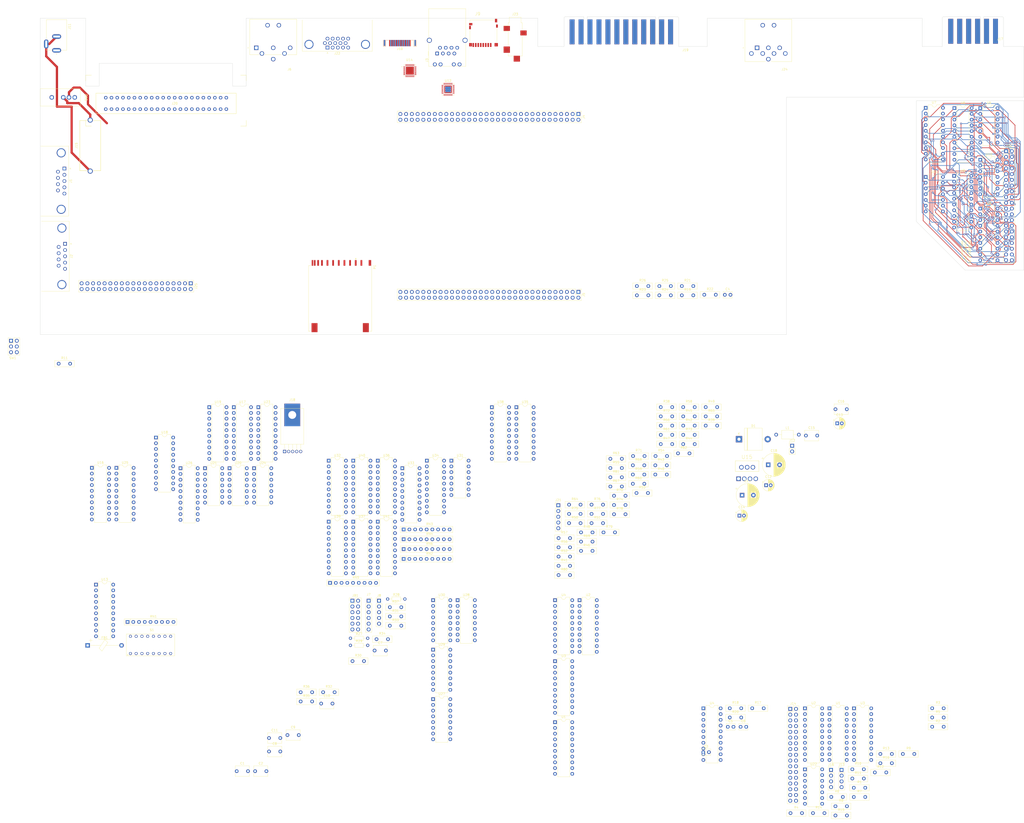
<source format=kicad_pcb>
(kicad_pcb (version 20211014) (generator pcbnew)
  (layers (0 "F.Cu" signal) (1 "In1.Cu" power "GND1.Cu") (2 "In2.Cu" power "GND2.Cu") (31 "B.Cu" signal) (34 "B.Paste" user) (35 "F.Paste" user) (36 "B.SilkS" user "B.Silkscreen") (37 "F.SilkS" user "F.Silkscreen") (38 "B.Mask" user) (39 "F.Mask" user) (44 "Edge.Cuts" user))
  (net 0 "")
  (net 1 "+5V")
  (net 2 "GND")
  (net 3 "+12V_FUSED")
  (net 6 "+3V3")
  (net 7 "Net-(C1-Pad1)")
  (net 8 "Net-(C2-Pad1)")
  (net 9 "Net-(C10-Pad1)")
  (net 10 "Net-(C11-Pad1)")
  (net 11 "Net-(C16-Pad1)")
  (net 12 "Net-(C16-Pad2)")
  (net 13 "/Joystick Ports/JA_AX")
  (net 14 "/Joystick Ports/JB_AX")
  (net 15 "/Joystick Ports/JA_AY")
  (net 16 "/Joystick Ports/JB_AY")
  (net 17 "/Joystick Ports/JA_UP")
  (net 18 "/Joystick Ports/JA_DOWN")
  (net 19 "/Joystick Ports/JA_LEFT")
  (net 20 "/Joystick Ports/JA_RIGHT")
  (net 21 "/Joystick Ports/JA_FIRE")
  (net 22 "/Joystick Ports/JB_UP")
  (net 23 "/Joystick Ports/JB_DOWN")
  (net 24 "/Joystick Ports/JB_LEFT")
  (net 25 "/Joystick Ports/JB_RIGHT")
  (net 26 "/Joystick Ports/JB_FIRE")
  (net 27 "/MEGA65 Peripherals, DVI, Eth, microSD/ETH_TX_P")
  (net 28 "/MEGA65 Peripherals, DVI, Eth, microSD/ETH_TX_N")
  (net 29 "/MEGA65 Peripherals, DVI, Eth, microSD/ETH_RX_P")
  (net 30 "/MEGA65 Peripherals, DVI, Eth, microSD/ETH_RX_N")
  (net 31 "ETH_LED_GREEN")
  (net 32 "Net-(J3-Pad10)")
  (net 33 "ETH_LED_YELLOW")
  (net 34 "Net-(J3-Pad12)")
  (net 35 "MUX_A0")
  (net 36 "COMP_CHROMA5")
  (net 37 "MUX_A1")
  (net 43 "COMP_CHROMA4")
  (net 44 "MUX_A2")
  (net 45 "COMP_CHROMA3")
  (net 46 "MUX_A3")
  (net 47 "COMP_CHROMA2")
  (net 48 "MUX_DO0")
  (net 49 "COMP_CHROMA1")
  (net 50 "MUX_DO1")
  (net 51 "COMP_CHROMA0")
  (net 52 "MUX_DO2")
  (net 53 "SDCARD_D0")
  (net 54 "MUX_DO3")
  (net 55 "SDCARD_D1")
  (net 56 "MUX_DO4")
  (net 57 "SDCARD_D2")
  (net 58 "MUX_DO5")
  (net 59 "SDCARD_D3")
  (net 60 "MUX_DO6")
  (net 61 "SDCARD_CMD")
  (net 62 "MUX_DO7")
  (net 63 "SDCARD_CLK")
  (net 64 "MUX_DI0")
  (net 65 "UART_RX")
  (net 66 "MUX_DI1")
  (net 67 "UART_TX")
  (net 68 "MUX_DI2")
  (net 69 "microSD_D0")
  (net 70 "MUX_DI3")
  (net 71 "microSD_D1")
  (net 72 "MUX_DI4")
  (net 73 "microSD_D2")
  (net 74 "MUX_DI5")
  (net 75 "microSD_D3")
  (net 76 "MUX_DI6")
  (net 77 "microSD_CLK")
  (net 78 "MUX_DI7")
  (net 79 "microSD_CMD")
  (net 80 "ETH_TX_D0")
  (net 81 "ETH_RX_CLK")
  (net 82 "ETH_TX_D1")
  (net 83 "ETH_RX_ER")
  (net 84 "ETH_TX_EN")
  (net 85 "ETH_COL_DETECT")
  (net 86 "ETH_TX_CLK")
  (net 87 "ETH_MDIO")
  (net 88 "ETH_RX_D0")
  (net 89 "ETH_MDC")
  (net 90 "ETH_RX_D1")
  (net 91 "ETH_CLKIN")
  (net 92 "ETH_RX_DV")
  (net 93 "/FPGA Module/BANK16_D26")
  (net 94 "/FPGA Module/VIN")
  (net 95 "/FPGA Module/VCCO_12_13")
  (net 96 "HDMI_D2+")
  (net 97 "HDMI_D2-")
  (net 98 "HDMI_D1+")
  (net 99 "HDMI_D1-")
  (net 100 "HDMI_D0+")
  (net 101 "HDMI_D0-")
  (net 102 "HDMI_CK+")
  (net 103 "HDMI_CK-")
  (net 104 "HDMI_SCL")
  (net 105 "AUDIO_L5")
  (net 106 "HDMI_SDA")
  (net 107 "VGA_HSYNC")
  (net 108 "HDMI_HPD")
  (net 109 "VGA_VSYNC")
  (net 110 "AUDIO_R5")
  (net 111 "VGA_R5")
  (net 112 "AUDIO_R4")
  (net 113 "VGA_R4")
  (net 114 "AUDIO_R3")
  (net 115 "VGA_R3")
  (net 116 "AUDIO_R2")
  (net 117 "VGA_R2")
  (net 118 "AUDIO_R1")
  (net 119 "VGA_R1")
  (net 120 "AUDIO_R0")
  (net 121 "VGA_R0")
  (net 122 "AUDIO_L4")
  (net 123 "VGA_G5")
  (net 124 "AUDIO_L3")
  (net 125 "VGA_G4")
  (net 126 "AUDIO_L2")
  (net 127 "VGA_G3")
  (net 128 "AUDIO_L1")
  (net 129 "VGA_G2")
  (net 130 "AUDIO_L0")
  (net 131 "VGA_G1")
  (net 132 "COMP_LUMA5")
  (net 133 "VGA_G0")
  (net 134 "COMP_LUMA4")
  (net 135 "VGA_B5")
  (net 136 "COMP_LUMA3")
  (net 137 "VGA_B4")
  (net 138 "COMP_LUMA2")
  (net 139 "VGA_B3")
  (net 140 "COMP_LUMA1")
  (net 141 "VGA_B2")
  (net 142 "COMP_LUMA0")
  (net 143 "VGA_B1")
  (net 144 "/FPGA Module/BANK12_R25")
  (net 145 "VGA_B0")
  (net 146 "/FPGA Module/BANK12_P23")
  (net 147 "DOTCLOCK_O")
  (net 148 "/FPGA Module/BANK12_N26")
  (net 149 "/FPGA Module/BANK12_M26")
  (net 150 "/IEC & 3.5\" Drives/SER_SRQ")
  (net 151 "IEC_ATN")
  (net 152 "/IEC & 3.5\" Drives/SER_CLK")
  (net 153 "/IEC & 3.5\" Drives/SER_DATA")
  (net 154 "/IEC & 3.5\" Drives/SER_RESET")
  (net 156 "JTAG_TCK")
  (net 157 "JTAG_TDO")
  (net 158 "JTAG_TDI")
  (net 159 "JTAG_TMS")
  (net 160 "/MEGA65 Peripherals, DVI, Eth, microSD/RTC_D")
  (net 161 "/MEGA65 Peripherals, DVI, Eth, microSD/RTC_C")
  (net 163 "Net-(J9-Pad4)")
  (net 164 "microSD_CD_Switch")
  (net 165 "Net-(J10-Pad1)")
  (net 166 "Net-(J10-Pad11)")
  (net 167 "Net-(J10-Pad3)")
  (net 168 "Net-(J10-Pad4)")
  (net 169 "Net-(J10-Pad6)")
  (net 170 "Net-(J10-Pad7)")
  (net 171 "Net-(J10-Pad9)")
  (net 172 "Net-(J10-Pad10)")
  (net 173 "Net-(J10-Pad12)")
  (net 176 "/MEGA65 Peripherals, DVI, Eth, microSD/SCL_B")
  (net 177 "/MEGA65 Peripherals, DVI, Eth, microSD/SDA_B")
  (net 179 "Net-(J10-Pad19)")
  (net 180 "/Power Supply/VBAT")
  (net 182 "5V")
  (net 184 "/IEC & 3.5\" Drives/REDWC")
  (net 185 "/IEC & 3.5\" Drives/INDEX")
  (net 186 "/IEC & 3.5\" Drives/MOTEA")
  (net 187 "/IEC & 3.5\" Drives/DRVSB")
  (net 188 "/IEC & 3.5\" Drives/DRVSA")
  (net 189 "/IEC & 3.5\" Drives/MOTEB")
  (net 190 "/IEC & 3.5\" Drives/DIR")
  (net 191 "/IEC & 3.5\" Drives/STEP")
  (net 192 "/IEC & 3.5\" Drives/WDATA")
  (net 193 "/IEC & 3.5\" Drives/WGATE")
  (net 194 "/IEC & 3.5\" Drives/TRCK0")
  (net 195 "/IEC & 3.5\" Drives/WPROT")
  (net 196 "/IEC & 3.5\" Drives/RDATA")
  (net 197 "/IEC & 3.5\" Drives/SIDE1")
  (net 198 "/IEC & 3.5\" Drives/DISKCHG")
  (net 199 "Net-(J17-Pad1)")
  (net 200 "Net-(J17-Pad3)")
  (net 201 "/User Port/TAPE_READ")
  (net 202 "/User Port/TAPE_WRITE")
  (net 203 "/User Port/TAPE_SENSE")
  (net 204 "/User Port/6V_REG_CTL")
  (net 206 "/User Port/RESET_N")
  (net 207 "/User Port/CNT1")
  (net 208 "/User Port/SP1")
  (net 209 "/User Port/CNT2")
  (net 210 "/User Port/SP2")
  (net 211 "/User Port/PC2")
  (net 214 "/User Port/FLAG2")
  (net 215 "/User Port/DATA_0")
  (net 216 "/User Port/DATA_1")
  (net 217 "/User Port/DATA_2")
  (net 218 "/User Port/DATA_3")
  (net 219 "/User Port/DATA_4")
  (net 220 "/User Port/DATA_5")
  (net 221 "/User Port/DATA_6")
  (net 222 "/User Port/DATA_7")
  (net 223 "/User Port/PA2")
  (net 224 "/Cartridge Port/IRQ_N")
  (net 225 "/Cartridge Port/R_W")
  (net 226 "/Cartridge Port/DOTCLOCK")
  (net 227 "/Cartridge Port/IO1_N")
  (net 228 "/Cartridge Port/GAME_N")
  (net 229 "/Cartridge Port/EXROM_N")
  (net 230 "/Cartridge Port/IO2_N")
  (net 231 "/Cartridge Port/ROML_N")
  (net 232 "/Cartridge Port/BA")
  (net 233 "/Cartridge Port/DMA_N")
  (net 234 "/Cartridge Port/D7")
  (net 235 "/Cartridge Port/D6")
  (net 236 "/Cartridge Port/D5")
  (net 237 "/Cartridge Port/D4")
  (net 238 "/Cartridge Port/D3")
  (net 239 "/Cartridge Port/D2")
  (net 240 "/Cartridge Port/D1")
  (net 241 "/Cartridge Port/D0")
  (net 242 "/Cartridge Port/ROMH_N")
  (net 243 "/Cartridge Port/RESET_N")
  (net 244 "/Cartridge Port/NMI_N")
  (net 245 "/Cartridge Port/PHI2")
  (net 246 "/Cartridge Port/A15")
  (net 247 "/Cartridge Port/A14")
  (net 248 "/Cartridge Port/A13")
  (net 249 "/Cartridge Port/A12")
  (net 250 "/Cartridge Port/A11")
  (net 251 "/Cartridge Port/A10")
  (net 252 "/Cartridge Port/A9")
  (net 253 "/Cartridge Port/A8")
  (net 254 "/Cartridge Port/A7")
  (net 255 "/Cartridge Port/A6")
  (net 256 "/Cartridge Port/A5")
  (net 257 "/Cartridge Port/A4")
  (net 258 "/Cartridge Port/A3")
  (net 259 "/Cartridge Port/A2")
  (net 260 "/Cartridge Port/A1")
  (net 261 "/Cartridge Port/A0")
  (net 262 "AUDIO_L")
  (net 263 "AUDIO_R")
  (net 264 "/VGA & Component AV/VGA_R")
  (net 265 "/VGA & Component AV/VGA_G")
  (net 266 "/VGA & Component AV/VGA_B")
  (net 270 "/VGA & Component AV/VGA_SDA")
  (net 271 "Net-(J22-Pad13)")
  (net 272 "Net-(J22-Pad14)")
  (net 273 "/VGA & Component AV/VGA_SCL")
  (net 275 "/VGA & Component AV/COMP_LUMA")
  (net 277 "/VGA & Component AV/COMP_CHROMA")
  (net 282 "SDCARD_CD_SW")
  (net 283 "SDCARD_WP_SW")
  (net 284 "Net-(R1-Pad2)")
  (net 285 "Net-(R2-Pad2)")
  (net 286 "Net-(R3-Pad2)")
  (net 287 "Net-(R4-Pad2)")
  (net 288 "Net-(R5-Pad2)")
  (net 289 "Net-(R6-Pad2)")
  (net 290 "Net-(R7-Pad2)")
  (net 291 "Net-(R8-Pad2)")
  (net 292 "Net-(R9-Pad2)")
  (net 293 "Net-(R10-Pad2)")
  (net 294 "/Joystick Ports/RESET_BTN")
  (net 295 "Net-(R29-Pad1)")
  (net 296 "Net-(R32-Pad1)")
  (net 297 "Net-(R33-Pad1)")
  (net 298 "Net-(R34-Pad1)")
  (net 299 "Net-(R35-Pad1)")
  (net 300 "Net-(R36-Pad2)")
  (net 308 "/MEGA65 Peripherals, DVI, Eth, microSD/DIP1")
  (net 309 "/MEGA65 Peripherals, DVI, Eth, microSD/DIP2")
  (net 310 "/MEGA65 Peripherals, DVI, Eth, microSD/DIP3")
  (net 311 "/MEGA65 Peripherals, DVI, Eth, microSD/DIP4")
  (net 312 "/MEGA65 Peripherals, DVI, Eth, microSD/DIP5")
  (net 313 "/MEGA65 Peripherals, DVI, Eth, microSD/DIP6")
  (net 314 "/MEGA65 Peripherals, DVI, Eth, microSD/DIP7")
  (net 315 "/MEGA65 Peripherals, DVI, Eth, microSD/DIP8")
  (net 321 "MUX_LATCH_0")
  (net 322 "MUX_LATCH_0_N")
  (net 329 "MUX_LATCH_1_N")
  (net 330 "MUX_LATCH_1")
  (net 337 "/IEC & 3.5\" Drives/SER_RESET_OUT")
  (net 338 "/IEC & 3.5\" Drives/SER_SEQ_OUT")
  (net 339 "/IEC & 3.5\" Drives/SER_CLK_OUT")
  (net 340 "/IEC & 3.5\" Drives/SER_DATA_OUT")
  (net 341 "/IEC & 3.5\" Drives/SER_ATN_OUT")
  (net 346 "Net-(U5-Pad1)")
  (net 347 "Net-(U5-Pad3)")
  (net 352 "MUX_SEL_2_N")
  (net 353 "MUX_SEL_2")
  (net 354 "MUX_SEL_3_N")
  (net 355 "MUX_SEL_3")
  (net 358 "Net-(U10-Pad5)")
  (net 359 "Net-(U10-Pad9)")
  (net 360 "Net-(U10-Pad11)")
  (net 361 "Net-(U10-Pad13)")
  (net 362 "Net-(U10-Pad1)")
  (net 364 "Net-(U11-Pad1)")
  (net 365 "Net-(U10-Pad3)")
  (net 366 "Net-(U11-Pad5)")
  (net 367 "Net-(U11-Pad9)")
  (net 368 "Net-(U11-Pad11)")
  (net 369 "Net-(U11-Pad13)")
  (net 370 "Net-(U11-Pad3)")
  (net 375 "ETH_POWERDOWN")
  (net 379 "ETH_RESET")
  (net 380 "MUX_SEL_8_N")
  (net 381 "MUX_SEL_8")
  (net 382 "HDMI_OE_N")
  (net 384 "HDMI_HIZ_EN")
  (net 386 "MUX_SEL_5_N")
  (net 389 "MUX_SEL_5")
  (net 390 "MUX_SEL_4_N")
  (net 391 "MUX_SEL_4")
  (net 394 "/User Port/RESET_N_O")
  (net 395 "/User Port/EN_RESET_N")
  (net 396 "/User Port/PA2_O")
  (net 397 "/User Port/EN_PA2")
  (net 404 "/User Port/EN_DATA_0")
  (net 405 "/User Port/DATA_0_O")
  (net 406 "/User Port/EN_DATA_1")
  (net 407 "/User Port/DATA_1_O")
  (net 409 "/User Port/DATA_2_O")
  (net 410 "/User Port/EN_DATA_2")
  (net 411 "/User Port/DATA_3_O")
  (net 412 "/User Port/EN_DATA_3")
  (net 415 "/IEC & 3.5\" Drives/SER_SRQ_OUT")
  (net 416 "MUX_SEL_6_N")
  (net 417 "MUX_SEL_6")
  (net 418 "/User Port/EN_DATA_4")
  (net 419 "/User Port/DATA_4_O")
  (net 420 "/User Port/EN_DATA_5")
  (net 421 "/User Port/DATA_5_O")
  (net 423 "/User Port/DATA_6_O")
  (net 424 "/User Port/EN_DATA_6")
  (net 425 "/User Port/DATA_7_O")
  (net 426 "/User Port/EN_DATA_7")
  (net 428 "MUX_SEL_7")
  (net 429 "MUX_SEL_1")
  (net 430 "MUX_SEL_0")
  (net 431 "MUX_SEL_15")
  (net 432 "MUX_SEL_14")
  (net 433 "MUX_SEL_13")
  (net 434 "MUX_SEL_12")
  (net 435 "MUX_SEL_11")
  (net 436 "MUX_SEL_10")
  (net 437 "MUX_SEL_9")
  (net 438 "MUX_SEL_7_N")
  (net 439 "MUX_SEL_1_N")
  (net 440 "MUX_SEL_0_N")
  (net 441 "MUX_SEL_15_N")
  (net 442 "MUX_SEL_14_N")
  (net 443 "MUX_SEL_13_N")
  (net 444 "MUX_SEL_12_N")
  (net 445 "MUX_SEL_11_N")
  (net 446 "MUX_SEL_10_N")
  (net 447 "MUX_SEL_9_N")
  (net 457 "/Joystick Ports/M_JA_AY")
  (net 458 "/Joystick Ports/M_MUX_DI0")
  (net 459 "/Joystick Ports/M_JA_AX")
  (net 460 "/Joystick Ports/M_MUX_DI1")
  (net 461 "/Joystick Ports/M_JA_RIGHT")
  (net 462 "/Joystick Ports/M_MUX_DI2")
  (net 463 "/Joystick Ports/M_JA_LEFT")
  (net 464 "/Joystick Ports/M_MUX_DI3")
  (net 465 "/Joystick Ports/M_JA_DOWN")
  (net 466 "/Joystick Ports/M_MUX_DI4")
  (net 467 "/Joystick Ports/M_JA_FIRE")
  (net 468 "/Joystick Ports/M_MUX_DI5")
  (net 469 "/Joystick Ports/M_JA_UP")
  (net 470 "/Joystick Ports/M_MUX_DI6")
  (net 471 "/Joystick Ports/M_RESET_BTN")
  (net 472 "/Joystick Ports/M_MUX_DI7")
  (net 473 "/Joystick Ports/M_JB_AY")
  (net 474 "/Joystick Ports/M_MUX_DO0")
  (net 475 "/Joystick Ports/M_JB_AX")
  (net 476 "/Joystick Ports/M_MUX_DO1")
  (net 477 "/Joystick Ports/M_JB_RIGHT")
  (net 478 "/Joystick Ports/M_MUX_DO2")
  (net 479 "/Joystick Ports/M_JB_LEFT")
  (net 480 "/Joystick Ports/M_MUX_DO3")
  (net 481 "/Joystick Ports/M_JB_DOWN")
  (net 482 "/Joystick Ports/M_MUX_DO4")
  (net 483 "/Joystick Ports/M_JB_FIRE")
  (net 484 "/Joystick Ports/M_MUX_DO5")
  (net 485 "/Joystick Ports/M_JB_UP")
  (net 486 "/Joystick Ports/M_MUX_DO6")
  (net 488 "/Joystick Ports/M_MUX_DO7")
  (net 489 "/Joystick Ports/M_MUX_SEL_3")
  (net 490 "/Joystick Ports/M_MUX_SEL_2")
  (net 491 "/Joystick Ports/M_MUX_SEL_3_N")
  (net 492 "/Joystick Ports/M_MUX_SEL_2_N")
  (net 493 "/Joystick Ports/M_M_MUX_DI3")
  (net 495 "/Cartridge Port/RESET_P_DRIVE")
  (net 496 "/Cartridge Port/IRQ_P_DRIVE")
  (net 497 "/Cartridge Port/NMI_P_DRIVE")
  (net 498 "/Cartridge Port/W_R_DRIVE")
  (net 499 "/Cartridge Port/DMA_P_DRIVE")
  (net 505 "Net-(SW2-Pad3)")
  (footprint "Resistor_THT:R_Axial_DIN0204_L3.6mm_D1.6mm_P7.62mm_Horizontal" (layer "F.Cu") (at 183.61 287.04)
    (fp_text reference "R28")
    (fp_text value "220")
  )
  (footprint "snapeda:418117270908" (layer "F.Cu") (at 78.74 307.34)
    (fp_text reference "S1")
    (fp_text value "418117270908")
  )
  (footprint "Resistor_THT:R_Axial_DIN0204_L3.6mm_D1.6mm_P7.62mm_Horizontal" (layer "F.Cu") (at 167.16 307.54)
    (fp_text reference "R29")
    (fp_text value "6.49K 1%")
  )
  (footprint "Resistor_THT:R_Box_L8.4mm_W2.5mm_P5.08mm" (layer "F.Cu") (at 283.73 249.51)
    (fp_text reference "R78")
    (fp_text value "8K0")
  )
  (footprint "Connector_PinHeader_2.54mm:PinHeader_1x05_P2.54mm_Vertical" (layer "F.Cu") (at 179.81 287.79)
    (fp_text reference "J8")
    (fp_text value "RTC")
  )
  (footprint "Package_DIP:DIP-20_W7.62mm" (layer "F.Cu") (at 257.64 314.54)
    (fp_text reference "U3")
    (fp_text value "74LVC374")
  )
  (footprint "Connector_PinHeader_2.54mm:PinHeader_1x04_P2.54mm_Vertical" (layer "F.Cu") (at 379.73 362.66)
    (fp_text reference "J16")
    (fp_text value "Conn_01x04_Male")
  )
  (footprint "Resistor_THT:R_Box_L8.4mm_W2.5mm_P5.08mm" (layer "F.Cu") (at 184.57 290.66)
    (fp_text reference "R37")
    (fp_text value "4K7")
  )
  (footprint "Resistor_THT:R_Box_L8.4mm_W2.5mm_P5.08mm" (layer "F.Cu") (at 282.12 237.24)
    (fp_text reference "R67")
    (fp_text value "16K0")
  )
  (footprint "Resistor_THT:R_Box_L8.4mm_W2.5mm_P5.08mm" (layer "F.Cu") (at 314.34 202.11)
    (fp_text reference "R58")
    (fp_text value "2K0")
  )
  (footprint "Resistor_THT:R_Box_L8.4mm_W2.5mm_P5.08mm" (layer "F.Cu") (at 401.54 359.69)
    (fp_text reference "R16")
    (fp_text value "4K7")
  )
  (footprint "Inductor_THT:L_Axial_L5.0mm_D3.6mm_P10.00mm_Horizontal_Murata_BL01RN1A2A2" (layer "F.Cu") (at 355.46 214.29)
    (fp_text reference "L1")
    (fp_text value "22uH, eg SC30R22KT")
  )
  (footprint "Resistor_THT:R_Box_L8.4mm_W2.5mm_P5.08mm" (layer "F.Cu") (at 381.67 382.83)
    (fp_text reference "R15")
    (fp_text value "4K7")
  )
  (footprint "Resistor_THT:R_Box_L8.4mm_W2.5mm_P5.08mm" (layer "F.Cu") (at 273.79 245.27)
    (fp_text reference "R76")
    (fp_text value "2K0")
  )
  (footprint "Package_DIP:DIP-20_W7.62mm" (layer "F.Cu") (at 190.09 229.14)
    (fp_text reference "U33")
    (fp_text value "74LVC374")
  )
  (footprint "snapeda:TO-220-FP-5" (layer "F.Cu") (at 138.01 221.745)
    (fp_text reference "J18")
    (fp_text value "BA60BC0WT")
  )
  (footprint "Resistor_THT:R_Box_L8.4mm_W2.5mm_P5.08mm" (layer "F.Cu") (at 145.13 332.37)
    (fp_text reference "R35")
    (fp_text value "4K7")
  )
  (footprint "Capacitor_THT:C_Disc_D6.0mm_W4.4mm_P5.00mm" (layer "F.Cu") (at 124.99 363.22)
    (fp_text reference "C2")
    (fp_text value "0.01uF, eg K103Z15Y5VE5TH5")
  )
  (footprint "Package_DIP:DIP-20_W7.62mm" (layer "F.Cu") (at 126.41 202.14)
    (fp_text reference "U23")
    (fp_text value "74LVC374")
  )
  (footprint "Resistor_THT:R_Box_L8.4mm_W2.5mm_P5.08mm" (layer "F.Cu") (at 424.46 335.38)
    (fp_text reference "R3")
    (fp_text value "1K")
  )
  (footprint "Resistor_THT:R_Box_L8.4mm_W2.5mm_P5.08mm" (layer "F.Cu") (at 259.2 276.43)
    (fp_text reference "R80")
    (fp_text value "49R9")
  )
  (footprint "Resistor_THT:R_Box_L8.4mm_W2.5mm_P5.08mm" (layer "F.Cu") (at 381.67 378.74)
    (fp_text reference "R8")
    (fp_text value "1K")
  )
  (footprint "Resistor_THT:R_Box_L8.4mm_W2.5mm_P5.08mm" (layer "F.Cu") (at 273.79 249.36)
    (fp_text reference "R77")
    (fp_text value "4K0")
  )
  (footprint "Package_DIP:DIP-20_W7.62mm" (layer "F.Cu") (at 63.63 228.98)
    (fp_text reference "U25")
    (fp_text value "74LS374")
  )
  (footprint "snapeda:GRAVITECH_CON-SOCJ-2155" (layer "F.Cu") (at 37.2 38.1 -90)
    (fp_text reference "J11")
    (fp_text value "CON-SOCJ-2155")
  )
  (footprint "Resistor_THT:R_Box_L8.4mm_W2.5mm_P5.08mm" (layer "F.Cu") (at 283.73 245.42)
    (fp_text reference "R74")
    (fp_text value "510R")
  )
  (footprint "Resistor_THT:R_Box_L8.4mm_W2.5mm_P5.08mm" (layer "F.Cu") (at 303.78 152.62)
    (fp_text reference "R24")
    (fp_text value "4K7")
  )
  (footprint "Resistor_THT:R_Box_L8.4mm_W2.5mm_P5.08mm" (layer "F.Cu") (at 344.86 335.38)
    (fp_text reference "R17")
    (fp_text value "4K7")
  )
  (footprint "Resistor_THT:R_Box_L8.4mm_W2.5mm_P5.08mm" (layer "F.Cu") (at 259.2 272.34)
    (fp_text reference "R41")
    (fp_text value "4K0")
  )
  (footprint "Resistor_THT:R_Box_L8.4mm_W2.5mm_P5.08mm" (layer "F.Cu") (at 399.08 363.78)
    (fp_text reference "R12")
    (fp_text value "4K7")
  )
  (footprint "Resistor_THT:R_Box_L8.4mm_W2.5mm_P5.08mm" (layer "F.Cu") (at 178.69 304.81)
    (fp_text reference "R34")
    (fp_text value "4K7")
  )
  (footprint "Resistor_THT:R_Box_L8.4mm_W2.5mm_P5.08mm" (layer "F.Cu") (at 263.85 249.36)
    (fp_text reference "R75")
    (fp_text value "1K0")
  )
  (footprint "Resistor_THT:R_Box_L8.4mm_W2.5mm_P5.08mm" (layer "F.Cu") (at 269.14 261.63)
    (fp_text reference "R69")
    (fp_text value "1K0")
  )
  (footprint "Resistor_THT:R_Box_L8.4mm_W2.5mm_P5.08mm" (layer "F.Cu") (at 302.09 223.76)
    (fp_text reference "R54")
    (fp_text value "8K0")
  )
  (footprint "Connector_PinHeader_2.54mm:PinHeader_2x06_P2.54mm_Vertical" (layer "F.Cu") (at 168.01 287.79)
    (fp_text reference "JB1")
    (fp_text value "TE0790-03")
  )
  (footprint "Package_DIP:DIP-20_W7.62mm" (layer "F.Cu") (at 157.54 225.79)
    (fp_text reference "U32")
    (fp_text value "74LVC374")
  )
  (footprint "Package_DIP:DIP-14_W7.62mm" (layer "F.Cu") (at 421.587 100.249)
    (fp_text reference "U11")
    (fp_text value "74LS06N")
  )
  (footprint "Connector_PinHeader_2.54mm:PinHeader_2x32_P2.54mm_Vertical" (layer "F.Cu") (at 267.975 151.125 -90)
    (fp_text reference "J5")
    (fp_text value "QMTECH FPGA Module U5")
  )
  (footprint "Capacitor_THT:C_Disc_D3.8mm_W2.6mm_P2.50mm" (layer "F.Cu") (at 332.74 152.4)
    (fp_text reference "C4")
    (fp_text value "1.2nF")
  )
  (footprint "Connector_RJ:RJ45_Wuerth_7499010121A_Horizontal" (layer "F.Cu") (at 205.5 45.6 90)
    (fp_text reference "J3")
    (fp_text value "Wuerth_7499010121A")
  )
  (footprint "Package_DIP:DIP-20_W7.62mm" (layer "F.Cu") (at 257.64 341.54)
    (fp_text reference "U1")
    (fp_text value "74LS373")
  )
  (footprint "Resistor_THT:R_Box_L8.4mm_W2.5mm_P5.08mm" (layer "F.Cu") (at 304.4 214.38)
    (fp_text reference "R61")
    (fp_text value "16K0")
  )
  (footprint "Package_DIP:DIP-20_W7.62mm" (layer "F.Cu") (at 157.54 252.79)
    (fp_text reference "U39")
    (fp_text value "74LVC374")
  )
  (footprint "Resistor_THT:R_Box_L8.4mm_W2.5mm_P5.08mm" (layer "F.Cu") (at 424.46 343.56)
    (fp_text reference "R2")
    (fp_text value "1K")
  )
  (footprint "Resistor_THT:R_Box_L8.4mm_W2.5mm_P5.08mm" (layer "F.Cu") (at 303.78 148.53)
    (fp_text reference "R25")
    (fp_text value "4K7")
  )
  (footprint "Connector_Audio:Jack_3.5mm_CUI_SJ-3524-SMT_Horizontal" (layer "F.Cu") (at 240 38.1)
    (fp_text reference "J23")
    (fp_text value "3.5mm_Stereo_Audio_Jack STX-3500-4N")
  )
  (footprint "Resistor_THT:R_Box_L8.4mm_W2.5mm_P5.08mm" (layer "F.Cu") (at 304.4 218.47)
    (fp_text reference "R47")
    (fp_text value "4K0")
  )
  (footprint "Package_DIP:DIP-16_W7.62mm" (layer "F.Cu") (at 214.56 287.54)
    (fp_text reference "U28")
    (fp_text value "74LS138")
  )
  (footprint "Capacitor_THT:CP_Radial_D10.0mm_P5.00mm" (layer "F.Cu") (at 351.934646 227.63)
    (fp_text reference "C18")
    (fp_text value "180uF 16V")
  )
  (footprint "Resistor_THT:R_Box_L8.4mm_W2.5mm_P5.08mm" (layer "F.Cu") (at 259.2 268.25)
    (fp_text reference "R52")
    (fp_text value "2K0")
  )
  (footprint "snapeda:C64-User-Port-Male" (layer "F.Cu") (at 298.31 41.5225)
    (fp_text reference "J19")
    (fp_text value "C64_User_Port")
  )
  (footprint "Resistor_THT:R_Array_SIP9" (layer "F.Cu") (at 190.69 260.59)
    (fp_text reference "RN4")
    (fp_text value "3.3K x 8")
  )
  (footprint "Package_DIP:DIP-20_W7.62mm" (layer "F.Cu") (at 179.24 252.79)
    (fp_text reference "U41")
    (fp_text value "74LS374")
  )
  (footprint "Resistor_THT:R_Box_L8.4mm_W2.5mm_P5.08mm" (layer "F.Cu") (at 324.28 210.29)
    (fp_text reference "R39")
    (fp_text value "1K0")
  )
  (footprint "Resistor_THT:R_Box_L8.4mm_W2.5mm_P5.08mm" (layer "F.Cu") (at 273.79 253.45)
    (fp_text reference "R51")
    (fp_text value "1K0")
  )
  (footprint "snapeda:QFN50P500X500X85-33N" (layer "F.Cu") (at 193.4464 53.1876)
    (fp_text reference "U14")
    (fp_text value "PTN3363BSMP")
  )
  (footprint "Package_DFN_QFN:QFN-32-1EP_5x5mm_P0.5mm_EP3.3x3.3mm_ThermalVias" (layer "F.Cu") (at 210.32 61.46)
    (fp_text reference "U12")
    (fp_text value "DP83826")
  )
  (footprint "Capacitor_THT:C_Disc_D6.0mm_W4.4mm_P5.00mm" (layer "F.Cu") (at 139.29 347.24)
    (fp_text reference "C9")
    (fp_text value "10uF")
  )
  (footprint "Resistor_THT:R_Box_L8.4mm_W2.5mm_P5.08mm" (layer "F.Cu") (at 334.92 335.38)
    (fp_text reference "R18")
    (fp_text value "4K7")
  )
  (footprint "Connector_PinSocket_2.54mm:PinSocket_1x06_P2.54mm_Vertical" (layer "F.Cu") (at 175.21 287.79)
    (fp_text reference "J7")
    (fp_text value "QMTECH JTAG")
  )
  (footprint "Resistor_THT:R_Box_L8.4mm_W2.5mm_P5.08mm" (layer "F.Cu") (at 282.12 233.15)
    (fp_text reference "R81")
    (fp_text value "49R9")
  )
  (footprint "HackupNet:C64-Cart-Socket-Vertical" (layer "F.Cu") (at 85.598 67.7)
    (fp_text reference "J20")
    (fp_text value "C64_Expansion_Port")
  )
  (footprint "Resistor_THT:R_Box_L8.4mm_W2.5mm_P5.08mm" (layer "F.Cu") (at 184.57 298.84)
    (fp_text reference "R33")
    (fp_text value "4K7")
  )
  (footprint "Package_DIP:DIP-14_W7.62mm" (layer "F.Cu") (at 368.18 362.41)
    (fp_text reference "U22")
    (fp_text value "74LS06N")
  )
  (footprint "Package_DIP:DIP-14_W7.62mm" (layer "F.Cu") (at 445.727 69.769)
    (fp_text reference "U5")
    (fp_text value "74LS06N")
  )
  (footprint "snapeda:CUI_SDF-60J" (layer "F.Cu") (at 133 38.1 180)
    (fp_text reference "J6")
    (fp_text value "SDF-60J for IEC 1541 serial port")
  )
  (footprint "Resistor_THT:R_Box_L8.4mm_W2.5mm_P5.08mm" (layer "F.Cu") (at 38.1 182.88)
    (fp_text reference "R11")
    (fp_text value "4K7")
  )
  (footprint "Resistor_THT:R_Array_SIP9" (layer "F.Cu") (at 158.14 279.89)
    (fp_text reference "RN5")
    (fp_text value "3.3K x 8")
  )
  (footprint "Package_DIP:DIP-20_W7.62mm" (layer "F.Cu") (at 115.56 202.14)
    (fp_text reference "U17")
    (fp_text value "74LVC374")
  )
  (footprint "Package_DIP:DIP-20_W7.62mm" (layer "F.Cu") (at 229.69 202.14)
    (fp_text reference "U38")
    (fp_text value "74LVC374")
  )
  (footprint "Resistor_THT:R_Box_L8.4mm_W2.5mm_P5.08mm" (layer "F.Cu") (at 379.84 374.63)
    (fp_text reference "R6")
    (fp_text value "1K")
  )
  (footprint "Package_DIP:DIP-20_W7.62mm" (layer "F.Cu") (at 168.39 252.79)
    (fp_text reference "U37")
    (fp_text value "74LS374")
  )
  (footprint "Resistor_THT:R_Array_SIP9" (layer "F.Cu") (at 190.69 269.29)
    (fp_text reference "RN2")
    (fp_text value "4609X-AP1-332LF 3.3Kx8")
  )
  (footprint "Capacitor_THT:C_Disc_D3.8mm_W2.6mm_P2.50mm" (layer "F.Cu") (at 339.71 343.59)
    (fp_text reference "C6")
    (fp_text value "1.2nF")
  )
  (footprint "Diode_THT:D_5KP_P12.70mm_Horizontal" (layer "F.Cu") (at 339.01 216.31)
    (fp_text reference "D1")
    (fp_text value "5V 40V 1N5825")
  )
  (footprint "Resistor_THT:R_Box_L8.4mm_W2.5mm_P5.08mm" (layer "F.Cu") (at 259.2 260.07)
    (fp_text reference "R57")
    (fp_text value "1K0")
  )
  (footprint "Package_DIP:DIP-20_W7.62mm" (layer "F.Cu") (at 421.597 69.652)
    (fp_text reference "U7")
    (fp_text value "74LVC374")
  )
  (footprint "Resistor_THT:R_Box_L8.4mm_W2.5mm_P5.08mm" (layer "F.Cu") (at 155.07 328.28)
    (fp_text reference "R32")
    (fp_text value "4K7")
  )
  (footprint "Package_DIP:DIP-16_W7.62mm" (layer "F.Cu") (at 203.71 287.54)
    (fp_text reference "U30")
    (fp_text value "74LS137")
  )
  (footprint "Resistor_THT:R_Box_L8.4mm_W2.5mm_P5.08mm" (layer "F.Cu") (at 302 231.94)
    (fp_text reference "R40")
    (fp_text value "2K0")
  )
  (footprint "Connector_Dsub:DSUB-9_Male_Horizontal_P2.77x2.84mm_EdgePinOffset7.70mm_Housed_MountingHolesOffset9.12mm" (layer "F.Cu") (at 40.94 129.829669 -90)
    (fp_text reference "J2")
    (fp_text value "DB9_Male_MountingHoles")
  )
  (footprint "Resistor_THT:R_Box_L8.4mm_W2.5mm_P5.08mm" (layer "F.Cu") (at 282.12 224.97)
    (fp_text reference "R63")
    (fp_text value "1K0")
  )
  (footprint "Capacitor_THT:C_Disc_D6.0mm_W4.4mm_P5.00mm" (layer "F.Cu") (at 177.83 309.83)
    (fp_text reference "C7")
    (fp_text value "0.1uF")
  )
  (footprint "Resistor_THT:R_Box_L8.4mm_W2.5mm_P5.08mm" (layer "F.Cu") (at 314.34 218.47)
    (fp_text reference "R44")
    (fp_text value "510R")
  )
  (footprint "Resistor_THT:R_Box_L8.4mm_W2.5mm_P5.08mm" (layer "F.Cu") (at 424.46 339.47)
    (fp_text reference "R5")
    (fp_text value "1K")
  )
  (footprint "snapeda:SPUJ191500" (layer "F.Cu") (at 17.78 175.26)
    (fp_text reference "SW1")
    (fp_text value "SW_Push_DPDT")
  )
  (footprint "Package_DIP:DIP-20_W7.62mm" (layer "F.Cu") (at 323.26 335.41)
    (fp_text reference "U4")
    (fp_text value "74LS373")
  )
  (footprint "Package_DIP:DIP-20_W7.62mm" (layer "F.Cu") (at 389.88 335.41)
    (fp_text reference "U3")
    (fp_text value "74LVC374")
  )
  (footprint "Connector_Dsub:DSUB-9_Male_Horizontal_P2.77x2.84mm_EdgePinOffset7.70mm_Housed_MountingHolesOffset9.12mm" (layer "F.Cu") (at 40.64 96.52 -90)
    (fp_text reference "J1")
    (fp_text value "DB9_Male_MountingHoles")
  )
  (footprint "Resistor_THT:R_Box_L8.4mm_W2.5mm_P5.08mm" (layer "F.Cu") (at 282.12 229.06)
    (fp_text reference "R55")
    (fp_text value "16K0")
  )
  (footprint "Package_DIP:DIP-20_W7.62mm" (layer "F.Cu") (at 240.54 202.14)
    (fp_text reference "U35")
    (fp_text value "74LS374")
  )
  (footprint "Resistor_THT:R_Box_L8.4mm_W2.5mm_P5.08mm" (layer "F.Cu") (at 304.4 206.2)
    (fp_text reference "R72")
    (fp_text value "8K0")
  )
  (footprint "Connector_HDMI:HDMI_A_Contact_Technology_HDMI-19APL2_Horizontal" (layer "F.Cu") (at 189 41 180)
    (fp_text reference "J10")
    (fp_text value "Molex 46765-2301")
  )
  (footprint "Package_DIP:DIP-20_W7.62mm" (layer "F.Cu") (at 91.98 229.14)
    (fp_text reference "U26")
    (fp_text value "74LS374")
  )
  (footprint "Resistor_THT:R_Box_L8.4mm_W2.5mm_P5.08mm" (layer "F.Cu") (at 314.34 214.38)
    (fp_text reference "R73")
    (fp_text value "16K0")
  )
  (footprint "Resistor_THT:R_Box_L8.4mm_W2.5mm_P5.08mm" (layer "F.Cu") (at 259.2 264.16)
    (fp_text reference "R56")
    (fp_text value "510R")
  )
  (footprint "Resistor_THT:R_Box_L8.4mm_W2.5mm_P5.08mm" (layer "F.Cu") (at 361.79 381.78)
    (fp_text reference "R4")
    (fp_text value "1K")
  )
  (footprint "Resistor_THT:R_Box_L8.4mm_W2.5mm_P5.08mm" (layer "F.Cu") (at 292.15 223.76)
    (fp_text reference "R71")
    (fp_text value "4K0")
  )
  (footprint "Resistor_THT:R_Box_L8.4mm_W2.5mm_P5.08mm" (layer "F.Cu") (at 313.72 148.53)
    (fp_text reference "R21")
    (fp_text value "4K7")
  )
  (footprint "Package_DIP:DIP-20_W7.62mm" (layer "F.Cu") (at 54.615 280.66)
    (fp_text reference "U13")
    (fp_text value "74LVC374")
  )
  (footprint "Resistor_THT:R_Box_L8.4mm_W2.5mm_P5.08mm" (layer "F.Cu") (at 168.07 314.51)
    (fp_text reference "R30")
    (fp_text value "4K7")
  )
  (footprint "Package_DIP:DIP-14_W7.62mm" (layer "F.Cu") (at 211.79 225.79)
    (fp_text reference "U31")
    (fp_text value "74LS04")
  )
  (footprint "Resistor_THT:R_Box_L8.4mm_W2.5mm_P5.08mm" (layer "F.Cu") (at 292.06 236.03)
    (fp_text reference "R60")
    (fp_text value "8K0")
  )
  (footprint "Resistor_THT:R_Box_L8.4mm_W2.5mm_P5.08mm" (layer "F.Cu") (at 302 227.85)
    (fp_text reference "R43")
    (fp_text value "16K0")
  )
  (footprint "Resistor_THT:R_Box_L8.4mm_W2.5mm_P5.08mm" (layer "F.Cu") (at 371.73 381.78)
    (fp_text reference "R14")
    (fp_text value "4K7")
  )
  (footprint "Capacitor_THT:CP_Radial_D5.0mm_P2.00mm" (layer "F.Cu") (at 382.469775 209.29)
    (fp_text reference "C13")
    (fp_text value "15uF 50V")
  )
  (footprint "Capacitor_THT:C_Disc_D6.0mm_W4.4mm_P5.00mm" (layer "F.Cu") (at 154.21 333.3)
    (fp_text reference "C10")
    (fp_text value "0.1uF")
  )
  (footprint "Resistor_THT:R_Box_L8.4mm_W2.5mm_P5.08mm" (layer "F.Cu") (at 293.84 148.53)
    (fp_text reference "R26")
    (fp_text value "4K7")
  )
  (footprint "Resistor_THT:R_Box_L8.4mm_W2.5mm_P5.08mm" (layer "F.Cu") (at 283.73 241.33)
    (fp_text reference "R70")
    (fp_text value "2K0")
  )
  (footprint "Resistor_THT:R_Box_L8.4mm_W2.5mm_P5.08mm" (layer "F.Cu") (at 145.13 328.28)
    (fp_text reference "R36")
    (fp_text value "12K4")
  )
  (footprint "snapeda:CUI_SDF-80J" (layer "F.Cu") (at 352 38.1 180)
    (fp_text reference "J24")
    (fp_text value "Component A/V")
  )
  (footprint "Resistor_THT:R_Box_L8.4mm_W2.5mm_P5.08mm" (layer "F.Cu") (at 184.57 294.75)
    (fp_text reference "R31")
    (fp_text value "4K7")
  )
  (footprint "Resistor_THT:R_Box_L8.4mm_W2.5mm_P5.08mm" (layer "F.Cu") (at 292.06 231.94)
    (fp_text reference "R59")
    (fp_text value "4K0")
  )
  (footprint "snapeda:696101000002" (layer "F.Cu") (at 52.07 86.36 90)
    (fp_text reference "J15")
    (fp_text value "696101000002 Fuse Holder 20mm")
  )
  (footprint "Package_DIP:DIP-20_W7.62mm" (layer "F.Cu") (at 104.71 202.14)
    (fp_text reference "U19")
    (fp_text value "74LS374")
  )
  (footprint "Resistor_THT:R_Box_L8.4mm_W2.5mm_P5.08mm" (layer "F.Cu") (at 312.03 222.56)
    (fp_text reference "R62")
    (fp_text value "510R")
  )
  (footprint "Connector_PinHeader_2.54mm:PinHeader_2x17_P2.54mm_Vertical" (layer "F.Cu") (at 361.68 335.66)
    (fp_text reference "J14")
    (fp_text value "Conn_02x17_Odd_Even")
  )
  (footprint "Resistor_THT:R_Box_L8.4mm_W2.5mm_P5.08mm" (layer "F.Cu") (at 304.4 202.11)
    (fp_text reference "R38")
    (fp_text value "510R")
  )
  (footprint "Package_DIP:DIP-20_W7.62mm" (layer "F.Cu") (at 168.39 225.79)
    (fp_text reference "U40")
    (fp_text value "74LS374")
  )
  (footprint "snapeda:TO127P457X1016X2052-7P" (layer "F.Cu") (at 346.4282 222.605)
    (fp_text reference "U15")
    (fp_text value "LM2678T-5.0")
  )
  (footprint "Connector_PinHeader_2.54mm:PinHeader_2x20_P2.54mm_Vertical" (layer "F.Cu") (at 457.147 88.829)
    (fp_text reference "J26")
    (fp_text value "Joystick Ports Mezannine Upper")
  )
  (footprint "Package_DIP:DIP-14_W7.62mm" (layer "F.Cu") (at 113.68 229.14)
    (fp_text reference "U20")
    (fp_text value "74LS125")
  )
  (footprint "Capacitor_THT:CP_Radial_D5.0mm_P2.00mm" (layer "F.Cu") (at 351.009775 236.68)
    (fp_text reference "C12")
    (fp_text value "15uF 50V")
  )
  (footprint "Package_DIP:DIP-14_W7.62mm" (layer "F.Cu") (at 445.727 92.629)
    (fp_text reference "U10")
    (fp_text value "74LS06N")
  )
  (footprint "Resistor_THT:R_Box_L8.4mm_W2.5mm_P5.08mm" (layer "F.Cu") (at 269.14 257.54)
    (fp_text reference "R48")
    (fp_text value "8K0")
  )
  (footprint "Capacitor_THT:C_Disc_D3.8mm_W2.6mm_P2.50mm" (layer "F.Cu") (at 323.21 354.81)
    (fp_text reference "C3")
    (fp_text value "1.2nF")
  )
  (footprint "Connector_PinHeader_2.54mm:PinHeader_1x04_P2.54mm_Vertical" (layer "F.Cu") (at 384.38 362.66)
    (fp_text reference "J13")
    (fp_text value "Conn_01x04_Male")
  )
  (footprint "Package_DIP:DIP-20_W7.62mm" (layer "F.Cu") (at 52.78 228.98)
    (fp_text reference "U16")
    (fp_text value "74LVC374")
  )
  (footprint "Connector_PinHeader_2.54mm:PinHeader_2x20_P2.54mm_Vertical" (layer "F.Cu") (at 96.52 147.32 -90)
    (fp_text reference "J25")
    (fp_text value "Joystick Ports Mezannine Lower")
  )
  (footprint "Resistor_THT:R_Box_L8.4mm_W2.5mm_P5.08mm" (layer "F.Cu") (at 334.92 339.47)
    (fp_text reference "R20")
    (fp_text value "4K7")
  )
  (footprint "Resistor_THT:R_Box_L8.4mm_W2.5mm_P5.08mm" (layer "F.Cu") (at 389.14 366.47)
    (fp_text reference "R11")
    (fp_text value "4K7")
  )
  (footprint "Package_DIP:DIP-20_W7.62mm" (layer "F.Cu") (at 434.16 99.746)
    (fp_text reference "U9")
    (fp_text value "74LS373")
  )
  (footprint "Resistor_THT:R_Array_SIP9" (layer "F.Cu") (at 68.565 297.18)
    (fp_text reference "RN1")
    (fp_text value "3.3K x 8")
  )
  (footprint "Package_DIP:DIP-14_W7.62mm" (layer "F.Cu") (at 124.53 229.14)
    (fp_text reference "U24")
    (fp_text value "74LS125")
  )
  (footprint "Resistor_THT:R_Box_L8.4mm_W2.5mm_P5.08mm" (layer "F.Cu") (at 411.48 355.6)
    (fp_text reference "R9")
    (fp_text value "1K")
  )
  (footprint "Connector_PinHeader_2.54mm:PinHeader_1x05_P2.54mm_Vertical" (layer "F.Cu") (at 259.09 245.55)
    (fp_text reference "J21")
    (fp_text value "Audio Header")
  )
  (footprint "Package_DIP:DIP-14_W7.62mm" (layer "F.Cu") (at 102.83 229.14)
    (fp_text reference "U21")
    (fp_text value "74LS125")
  )
  (footprint "Resistor_THT:R_Box_L8.4mm_W2.5mm_P5.08mm" (layer "F.Cu") (at 314.34 210.29)
    (fp_text reference "R42")
    (fp_text value "8K0")
  )
  (footprint "Package_DIP:DIP-20_W7.62mm" (layer "F.Cu") (at 179.24 225.79)
    (fp_text reference "U36")
    (fp_text value "74LS374")
  )
  (footprint "Package_DIP:DIP-16_W7.62mm" (layer "F.Cu") (at 203.71 309.44)
    (fp_text reference "U29")
    (fp_text value "74LS137")
  )
  (footprint "Resistor_THT:R_Axial_DIN0204_L3.6mm_D1.6mm_P7.62mm_Horizontal" (layer "F.Cu") (at 167.16 304.39)
    (fp_text reference "R27")
    (fp_text value "220")
  )
  (footprint "Connector_PinHeader_2.54mm:PinHeader_1x02_P2.54mm_Vertical" (layer "F.Cu") (at 362.53 219.19)
    (fp_text reference "J12")
    (fp_text value "Header for power lead to QMTECH WUKONG FPGA board")
  )
  (footprint "Connector_Dsub:DSUB-15-HD_Female_Horizontal_P2.29x1.98mm_EdgePinOffset8.35mm_Housed_MountingHolesOffset10.89mm" (layer "F.Cu") (at 157 42.985931 180)
    (fp_text reference "J22")
    (fp_text value "DB15_Female_HighDensity_MountingHoles")
  )
  (footprint "Capacitor_THT:CP_Radial_D5.0mm_P2.00mm" (layer "F.Cu") (at 339.199775 250.12)
    (fp_text reference "C14")
    (fp_text value "15uF 50V")
  )
  (footprint "snapeda:T103J1AVBE2" (layer "F.Cu") (at 50.292 63.76 90)
    (fp_text reference "SW2")
    (fp_text value "SW_SPDT_with_shield")
  )
  (footprint "Resistor_THT:R_Box_L8.4mm_W2.5mm_P5.08mm" (layer "F.Cu") (at 323.66 152.37)
    (fp_text reference "R22")
    (fp_text value "4K7")
  )
  (footprint "Resistor_THT:R_Box_L8.4mm_W2.5mm_P5.08mm" (layer "F.Cu") (at 263.85 245.27)
    (fp_text reference "R64")
    (fp_text value "2K0")
  )
  (footprint "Capacitor_THT:C_Disc_D3.8mm_W2.6mm_P2.50mm" (layer "F.Cu") (at 334.06 343.59)
    (fp_text reference "C5")
    (fp_text value "1.2nF")
  )
  (footprint "Package_DIP:DIP-20_W7.62mm" (layer "F.Cu") (at 379.03 335.41)
    (fp_text reference "U1")
    (fp_text value "74LS373")
  )
  (footprint "Connector_PinHeader_2.54mm:PinHeader_2x32_P2.54mm_Vertical" (layer "F.Cu") (at 267.975 72.385 -90)
    (fp_text reference "J4")
    (fp_text value "QMTECH FPGA Module U4")
  )
  (footprint "Capacitor_THT:CP_Radial_D10.0mm_P5.00mm" (layer "F.Cu") (at 340.374646 241.07)
    (fp_text reference "C17")
    (fp_text value "180uF 16V")
  )
  (footprint "Resistor_THT:R_Box_L8.4mm_W2.5mm_P5.08mm" (layer "F.Cu") (at 263.85 253.45)
    (fp_text reference "R50")
    (fp_text value "510R")
  )
  (footprint "Package_DIP:DIP-20_W7.62mm" (layer "F.Cu") (at 268.49 287.54)
    (fp_text reference "U2")
    (fp_text value "74LVC374")
  )
  (footprint "Capacitor_THT:C_Disc_D6.0mm_W4.4mm_P5.00mm" (layer "F.Cu") (at 131.14 348.55)
    (fp_text reference "C11")
    (fp_text value "0.1uF")
  )
  (footprint "HackupNet:C64-Cassette-Port-Male" (layer "F.Cu") (at 442.0188 41.2685)
    (fp_text reference "J17")
    (fp_text value "C64_Tape_Port")
  )
  (footprint "Resistor_THT:R_Box_L8.4mm_W2.5mm_P5.08mm" (layer "F.Cu") (at 389.78 374.65)
    (fp_text reference "R7")
    (fp_text value "1K")
  )
  (footprint "snapeda:YAMAICHI_FPS009-2405-0" (layer "F.Cu") (at 162.61 154.13425 -90)
    (fp_text reference "P1")
    (fp_text value "Full-side CD Card Slot")
  )
  (footprint "Capacitor_THT:C_Disc_D6.0mm_W4.4mm_P5.00mm" (layer "F.Cu") (at 368.61 214.69)
    (fp_text reference "C15")
    (fp_text value "0.47uF eg FG28X7R1H474KRT0")
  )
  (footprint "snapeda:AMPHENOL_1140084168" (layer "F.Cu") (at 225.9842 40.9675)
    (fp_text reference "J9")
    (fp_text value "1140084168 microSD Card Slot")
  )
  (footprint "Resistor_THT:R_Box_L8.4mm_W2.5mm_P5.08mm" (layer "F.Cu") (at 389.14 362.38)
    (fp_text reference "R10")
    (fp_text value "1K")
  )
  (footprint "Resistor_THT:R_Box_L8.4mm_W2.5mm_P5.08mm" (layer "F.Cu") (at 324.28 202.11)
    (fp_text reference "R49")
    (fp_text value "16K0")
  )
  (footprint "Resistor_THT:R_Array_SIP9" (layer "F.Cu") (at 190.69 256.24)
    (fp_text reference "RN3")
    (fp_text value "3.3K x 8")
  )
  (footprint "Package_DIP:DIP-16_W7.62mm" (layer "F.Cu") (at 203.71 331.34)
    (fp_text reference "U27")
    (fp_text value "74LS138")
  )
  (footprint "Resistor_THT:R_Box_L8.4mm_W2.5mm_P5.08mm" (layer "F.Cu") (at 292.06 227.85)
    (fp_text reference "R68")
    (fp_text value "510R")
  )
  (footprint "Resistor_THT:R_Box_L8.4mm_W2.5mm_P5.08mm" (layer "F.Cu") (at 313.72 152.62)
    (fp_text reference "R19")
    (fp_text value "4K7")
  )
  (footprint "Capacitor_THT:C_Disc_D6.0mm_W4.4mm_P5.00mm" (layer "F.Cu") (at 131.14 354.5)
    (fp_text reference "C8")
    (fp_text value "1uF")
  )
  (footprint "Capacitor_THT:C_Disc_D6.0mm_W4.4mm_P5.00mm" (layer "F.Cu") (at 116.84 363.22)
    (fp_text reference "C1")
    (fp_text value "0.1uF")
  )
  (footprint "snapeda:Ferrite_Bead_Axial_L10.0mm_D4.5mm_P15.00mm_Horizontal" (layer "F.Cu") (at 50.92 307.545)
    (fp_text reference "FB1")
    (fp_text value "FerriteBead FT-3AMB4ARLY-PF")
  )
  (footprint "Resistor_THT:R_Box_L8.4mm_W2.5mm_P5.08mm" (layer "F.Cu") (at 401.54 355.6)
    (fp_text reference "R13")
    (fp_text value "4K7")
  )
  (footprint "Resistor_THT:R_Box_L8.4mm_W2.5mm_P5.08mm" (layer "F.Cu") (at 279.08 257.54)
    (fp_text reference "R79")
    (fp_text value "16K0")
  )
  (footprint "Package_DIP:DIP-20_W7.62mm" (layer "F.Cu") (at 434.287 69.774)
    (fp_text reference "U6")
    (fp_text value "74LVC374")
  )
  (footprint "Package_DIP:DIP-20_W7.62mm" (layer "F.Cu") (at 257.64 287.54)
    (fp_text reference "U4")
    (fp_text value "74LS373")
  )
  (footprint "Resistor_THT:R_Box_L8.4mm_W2.5mm_P5.08mm" (layer "F.Cu") (at 304.4 210.29)
    (fp_text reference "R66")
    (fp_text value "8K0")
  )
  (footprint "Capacitor_THT:C_Disc_D6.0mm_W4.4mm_P5.00mm" (layer "F.Cu") (at 381.68 203.04)
    (fp_text reference "C16")
    (fp_text value "100nF 50V")
  )
  (footprint "Resistor_THT:R_Box_L8.4mm_W2.5mm_P5.08mm" (layer "F.Cu") (at 314.34 206.2)
    (fp_text reference "R45")
    (fp_text value "1K0")
  )
  (footprint "Resistor_THT:R_Box_L8.4mm_W2.5mm_P5.08mm" (layer "F.Cu") (at 293.67 240.12)
    (fp_text reference "R53")
    (fp_text value "4K0")
  )
  (footprint "Package_DIP:DIP-20_W7.62mm" (layer "F.Cu") (at 81.13 215.56)
    (fp_text reference "U18")
    (fp_text value "74LS374")
  )
  (footprint "Package_DIP:DIP-20_W7.62mm" (layer "F.Cu") (at 200.94 225.79)
    (fp_text reference "U34")
    (fp_text value "74LVC374")
  )
  (footprint "Resistor_THT:R_Box_L8.4mm_W2.5mm_P5.08mm" (layer "F.Cu") (at 324.28 206.2)
    (fp_text reference "R65")
    (fp_text value "4K0")
  )
  (footprint "Package_DIP:DIP-20_W7.62mm" (layer "F.Cu") (at 445.727 114.229)
    (fp_text reference "U8")
    (fp_text value "74LS374")
  )
  (footprint "Resistor_THT:R_Box_L8.4mm_W2.5mm_P5.08mm" (layer "F.Cu") (at 293.84 152.62)
    (fp_text reference "R23")
    (fp_text value "4K7")
  )
  (footprint "Resistor_THT:R_Box_L8.4mm_W2.5mm_P5.08mm" (layer "F.Cu") (at 389.78 370.56)
    (fp_text reference "R1")
    (fp_text value "1K")
  )
  (footprint "Package_DIP:DIP-20_W7.62mm" (layer "F.Cu") (at 368.18 335.41)
    (fp_text reference "U2")
    (fp_text value "74LVC374")
  )
  (footprint "Resistor_THT:R_Box_L8.4mm_W2.5mm_P5.08mm" (layer "F.Cu") (at 269.14 265.72)
    (fp_text reference "R46")
    (fp_text value "2K0")
  )
  (footprint "Resistor_THT:R_Array_SIP9" (layer "F.Cu") (at 190.69 264.94)
    (fp_text reference "RN6")
    (fp_text value "3.3K x 8")
  )
  (gr_line (start 439 141.478) (end 465 141.478) (layer "Edge.Cuts") (width 0.1))
  (gr_line (start 417.5 66.478) (end 417.5 119.978) (layer "Edge.Cuts") (width 0.1))
  (gr_line (start 417.5 119.978) (end 439 141.478) (layer "Edge.Cuts") (width 0.1))
  (gr_line (start 303.5724 29.3624) (end 303.5724 41.1988) (layer "Edge.Cuts") (width 0.1))
  (gr_line (start 417.5 66.478) (end 465 66.478) (layer "Edge.Cuts") (width 0.1))
  (gr_line (start 465 42.5) (end 455.9808 42.5) (layer "Edge.Cuts") (width 0.1))
  (gr_line (start 302.0992 41.1988) (end 302.0992 29.3624) (layer "Edge.Cuts") (width 0.1))
  (gr_line (start 311.802 29.3624) (end 303.5724 29.3624) (layer "Edge.Cuts") (width 0.1))
  (gr_line (start 270.3576 41.1988) (end 270.3576 29.3624) (layer "Edge.Cuts") (width 0.1))
  (gr_line (start 445.8208 41.1988) (end 445.77 29.3624) (layer "Edge.Cuts") (width 0.1))
  (gr_line (start 360 65) (end 465 65) (layer "Edge.Cuts") (width 0.1))
  (gr_arc (start 311.802 29.3624) (mid 312.16121 29.51119) (end 312.31 29.8704) (layer "Edge.Cuts") (width 0.1))
  (gr_line (start 312.31 29.8704) (end 312.31 30.1244) (layer "Edge.Cuts") (width 0.1))
  (gr_line (start 455.9808 42.5) (end 455.9808 41.5544) (layer "Edge.Cuts") (width 0.1))
  (gr_line (start 50 30) (end 50 60) (layer "Edge.Cuts") (width 0.1))
  (gr_line (start 115 50) (end 115 60) (layer "Edge.Cuts") (width 0.1))
  (gr_line (start 325 30) (end 325 42.5) (layer "Edge.Cuts") (width 0.1))
  (gr_line (start 455.4728 29.3624) (end 447.2432 29.3624) (layer "Edge.Cuts") (width 0.1))
  (gr_line (start 360 170) (end 30 170) (layer "Edge.Cuts") (width 0.1))
  (gr_line (start 30 170) (end 30 30) (layer "Edge.Cuts") (width 0.1))
  (gr_line (start 360 170) (end 360 65) (layer "Edge.Cuts") (width 0.1))
  (gr_arc (start 428.9552 29.8704) (mid 429.10399 29.51119) (end 429.4632 29.3624) (layer "Edge.Cuts") (width 0.1))
  (gr_line (start 420 42.5) (end 428.9552 42.5) (layer "Edge.Cuts") (width 0.1))
  (gr_line (start 30 30) (end 50 30) (layer "Edge.Cuts") (width 0.1))
  (gr_line (start 121 60) (end 115 60) (layer "Edge.Cuts") (width 0.1))
  (gr_arc (start 455.4728 29.3624) (mid 455.83201 29.51119) (end 455.9808 29.8704) (layer "Edge.Cuts") (width 0.1))
  (gr_line (start 261.63 42.5) (end 261.63 41.4528) (layer "Edge.Cuts") (width 0.1))
  (gr_line (start 428.9552 29.8704) (end 428.9552 41.4528) (layer "Edge.Cuts") (width 0.1))
  (gr_line (start 271.8308 41.1988) (end 270.3576 41.1988) (layer "Edge.Cuts") (width 0.1))
  (gr_line (start 303.5724 41.1988) (end 302.0992 41.1988) (layer "Edge.Cuts") (width 0.1))
  (gr_line (start 271.8308 29.3624) (end 271.8308 41.1988) (layer "Edge.Cuts") (width 0.1))
  (gr_line (start 261.63 29.8704) (end 261.63 41.4528) (layer "Edge.Cuts") (width 0.1))
  (gr_line (start 250 42.5) (end 250 30) (layer "Edge.Cuts") (width 0.1))
  (gr_line (start 455.9808 41.5544) (end 455.9808 30.1244) (layer "Edge.Cuts") (width 0.1))
  (gr_line (start 428.9552 42.5) (end 428.9552 41.4528) (layer "Edge.Cuts") (width 0.1))
  (gr_line (start 325 42.5) (end 312.31 42.5) (layer "Edge.Cuts") (width 0.1))
  (gr_line (start 121 60) (end 121 30) (layer "Edge.Cuts") (width 0.1))
  (gr_line (start 447.2432 41.1988) (end 445.8208 41.1988) (layer "Edge.Cuts") (width 0.1))
  (gr_line (start 447.2432 29.3624) (end 447.2432 41.1988) (layer "Edge.Cuts") (width 0.1))
  (gr_line (start 56 60) (end 56 50) (layer "Edge.Cuts") (width 0.1))
  (gr_line (start 250 30) (end 121 30) (layer "Edge.Cuts") (width 0.1))
  (gr_line (start 420 30) (end 325 30) (layer "Edge.Cuts") (width 0.1))
  (gr_line (start 465 42.5) (end 465 65) (layer "Edge.Cuts") (width 0.1))
  (gr_line (start 465 141.478) (end 465 66.478) (layer "Edge.Cuts") (width 0.1))
  (gr_line (start 271.8308 29.3624) (end 302.0992 29.3624) (layer "Edge.Cuts") (width 0.1))
  (gr_arc (start 261.63 29.8704) (mid 261.77879 29.51119) (end 262.138 29.3624) (layer "Edge.Cuts") (width 0.1))
  (gr_line (start 50 60) (end 56 60) (layer "Edge.Cuts") (width 0.1))
  (gr_line (start 445.77 29.3624) (end 429.4632 29.3624) (layer "Edge.Cuts") (width 0.1))
  (gr_line (start 250 42.5) (end 261.63 42.5) (layer "Edge.Cuts") (width 0.1))
  (gr_line (start 420 42.5) (end 420 30) (layer "Edge.Cuts") (width 0.1))
  (gr_line (start 270.3576 29.3624) (end 262.138 29.3624) (layer "Edge.Cuts") (width 0.1))
  (gr_line (start 312.31 41.5544) (end 312.31 30.1244) (layer "Edge.Cuts") (width 0.1))
  (gr_line (start 455.9808 29.8704) (end 455.9808 30.1244) (layer "Edge.Cuts") (width 0.1))
  (gr_line (start 312.31 42.5) (end 312.31 41.5544) (layer "Edge.Cuts") (width 0.1))
  (gr_line (start 56 50) (end 115 50) (layer "Edge.Cuts") (width 0.1))
  (gr_text "MEGA65CR R1\nJoystick Port\nMezzannine" (at 439.367 128.194 270) (layer "F.SilkS") (effects (font (size 1 1)) (justify left)))
  (segment (start 441.78 99.746) (end 436.954 99.746) (width 0.25) (layer "F.Cu") (net 1))
  (segment (start 454.712489 112.863511) (end 460.285489 112.863511) (width 0.25) (layer "F.Cu") (net 1))
  (segment (start 460.825359 112.323641) (end 460.990184 112.323641) (width 0.25) (layer "F.Cu") (net 1))
  (segment (start 460.285489 112.863511) (end 460.825359 112.323641) (width 0.25) (layer "F.Cu") (net 1))
  (segment (start 436.954 99.746) (end 436.446 99.238) (width 0.25) (layer "F.Cu") (net 1))
  (segment (start 453.347 114.229) (end 454.712489 112.863511) (width 0.25) (layer "F.Cu") (net 1))
  (via (at 460.990184 112.323641) (size 0.8) (drill 0.4) (layers "F.Cu" "B.Cu") (net 1))
  (via (at 436.446 99.238) (size 0.8) (drill 0.4) (layers "F.Cu" "B.Cu") (net 1))
  (segment (start 436.446 94.92) (end 436.446 99.238) (width 0.25) (layer "B.Cu") (net 1))
  (segment (start 457.147 84.633) (end 457.147 88.829) (width 0.25) (layer "B.Cu") (net 1))
  (segment (start 457.147 88.829) (end 458.321511 90.003511) (width 0.25) (layer "B.Cu") (net 1))
  (segment (start 455.384 82.87) (end 457.147 84.633) (width 0.25) (layer "B.Cu") (net 1))
  (segment (start 460.861511 90.882501) (end 460.861511 112.260978) (width 0.25) (layer "B.Cu") (net 1))
  (segment (start 435.411511 94.044489) (end 451.931511 94.044489) (width 0.25) (layer "B.Cu") (net 1))
  (segment (start 435.570489 94.044489) (end 436.446 94.92) (width 0.25) (layer "B.Cu") (net 1))
  (segment (start 455.491 88.829) (end 457.147 88.829) (width 0.25) (layer "B.Cu") (net 1))
  (segment (start 435.411511 94.044489) (end 435.570489 94.044489) (width 0.25) (layer "B.Cu") (net 1))
  (segment (start 451.931511 94.044489) (end 453.347 92.629) (width 0.25) (layer "B.Cu") (net 1))
  (segment (start 453.347 92.629) (end 453.347 90.973) (width 0.25) (layer "B.Cu") (net 1))
  (segment (start 453.347 69.769) (end 455.384 71.806) (width 0.25) (layer "B.Cu") (net 1))
  (segment (start 455.384 71.806) (end 455.384 82.87) (width 0.25) (layer "B.Cu") (net 1))
  (segment (start 453.347 90.973) (end 455.491 88.829) (width 0.25) (layer "B.Cu") (net 1))
  (segment (start 459.982521 90.003511) (end 460.861511 90.882501) (width 0.25) (layer "B.Cu") (net 1))
  (segment (start 458.321511 90.003511) (end 459.982521 90.003511) (width 0.25) (layer "B.Cu") (net 1))
  (segment (start 429.207 100.249) (end 435.411511 94.044489) (width 0.25) (layer "B.Cu") (net 1))
  (segment (start 453.347 82.469) (end 453.85 82.469) (width 0.25) (layer "F.Cu") (net 2))
  (segment (start 457.147 91.369) (end 456.38 91.369) (width 0.25) (layer "B.Cu") (net 2))
  (segment (start 459.687 91.369) (end 458.93 91.369) (width 0.25) (layer "B.Cu") (net 2))
  (segment (start 457.147 91.369) (end 457.65 91.369) (width 0.25) (layer "B.Cu") (net 2))
  (segment (start 453.347 82.469) (end 453.85 82.469) (width 0.25) (layer "B.Cu") (net 2))
  (segment (start 42.672 62.738) (end 44.704 60.706) (width 1) (layer "F.Cu") (net 3))
  (segment (start 51.054 64.262) (end 51.054 67.564) (width 1) (layer "F.Cu") (net 3))
  (segment (start 51.054 68.072) (end 59.436 76.454) (width 1) (layer "F.Cu") (net 3))
  (segment (start 51.054 67.564) (end 51.054 68.072) (width 0.25) (layer "F.Cu") (net 3))
  (segment (start 42.672 65.03) (end 42.672 62.738) (width 1) (layer "F.Cu") (net 3))
  (segment (start 44.958 60.706) (end 47.498 60.706) (width 1) (layer "F.Cu") (net 3))
  (segment (start 47.752 60.96) (end 51.054 64.262) (width 1) (layer "F.Cu") (net 3))
  (segment (start 47.498 60.706) (end 47.752 60.96) (width 0.25) (layer "F.Cu") (net 3))
  (segment (start 44.704 60.706) (end 44.958 60.706) (width 0.25) (layer "F.Cu") (net 3))
  (segment (start 457.782 86.924) (end 457.782 84.252) (width 0.25) (layer "B.Cu") (net 6))
  (segment (start 442.851031 68.829969) (end 442.851031 68.194969) (width 0.25) (layer "B.Cu") (net 6))
  (segment (start 453.330731 68.194969) (end 453.2757 68.25) (width 0.25) (layer "B.Cu") (net 6))
  (segment (start 452.448 68.25) (end 451.686 69.012) (width 0.25) (layer "B.Cu") (net 6))
  (segment (start 457.782 84.252) (end 455.83352 82.30352) (width 0.25) (layer "B.Cu") (net 6))
  (segment (start 451.432 69.52) (end 447.622 69.52) (width 0.25) (layer "B.Cu") (net 6))
  (segment (start 451.686 69.266) (end 451.432 69.52) (width 0.25) (layer "B.Cu") (net 6))
  (segment (start 446.296969 68.194969) (end 442.597031 68.194969) (width 0.25) (layer "B.Cu") (net 6))
  (segment (start 441.907 69.774) (end 442.851031 68.829969) (width 0.25) (layer "B.Cu") (net 6))
  (segment (start 453.363269 68.194969) (end 453.330731 68.194969) (width 0.25) (layer "B.Cu") (net 6))
  (segment (start 429.217 69.652) (end 429.217 68.52063) (width 0.25) (layer "B.Cu") (net 6))
  (segment (start 459.687 88.829) (end 457.782 86.924) (width 0.25) (layer "B.Cu") (net 6))
  (segment (start 429.217 68.52063) (end 429.542661 68.194969) (width 0.25) (layer "B.Cu") (net 6))
  (segment (start 455.83352 82.30352) (end 455.83352 70.66522) (width 0.25) (layer "B.Cu") (net 6))
  (segment (start 451.686 69.012) (end 451.686 69.266) (width 0.25) (layer "B.Cu") (net 6))
  (segment (start 442.597031 68.194969) (end 442.851031 68.194969) (width 0.25) (layer "B.Cu") (net 6))
  (segment (start 453.2757 68.25) (end 452.448 68.25) (width 0.25) (layer "B.Cu") (net 6))
  (segment (start 455.83352 70.66522) (end 453.363269 68.194969) (width 0.25) (layer "B.Cu") (net 6))
  (segment (start 429.542661 68.194969) (end 442.597031 68.194969) (width 0.25) (layer "B.Cu") (net 6))
  (segment (start 447.622 69.52) (end 446.296969 68.194969) (width 0.25) (layer "B.Cu") (net 6))
  (segment (start 37.338 69.088) (end 37.338 51.562) (width 1) (layer "F.Cu") (net 180))
  (segment (start 43.846857 69.088) (end 43.846857 89.436857) (width 1) (layer "F.Cu") (net 180))
  (segment (start 37.338 51.562) (end 32.6 46.824) (width 1) (layer "F.Cu") (net 180))
  (segment (start 43.846857 69.088) (end 37.338 69.088) (width 1) (layer "F.Cu") (net 180))
  (segment (start 32.6 41.4) (end 33.9 41.4) (width 1) (layer "F.Cu") (net 180))
  (segment (start 33.9 41.4) (end 37.2 38.1) (width 1) (layer "F.Cu") (net 180))
  (segment (start 32.6 46.824) (end 32.6 41.4) (width 1) (layer "F.Cu") (net 180))
  (segment (start 43.846857 89.436857) (end 52.07 97.66) (width 1) (layer "F.Cu") (net 180))
  (segment (start 443.031511 72.464489) (end 443.031511 114.073511) (width 0.25) (layer "F.Cu") (net 346))
  (segment (start 443.031511 114.073511) (end 445.727 116.769) (width 0.25) (layer "F.Cu") (net 346))
  (segment (start 445.727 69.769) (end 443.031511 72.464489) (width 0.25) (layer "F.Cu") (net 346))
  (segment (start 430.985 110.414) (end 429.564511 108.993511) (width 0.25) (layer "F.Cu") (net 347))
  (segment (start 429.564511 108.993511) (end 428.384011 108.993511) (width 0.25) (layer "F.Cu") (net 347))
  (segment (start 437.208 82.256978) (end 437.208 76.632) (width 0.25) (layer "F.Cu") (net 347))
  (segment (start 432.255 85.164722) (end 433.530233 83.889489) (width 0.25) (layer "F.Cu") (net 347))
  (segment (start 443.685 126.289) (end 443.685 128.7395) (width 0.25) (layer "F.Cu") (net 347))
  (segment (start 424.7245 107.239) (end 424.814011 107.149489) (width 0.25) (layer "F.Cu") (net 347))
  (segment (start 437.335359 131.368641) (end 430.985 125.018282) (width 0.25) (layer "F.Cu") (net 347))
  (segment (start 442.432679 131.4585) (end 437.425218 131.4585) (width 0.25) (layer "F.Cu") (net 347))
  (segment (start 430.985 116.129) (end 430.985 110.414) (width 0.25) (layer "F.Cu") (net 347))
  (segment (start 444.32 125.654) (end 443.685 126.289) (width 0.25) (layer "F.Cu") (net 347))
  (segment (start 424.724511 107.238989) (end 424.724511 100.889) (width 0.25) (layer "F.Cu") (net 347))
  (segment (start 430.985 125.018282) (end 430.985 122.479) (width 0.25) (layer "F.Cu") (net 347))
  (segment (start 435.575489 83.889489) (end 437.208 82.256978) (width 0.25) (layer "F.Cu") (net 347))
  (segment (start 432.255 95.8985) (end 432.255 85.164722) (width 0.25) (layer "F.Cu") (net 347))
  (segment (start 424.7245 107.239) (end 424.724511 107.238989) (width 0.25) (layer "F.Cu") (net 347))
  (segment (start 428.384011 108.993511) (end 427.8995 108.509) (width 0.25) (layer "F.Cu") (net 347))
  (segment (start 437.425218 131.4585) (end 437.335359 131.368641) (width 0.25) (layer "F.Cu") (net 347))
  (segment (start 433.530233 83.889489) (end 435.575489 83.889489) (width 0.25) (layer "F.Cu") (net 347))
  (via (at 432.255 95.8985) (size 0.8) (drill 0.4) (layers "F.Cu" "B.Cu") (net 347))
  (via (at 424.724511 100.889) (size 0.8) (drill 0.4) (layers "F.Cu" "B.Cu") (net 347))
  (via (at 443.685 128.7395) (size 0.8) (drill 0.4) (layers "F.Cu" "B.Cu") (net 347))
  (via (at 430.985 116.129) (size 0.8) (drill 0.4) (layers "F.Cu" "B.Cu") (net 347))
  (via (at 444.32 125.654) (size 0.8) (drill 0.4) (layers "F.Cu" "B.Cu") (net 347))
  (via (at 430.985 122.479) (size 0.8) (drill 0.4) (layers "F.Cu" "B.Cu") (net 347))
  (via (at 424.7245 107.239) (size 0.8) (drill 0.4) (layers "F.Cu" "B.Cu") (net 347))
  (via (at 427.8995 108.509) (size 0.8) (drill 0.4) (layers "F.Cu" "B.Cu") (net 347))
  (via (at 437.208 76.632) (size 0.8) (drill 0.4) (layers "F.Cu" "B.Cu") (net 347))
  (via (at 442.432679 131.4585) (size 0.8) (drill 0.4) (layers "F.Cu" "B.Cu") (net 347))
  (segment (start 425.9945 108.509) (end 424.7245 107.239) (width 0.25) (layer "B.Cu") (net 347))
  (segment (start 430.985 118.034) (end 430.985 116.129) (width 0.25) (layer "B.Cu") (net 347))
  (segment (start 443.685 128.7395) (end 443.685 130.206179) (width 0.25) (layer "B.Cu") (net 347))
  (segment (start 445.585 124.389) (end 444.32 125.654) (width 0.25) (layer "B.Cu") (net 347))
  (segment (start 443.685 130.206179) (end 442.432679 131.4585) (width 0.25) (layer "B.Cu") (net 347))
  (segment (start 440.51 76.124) (end 444.452 76.124) (width 0.25) (layer "B.Cu") (net 347))
  (segment (start 437.208 76.632) (end 440.002 76.632) (width 0.25) (layer "B.Cu") (net 347))
  (segment (start 432.255 96.444) (end 432.255 95.8985) (width 0.25) (layer "B.Cu") (net 347))
  (segment (start 445.727 124.389) (end 445.585 124.389) (width 0.25) (layer "B.Cu") (net 347))
  (segment (start 430.985 122.479) (end 430.985 118.034) (width 0.25) (layer "B.Cu") (net 347))
  (segment (start 440.002 76.632) (end 440.51 76.124) (width 0.25) (layer "B.Cu") (net 347))
  (segment (start 426.629511 98.984) (end 429.715 98.984) (width 0.25) (layer "B.Cu") (net 347))
  (segment (start 429.715 98.984) (end 432.255 96.444) (width 0.25) (layer "B.Cu") (net 347))
  (segment (start 444.452 76.124) (end 445.727 74.849) (width 0.25) (layer "B.Cu") (net 347))
  (segment (start 424.724511 100.889) (end 426.629511 98.984) (width 0.25) (layer "B.Cu") (net 347))
  (segment (start 427.8995 108.509) (end 425.9945 108.509) (width 0.25) (layer "B.Cu") (net 347))
  (segment (start 445.4117 128.194) (end 444.1417 129.464) (width 0.25) (layer "F.Cu") (net 358))
  (segment (start 437.335 119.939) (end 436.789511 119.393511) (width 0.25) (layer "F.Cu") (net 358))
  (segment (start 445.727 126.929) (end 445.59 127.066) (width 0.25) (layer "F.Cu") (net 358))
  (segment (start 440.429615 100.969385) (end 441.100342 100.969385) (width 0.25) (layer "F.Cu") (net 358))
  (segment (start 444.1417 129.464) (end 443.1395 129.464) (width 0.25) (layer "F.Cu") (net 358))
  (segment (start 436.7 106.965989) (end 436.7 105.588107) (width 0.25) (layer "F.Cu") (net 358))
  (segment (start 443.1395 129.464) (end 442.5045 128.829) (width 0.25) (layer "F.Cu") (net 358))
  (segment (start 436.789511 119.393511) (end 436.789511 110.714087) (width 0.25) (layer "F.Cu") (net 358))
  (segment (start 437.97 103.429) (end 440.429615 100.969385) (width 0.25) (layer "F.Cu") (net 358))
  (segment (start 445.59 127.066) (end 445.59 128.194) (width 0.25) (layer "F.Cu") (net 358))
  (segment (start 436.789511 110.714087) (end 437.661098 109.8425) (width 0.25) (layer "F.Cu") (net 358))
  (segment (start 445.59 128.194) (end 445.4117 128.194) (width 0.25) (layer "F.Cu") (net 358))
  (via (at 437.97 103.429) (size 0.8) (drill 0.4) (layers "F.Cu" "B.Cu") (net 358))
  (via (at 436.7 106.965989) (size 0.8) (drill 0.4) (layers "F.Cu" "B.Cu") (net 358))
  (via (at 437.335 119.939) (size 0.8) (drill 0.4) (layers "F.Cu" "B.Cu") (net 358))
  (via (at 441.100342 100.969385) (size 0.8) (drill 0.4) (layers "F.Cu" "B.Cu") (net 358))
  (via (at 436.7 105.516989) (size 0.8) (drill 0.4) (layers "F.Cu" "B.Cu") (net 358))
  (via (at 437.661098 109.8425) (size 0.8) (drill 0.4) (layers "F.Cu" "B.Cu") (net 358))
  (via (at 442.5045 128.829) (size 0.8) (drill 0.4) (layers "F.Cu" "B.Cu") (net 358))
  (segment (start 437.825788 103.429) (end 436.7 104.554788) (width 0.25) (layer "B.Cu") (net 358))
  (segment (start 437.335 119.665989) (end 437.335 119.939) (width 0.25) (layer "B.Cu") (net 358))
  (segment (start 439.419011 121.75) (end 437.335 119.665989) (width 0.25) (layer "B.Cu") (net 358))
  (segment (start 437.97 103.429) (end 437.825788 103.429) (width 0.25) (layer "B.Cu") (net 358))
  (segment (start 436.7 104.554788) (end 436.7 105.516989) (width 0.25) (layer "B.Cu") (net 358))
  (segment (start 439.419011 125.743511) (end 439.419011 121.75) (width 0.25) (layer "B.Cu") (net 358))
  (segment (start 442.5045 128.829) (end 439.419011 125.743511) (width 0.25) (layer "B.Cu") (net 358))
  (segment (start 437.661098 109.8425) (end 436.7 108.881402) (width 0.25) (layer "B.Cu") (net 358))
  (segment (start 436.7 108.881402) (end 436.7 106.965989) (width 0.25) (layer "B.Cu") (net 358))
  (segment (start 441.100342 100.969385) (end 443.907385 100.969385) (width 0.25) (layer "B.Cu") (net 358))
  (segment (start 443.907385 100.969385) (end 445.727 102.789) (width 0.25) (layer "B.Cu") (net 358))
  (segment (start 438.283983 126.792) (end 437.97 126.792) (width 0.25) (layer "F.Cu") (net 359))
  (segment (start 444.152969 132.974969) (end 444.152969 130.734) (width 0.25) (layer "F.Cu") (net 359))
  (segment (start 445.727 134.549) (end 444.152969 132.974969) (width 0.25) (layer "F.Cu") (net 359))
  (segment (start 439.875 104.673855) (end 439.934534 104.614321) (width 0.25) (layer "F.Cu") (net 359))
  (segment (start 437.97 123.114) (end 436.065 121.209) (width 0.25) (layer "F.Cu") (net 359))
  (segment (start 436.065 110.414) (end 437.97 108.509) (width 0.25) (layer "F.Cu") (net 359))
  (segment (start 442.225983 130.734) (end 438.283983 126.792) (width 0.25) (layer "F.Cu") (net 359))
  (segment (start 436.065 118.034) (end 436.065 110.414) (width 0.25) (layer "F.Cu") (net 359))
  (segment (start 439.875 104.699) (end 439.875 104.673855) (width 0.25) (layer "F.Cu") (net 359))
  (segment (start 437.97 126.792) (end 437.97 123.114) (width 0.25) (layer "F.Cu") (net 359))
  (segment (start 439.875 108.509) (end 439.875 104.699) (width 0.25) (layer "F.Cu") (net 359))
  (segment (start 439.616701 108.767299) (end 439.875 108.509) (width 0.25) (layer "F.Cu") (net 359))
  (segment (start 444.152969 130.734) (end 442.225983 130.734) (width 0.25) (layer "F.Cu") (net 359))
  (via (at 439.616701 108.767299) (size 0.8) (drill 0.4) (layers "F.Cu" "B.Cu") (net 359))
  (via (at 436.065 118.034) (size 0.8) (drill 0.4) (layers "F.Cu" "B.Cu") (net 359))
  (via (at 437.97 108.509) (size 0.8) (drill 0.4) (layers "F.Cu" "B.Cu") (net 359))
  (via (at 439.934534 104.614321) (size 0.8) (drill 0.4) (layers "F.Cu" "B.Cu") (net 359))
  (via (at 436.065 121.209) (size 0.8) (drill 0.4) (layers "F.Cu" "B.Cu") (net 359))
  (segment (start 446.931359 105.897641) (end 449.542718 108.509) (width 0.25) (layer "B.Cu") (net 359))
  (segment (start 446.192789 104.204489) (end 446.931359 104.943059) (width 0.25) (layer "B.Cu") (net 359))
  (segment (start 437.97 108.509) (end 439.358402 108.509) (width 0.25) (layer "B.Cu") (net 359))
  (segment (start 451.94 108.509) (end 451.94 106.736) (width 0.25) (layer "B.Cu") (net 359))
  (segment (start 449.542718 108.509) (end 451.94 108.509) (width 0.25) (layer "B.Cu") (net 359))
  (segment (start 451.94 106.736) (end 453.347 105.329) (width 0.25) (layer "B.Cu") (net 359))
  (segment (start 439.934534 104.614321) (end 440.847366 103.701489) (width 0.25) (layer "B.Cu") (net 359))
  (segment (start 440.847366 103.701489) (end 445.049189 103.701489) (width 0.25) (layer "B.Cu") (net 359))
  (segment (start 446.931359 104.943059) (end 446.931359 105.897641) (width 0.25) (layer "B.Cu") (net 359))
  (segment (start 436.065 121.209) (end 436.065 118.034) (width 0.25) (layer "B.Cu") (net 359))
  (segment (start 445.552189 104.204489) (end 446.192789 104.204489) (width 0.25) (layer "B.Cu") (net 359))
  (segment (start 439.358402 108.509) (end 439.616701 108.767299) (width 0.25) (layer "B.Cu") (net 359))
  (segment (start 445.049189 103.701489) (end 445.552189 104.204489) (width 0.25) (layer "B.Cu") (net 359))
  (segment (start 450.67 125.654) (end 447.495 122.479) (width 0.25) (layer "F.Cu") (net 360))
  (segment (start 447.495 122.479) (end 447.495 118.908989) (width 0.25) (layer "F.Cu") (net 360))
  (segment (start 443.685 100.409722) (end 443.685 111.049) (width 0.25) (layer "F.Cu") (net 360))
  (segment (start 452.082 98.984) (end 445.110722 98.984) (width 0.25) (layer "F.Cu") (net 360))
  (segment (start 445.59 112.954) (end 446.86 112.954) (width 0.25) (layer "F.Cu") (net 360))
  (segment (start 450.67 130.3566) (end 448.5124 128.199) (width 0.25) (layer "F.Cu") (net 360))
  (segment (start 445.110722 98.984) (end 443.685 100.409722) (width 0.25) (layer "F.Cu") (net 360))
  (segment (start 450.67 133.9985) (end 450.67 130.3566) (width 0.25) (layer "F.Cu") (net 360))
  (segment (start 453.347 100.249) (end 452.082 98.984) (width 0.25) (layer "F.Cu") (net 360))
  (segment (start 446.86 112.954) (end 446.86 115.494) (width 0.25) (layer "F.Cu") (net 360))
  (segment (start 446.86 115.494) (end 448.765 117.399) (width 0.25) (layer "F.Cu") (net 360))
  (segment (start 443.685 111.049) (end 445.59 112.954) (width 0.25) (layer "F.Cu") (net 360))
  (via (at 448.5124 128.199) (size 0.8) (drill 0.4) (layers "F.Cu" "B.Cu") (net 360))
  (via (at 450.67 133.9985) (size 0.8) (drill 0.4) (layers "F.Cu" "B.Cu") (net 360))
  (via (at 450.67 125.654) (size 0.8) (drill 0.4) (layers "F.Cu" "B.Cu") (net 360))
  (via (at 448.765 117.399) (size 0.8) (drill 0.4) (layers "F.Cu" "B.Cu") (net 360))
  (via (at 447.495 118.908989) (size 0.8) (drill 0.4) (layers "F.Cu" "B.Cu") (net 360))
  (segment (start 448.5124 127.8116) (end 450.67 125.654) (width 0.25) (layer "B.Cu") (net 360))
  (segment (start 448.5124 128.199) (end 448.5124 127.8116) (width 0.25) (layer "B.Cu") (net 360))
  (segment (start 451.2205 134.549) (end 450.67 133.9985) (width 0.25) (layer "B.Cu") (net 360))
  (segment (start 447.495 118.908989) (end 447.495 118.669) (width 0.25) (layer "B.Cu") (net 360))
  (segment (start 453.347 134.549) (end 451.2205 134.549) (width 0.25) (layer "B.Cu") (net 360))
  (segment (start 447.495 118.669) (end 448.765 117.399) (width 0.25) (layer "B.Cu") (net 360))
  (segment (start 447.495 107.874) (end 447.495 99.7085) (width 0.25) (layer "F.Cu") (net 361))
  (segment (start 446.770489 108.598511) (end 447.495 107.874) (width 0.25) (layer "F.Cu") (net 361))
  (segment (start 447.495 114.3135) (end 447.5845 114.224) (width 0.25) (layer "F.Cu") (net 361))
  (segment (start 447.495 98.2595) (end 447.5845 98.349) (width 0.25) (layer "F.Cu") (net 361))
  (segment (start 446.770489 111.204174) (end 446.770489 108.598511) (width 0.25) (layer "F.Cu") (net 361))
  (segment (start 447.5845 98.349) (end 451.94 98.349) (width 0.25) (layer "F.Cu") (net 361))
  (segment (start 451.94 98.349) (end 451.94 96.576) (width 0.25) (layer "F.Cu") (net 361))
  (segment (start 447.706583 112.140268) (end 446.770489 111.204174) (width 0.25) (layer "F.Cu") (net 361))
  (segment (start 450.67 127.8166) (end 448.5124 125.659) (width 0.25) (layer "F.Cu") (net 361))
  (segment (start 450.67 128.194) (end 450.67 127.8166) (width 0.25) (layer "F.Cu") (net 361))
  (segment (start 447.495 115.104386) (end 449.665799 117.275185) (width 0.25) (layer "F.Cu") (net 361))
  (segment (start 451.94 96.576) (end 453.347 95.169) (width 0.25) (layer "F.Cu") (net 361))
  (segment (start 447.495 115.104386) (end 447.495 114.3135) (width 0.25) (layer "F.Cu") (net 361))
  (segment (start 449.665799 117.275185) (end 449.665799 118.934799) (width 0.25) (layer "F.Cu") (net 361))
  (via (at 447.5845 114.224) (size 0.8) (drill 0.4) (layers "F.Cu" "B.Cu") (net 361))
  (via (at 450.67 128.194) (size 0.8) (drill 0.4) (layers "F.Cu" "B.Cu") (net 361))
  (via (at 447.495 98.2595) (size 0.8) (drill 0.4) (layers "F.Cu" "B.Cu") (net 361))
  (via (at 447.495 99.7085) (size 0.8) (drill 0.4) (layers "F.Cu" "B.Cu") (net 361))
  (via (at 448.5124 125.659) (size 0.8) (drill 0.4) (layers "F.Cu" "B.Cu") (net 361))
  (via (at 449.665799 118.934799) (size 0.8) (drill 0.4) (layers "F.Cu" "B.Cu") (net 361))
  (via (at 447.706583 112.140268) (size 0.8) (drill 0.4) (layers "F.Cu" "B.Cu") (net 361))
  (segment (start 448.5124 120.088198) (end 449.665799 118.934799) (width 0.25) (layer "B.Cu") (net 361))
  (segment (start 453.347 126.929) (end 451.935 126.929) (width 0.25) (layer "B.Cu") (net 361))
  (segment (start 448.5124 125.659) (end 448.5124 120.088198) (width 0.25) (layer "B.Cu") (net 361))
  (segment (start 447.495 99.7085) (end 447.495 98.2595) (width 0.25) (layer "B.Cu") (net 361))
  (segment (start 447.706583 112.140268) (end 447.5845 112.262351) (width 0.25) (layer "B.Cu") (net 361))
  (segment (start 451.935 126.929) (end 450.67 128.194) (width 0.25) (layer "B.Cu") (net 361))
  (segment (start 447.5845 112.262351) (end 447.5845 114.224) (width 0.25) (layer "B.Cu") (net 361))
  (segment (start 453.347 124.389) (end 451.39991 124.389) (width 0.25) (layer "F.Cu") (net 362))
  (segment (start 450.67 118.669) (end 450.67 116.706898) (width 0.25) (layer "F.Cu") (net 362))
  (segment (start 451.39991 124.389) (end 450.591156 123.580246) (width 0.25) (layer "F.Cu") (net 362))
  (segment (start 448.494503 108.144497) (end 448.494503 99.7085) (width 0.25) (layer "F.Cu") (net 362))
  (segment (start 447.495 94.397) (end 445.727 92.629) (width 0.25) (layer "F.Cu") (net 362))
  (segment (start 448.0062 108.6328) (end 448.494503 108.144497) (width 0.25) (layer "F.Cu") (net 362))
  (segment (start 448.765 97.6245) (end 447.495 96.3545) (width 0.25) (layer "F.Cu") (net 362))
  (segment (start 450.67 116.706898) (end 448.525114 114.562012) (width 0.25) (layer "F.Cu") (net 362))
  (segment (start 447.495 96.3545) (end 447.495 94.397) (width 0.25) (layer "F.Cu") (net 362))
  (via (at 450.591156 123.580246) (size 0.8) (drill 0.4) (layers "F.Cu" "B.Cu") (net 362))
  (via (at 450.67 118.669) (size 0.8) (drill 0.4) (layers "F.Cu" "B.Cu") (net 362))
  (via (at 448.525114 114.562012) (size 0.8) (drill 0.4) (layers "F.Cu" "B.Cu") (net 362))
  (via (at 448.765 97.6245) (size 0.8) (drill 0.4) (layers "F.Cu" "B.Cu") (net 362))
  (via (at 448.494503 99.7085) (size 0.8) (drill 0.4) (layers "F.Cu" "B.Cu") (net 362))
  (via (at 448.0062 108.6328) (size 0.8) (drill 0.4) (layers "F.Cu" "B.Cu") (net 362))
  (segment (start 448.96192 120.574) (end 448.96192 121.95101) (width 0.25) (layer "B.Cu") (net 362))
  (segment (start 448.765 99.438003) (end 448.765 97.6245) (width 0.25) (layer "B.Cu") (net 362))
  (segment (start 448.96192 121.95101) (end 450.591156 123.580246) (width 0.25) (layer "B.Cu") (net 362))
  (segment (start 449.051212 120.574) (end 448.96192 120.574) (width 0.25) (layer "B.Cu") (net 362))
  (segment (start 448.525114 114.562012) (end 448.525114 113.193886) (width 0.25) (layer "B.Cu") (net 362))
  (segment (start 449.1524 109.779) (end 448.0062 108.6328) (width 0.25) (layer "B.Cu") (net 362))
  (segment (start 450.035 112.954) (end 450.035 109.779) (width 0.25) (layer "B.Cu") (net 362))
  (segment (start 450.035 109.779) (end 449.1524 109.779) (width 0.25) (layer "B.Cu") (net 362))
  (segment (start 448.765 112.954) (end 450.035 112.954) (width 0.25) (layer "B.Cu") (net 362))
  (segment (start 450.591156 123.580246) (end 450.67 123.501402) (width 0.25) (layer "B.Cu") (net 362))
  (segment (start 448.494503 99.7085) (end 448.765 99.438003) (width 0.25) (layer "B.Cu") (net 362))
  (segment (start 450.67 118.955212) (end 449.051212 120.574) (width 0.25) (layer "B.Cu") (net 362))
  (segment (start 450.67 118.669) (end 450.67 118.955212) (width 0.25) (layer "B.Cu") (net 362))
  (segment (start 448.525114 113.193886) (end 448.765 112.954) (width 0.25) (layer "B.Cu") (net 362))
  (segment (start 434.16 102.286) (end 433.538489 101.664489) (width 0.25) (layer "B.Cu") (net 364))
  (segment (start 433.538489 101.664489) (end 423.002489 101.664489) (width 0.25) (layer "B.Cu") (net 364))
  (segment (start 423.002489 101.664489) (end 421.587 100.249) (width 0.25) (layer "B.Cu") (net 364))
  (segment (start 437.97 107.239) (end 437.97 105.334) (width 0.25) (layer "F.Cu") (net 365))
  (segment (start 437.97 105.334) (end 439.875 103.429) (width 0.25) (layer "F.Cu") (net 365))
  (segment (start 437.97 107.239) (end 435.303 109.906) (width 0.25) (layer "F.Cu") (net 365))
  (segment (start 435.303 109.906) (end 434.16 109.906) (width 0.25) (layer "F.Cu") (net 365))
  (via (at 439.875 103.429) (size 0.8) (drill 0.4) (layers "F.Cu" "B.Cu") (net 365))
  (segment (start 442.012742 97.709) (end 439.875 99.846742) (width 0.25) (layer "B.Cu") (net 365))
  (segment (start 439.875 99.846742) (end 439.875 103.429) (width 0.25) (layer "B.Cu") (net 365))
  (segment (start 445.727 97.709) (end 442.012742 97.709) (width 0.25) (layer "B.Cu") (net 365))
  (segment (start 434.16 112.446) (end 433.360001 111.646001) (width 0.25) (layer "B.Cu") (net 366))
  (segment (start 422.824001 111.646001) (end 421.587 110.409) (width 0.25) (layer "B.Cu") (net 366))
  (segment (start 433.360001 111.646001) (end 422.824001 111.646001) (width 0.25) (layer "B.Cu") (net 366))
  (segment (start 429.207 112.949) (end 432.89 116.632) (width 0.25) (layer "B.Cu") (net 367))
  (segment (start 432.89 118.796) (end 434.16 120.066) (width 0.25) (layer "B.Cu") (net 367))
  (segment (start 432.89 116.632) (end 432.89 118.796) (width 0.25) (layer "B.Cu") (net 367))
  (segment (start 435.284511 113.570511) (end 435.284511 111.980211) (width 0.25) (layer "B.Cu") (net 368))
  (segment (start 434.4803 111.176) (end 432.514 111.176) (width 0.25) (layer "B.Cu") (net 368))
  (segment (start 441.78 120.066) (end 435.284511 113.570511) (width 0.25) (layer "B.Cu") (net 368))
  (segment (start 432.514 111.176) (end 429.207 107.869) (width 0.25) (layer "B.Cu") (net 368))
  (segment (start 435.284511 111.980211) (end 434.4803 111.176) (width 0.25) (layer "B.Cu") (net 368))
  (segment (start 436.972489 103.701489) (end 437.775201 104.504201) (width 0.25) (layer "F.Cu") (net 369))
  (segment (start 438.799799 105.528799) (end 438.799799 109.465799) (width 0.25) (layer "F.Cu") (net 369))
  (segment (start 438.799799 109.465799) (end 441.78 112.446) (width 0.25) (layer "F.Cu") (net 369))
  (segment (start 432.368511 103.701489) (end 436.972489 103.701489) (width 0.25) (layer "F.Cu") (net 369))
  (segment (start 431.056011 102.388989) (end 432.368511 103.701489) (width 0.25) (layer "F.Cu") (net 369))
  (via (at 438.799799 105.528799) (size 0.8) (drill 0.4) (layers "F.Cu" "B.Cu") (net 369))
  (via (at 431.056011 102.388989) (size 0.8) (drill 0.4) (layers "F.Cu" "B.Cu") (net 369))
  (via (at 437.775201 104.504201) (size 0.8) (drill 0.4) (layers "F.Cu" "B.Cu") (net 369))
  (segment (start 429.207 102.789) (end 430.355 102.789) (width 0.25) (layer "B.Cu") (net 369))
  (segment (start 430.355 102.789) (end 430.985 102.159) (width 0.25) (layer "B.Cu") (net 369))
  (segment (start 431.056011 102.230011) (end 431.056011 102.388989) (width 0.25) (layer "B.Cu") (net 369))
  (segment (start 430.985 102.159) (end 431.056011 102.230011) (width 0.25) (layer "B.Cu") (net 369))
  (segment (start 437.775201 104.504201) (end 438.799799 105.528799) (width 0.25) (layer "B.Cu") (net 369))
  (segment (start 428.741211 106.453511) (end 432.104511 106.453511) (width 0.25) (layer "B.Cu") (net 370))
  (segment (start 422.261991 104.654009) (end 427.81 104.654009) (width 0.25) (layer "B.Cu") (net 370))
  (segment (start 432.104511 106.453511) (end 432.316533 106.241489) (width 0.25) (layer "B.Cu") (net 370))
  (segment (start 432.316533 106.241489) (end 438.115489 106.241489) (width 0.25) (layer "B.Cu") (net 370))
  (segment (start 438.115489 106.241489) (end 441.78 109.906) (width 0.25) (layer "B.Cu") (net 370))
  (segment (start 427.81 104.654009) (end 427.81 105.5223) (width 0.25) (layer "B.Cu") (net 370))
  (segment (start 427.81 105.5223) (end 428.741211 106.453511) (width 0.25) (layer "B.Cu") (net 370))
  (segment (start 421.587 105.329) (end 422.261991 104.654009) (width 0.25) (layer "B.Cu") (net 370))
  (segment (start 462.97546 95.31454) (end 462.97546 86.90546) (width 0.25) (layer "F.Cu") (net 457))
  (segment (start 445.727 72.309) (end 451.432 78.014) (width 0.25) (layer "F.Cu") (net 457))
  (segment (start 462.97546 107.50654) (end 462.97546 95.31454) (width 0.25) (layer "F.Cu") (net 457))
  (segment (start 457.147 109.149) (end 458.422 107.874) (width 0.25) (layer "F.Cu") (net 457))
  (segment (start 462.97546 86.90546) (end 462.608 86.538) (width 0.25) (layer "F.Cu") (net 457))
  (segment (start 454.6595 78.664) (end 454.6595 79.6055) (width 0.25) (layer "F.Cu") (net 457))
  (segment (start 451.432 78.014) (end 451.432 78.41) (width 0.25) (layer "F.Cu") (net 457))
  (segment (start 458.422 107.874) (end 462.608 107.874) (width 0.25) (layer "F.Cu") (net 457))
  (segment (start 454.6595 79.6055) (end 460.322 85.268) (width 0.25) (layer "F.Cu") (net 457))
  (segment (start 462.608 107.874) (end 462.97546 107.50654) (width 0.25) (layer "F.Cu") (net 457))
  (via (at 451.432 78.41) (size 0.8) (drill 0.4) (layers "F.Cu" "B.Cu") (net 457))
  (via (at 454.6595 78.664) (size 0.8) (drill 0.4) (layers "F.Cu" "B.Cu") (net 457))
  (via (at 462.608 86.538) (size 0.8) (drill 0.4) (layers "F.Cu" "B.Cu") (net 457))
  (via (at 460.322 85.268) (size 0.8) (drill 0.4) (layers "F.Cu" "B.Cu") (net 457))
  (segment (start 451.432 78.41) (end 451.686 78.664) (width 0.25) (layer "B.Cu") (net 457))
  (segment (start 445.727 72.309) (end 444.569 72.309) (width 0.25) (layer "B.Cu") (net 457))
  (segment (start 443.449489 71.189489) (end 437.951511 71.189489) (width 0.25) (layer "B.Cu") (net 457))
  (segment (start 451.686 78.664) (end 454.6595 78.664) (width 0.25) (layer "B.Cu") (net 457))
  (segment (start 462.608 86.538) (end 461.338 85.268) (width 0.25) (layer "B.Cu") (net 457))
  (segment (start 461.338 85.268) (end 460.322 85.268) (width 0.25) (layer "B.Cu") (net 457))
  (segment (start 444.569 72.309) (end 443.449489 71.189489) (width 0.25) (layer "B.Cu") (net 457))
  (segment (start 437.951511 71.189489) (end 434.287 74.854) (width 0.25) (layer "B.Cu") (net 457))
  (segment (start 443.449489 70.898511) (end 440.943522 70.898511) (width 0.25) (layer "F.Cu") (net 458))
  (segment (start 434.414 72.314) (end 434.668 72.568) (width 0.25) (layer "F.Cu") (net 458))
  (segment (start 461.084 92.512) (end 461.084 77.339366) (width 0.25) (layer "F.Cu") (net 458))
  (segment (start 459.687 93.909) (end 461.084 92.512) (width 0.25) (layer "F.Cu") (net 458))
  (segment (start 434.287 72.314) (end 434.414 72.314) (width 0.25) (layer "F.Cu") (net 458))
  (segment (start 461.084 77.339366) (end 454.638145 70.893511) (width 0.25) (layer "F.Cu") (net 458))
  (segment (start 451.281511 70.893511) (end 451.178 70.79) (width 0.25) (layer "F.Cu") (net 458))
  (segment (start 443.812 70.536) (end 443.449489 70.898511) (width 0.25) (layer "F.Cu") (net 458))
  (segment (start 454.638145 70.893511) (end 451.281511 70.893511) (width 0.25) (layer "F.Cu") (net 458))
  (segment (start 440.943522 70.898511) (end 440.51 70.464989) (width 0.25) (layer "F.Cu") (net 458))
  (via (at 451.178 70.79) (size 0.8) (drill 0.4) (layers "F.Cu" "B.Cu") (net 458))
  (via (at 440.51 70.464989) (size 0.8) (drill 0.4) (layers "F.Cu" "B.Cu") (net 458))
  (via (at 443.812 70.536) (size 0.8) (drill 0.4) (layers "F.Cu" "B.Cu") (net 458))
  (segment (start 432.993511 73.607489) (end 434.287 72.314) (width 0.25) (layer "B.Cu") (net 458))
  (segment (start 444.169511 70.893511) (end 443.812 70.536) (width 0.25) (layer "B.Cu") (net 458))
  (segment (start 421.597 72.192) (end 423.012489 73.607489) (width 0.25) (layer "B.Cu") (net 458))
  (segment (start 451.074489 70.893511) (end 444.169511 70.893511) (width 0.25) (layer "B.Cu") (net 458))
  (segment (start 423.012489 73.607489) (end 432.993511 73.607489) (width 0.25) (layer "B.Cu") (net 458))
  (segment (start 436.136011 70.464989) (end 434.287 72.314) (width 0.25) (layer "B.Cu") (net 458))
  (segment (start 440.51 70.464989) (end 436.136011 70.464989) (width 0.25) (layer "B.Cu") (net 458))
  (segment (start 451.178 70.79) (end 451.074489 70.893511) (width 0.25) (layer "B.Cu") (net 458))
  (segment (start 457.28252 76.378) (end 454.6595 76.378) (width 0.25) (layer "F.Cu") (net 459))
  (segment (start 458.321511 105.434489) (end 461.184489 105.434489) (width 0.25) (layer "F.Cu") (net 459))
  (segment (start 462.316511 104.302467) (end 462.316511 94.449489) (width 0.25) (layer "F.Cu") (net 459))
  (segment (start 461.184489 105.434489) (end 462.316511 104.302467) (width 0.25) (layer "F.Cu") (net 459))
  (segment (start 462.316511 94.449489) (end 461.846 93.978978) (width 0.25) (layer "F.Cu") (net 459))
  (segment (start 461.846 93.978978) (end 461.846 85.014) (width 0.25) (layer "F.Cu") (net 459))
  (segment (start 461.846 85.014) (end 461.846 83.998) (width 0.25) (layer "F.Cu") (net 459))
  (segment (start 457.147 106.609) (end 458.321511 105.434489) (width 0.25) (layer "F.Cu") (net 459))
  (via (at 457.28252 76.378) (size 0.8) (drill 0.4) (layers "F.Cu" "B.Cu") (net 459))
  (via (at 454.6595 76.378) (size 0.8) (drill 0.4) (layers "F.Cu" "B.Cu") (net 459))
  (via (at 461.846 83.998) (size 0.8) (drill 0.4) (layers "F.Cu" "B.Cu") (net 459))
  (segment (start 435.411511 78.518511) (end 444.597489 78.518511) (width 0.25) (layer "B.Cu") (net 459))
  (segment (start 457.28252 76.378) (end 457.28252 81.21252) (width 0.25) (layer "B.Cu") (net 459))
  (segment (start 457.28252 81.21252) (end 460.068 83.998) (width 0.25) (layer "B.Cu") (net 459))
  (segment (start 460.068 83.998) (end 461.846 83.998) (width 0.25) (layer "B.Cu") (net 459))
  (segment (start 454.545989 76.264489) (end 454.6595 76.378) (width 0.25) (layer "B.Cu") (net 459))
  (segment (start 446.851511 76.264489) (end 454.545989 76.264489) (width 0.25) (layer "B.Cu") (net 459))
  (segment (start 444.597489 78.518511) (end 445.727 77.389) (width 0.25) (layer "B.Cu") (net 459))
  (segment (start 445.727 77.389) (end 446.851511 76.264489) (width 0.25) (layer "B.Cu") (net 459))
  (segment (start 434.287 77.394) (end 435.411511 78.518511) (width 0.25) (layer "B.Cu") (net 459))
  (segment (start 461.592 83.744) (end 461.846 83.998) (width 0.25) (layer "B.Cu") (net 459))
  (segment (start 458.321511 95.083511) (end 456.660501 95.083511) (width 0.25) (layer "F.Cu") (net 460))
  (segment (start 459.687 96.449) (end 458.321511 95.083511) (width 0.25) (layer "F.Cu") (net 460))
  (segment (start 455.75 93.396) (end 454.48 92.126) (width 0.25) (layer "F.Cu") (net 460))
  (segment (start 449.654 87.3) (end 446.098 87.3) (width 0.25) (layer "F.Cu") (net 460))
  (segment (start 455.75 94.17301) (end 455.75 93.396) (width 0.25) (layer "F.Cu") (net 460))
  (segment (start 436.192 82.073989) (end 436.192 81.839) (width 0.25) (layer "F.Cu") (net 460))
  (segment (start 436.192 81.839) (end 434.287 79.934) (width 0.25) (layer "F.Cu") (net 460))
  (segment (start 456.660501 95.083511) (end 455.75 94.17301) (width 0.25) (layer "F.Cu") (net 460))
  (segment (start 454.48 92.126) (end 449.654 87.3) (width 0.25) (layer "F.Cu") (net 460))
  (via (at 436.192 82.073989) (size 0.8) (drill 0.4) (layers "F.Cu" "B.Cu") (net 460))
  (via (at 446.098 87.3) (size 0.8) (drill 0.4) (layers "F.Cu" "B.Cu") (net 460))
  (segment (start 442.542 83.744) (end 437.862011 83.744) (width 0.25) (layer "B.Cu") (net 460))
  (segment (start 437.862011 83.744) (end 436.192 82.073989) (width 0.25) (layer "B.Cu") (net 460))
  (segment (start 434.287 79.934) (end 430.6853 79.934) (width 0.25) (layer "B.Cu") (net 460))
  (segment (start 446.098 87.3) (end 442.542 83.744) (width 0.25) (layer "B.Cu") (net 460))
  (segment (start 429.682789 80.936511) (end 422.721511 80.936511) (width 0.25) (layer "B.Cu") (net 460))
  (segment (start 430.6853 79.934) (end 429.682789 80.936511) (width 0.25) (layer "B.Cu") (net 460))
  (segment (start 422.721511 80.936511) (end 421.597 79.812) (width 0.25) (layer "B.Cu") (net 460))
  (segment (start 449.764503 96.046503) (end 449.764503 97.6245) (width 0.25) (layer "F.Cu") (net 461))
  (segment (start 452.745722 104.069) (end 457.147 104.069) (width 0.25) (layer "F.Cu") (net 461))
  (segment (start 448.384 94.666) (end 449.764503 96.046503) (width 0.25) (layer "F.Cu") (net 461))
  (segment (start 449.908 101.231278) (end 452.745722 104.069) (width 0.25) (layer "F.Cu") (net 461))
  (segment (start 447.876 93.319989) (end 447.876 94.158) (width 0.25) (layer "F.Cu") (net 461))
  (segment (start 449.908 100) (end 449.908 101.231278) (width 0.25) (layer "F.Cu") (net 461))
  (segment (start 447.876 94.158) (end 448.384 94.666) (width 0.25) (layer "F.Cu") (net 461))
  (via (at 447.876 93.319989) (size 0.8) (drill 0.4) (layers "F.Cu" "B.Cu") (net 461))
  (via (at 449.764503 97.6245) (size 0.8) (drill 0.4) (layers "F.Cu" "B.Cu") (net 461))
  (via (at 449.908 100) (size 0.8) (drill 0.4) (layers "F.Cu" "B.Cu") (net 461))
  (segment (start 449.764503 97.6245) (end 449.764503 99.856503) (width 0.25) (layer "B.Cu") (net 461))
  (segment (start 447.876 92.578969) (end 447.876 93.319989) (width 0.25) (layer "B.Cu") (net 461))
  (segment (start 437.208 88.062) (end 440.8247 88.062) (width 0.25) (layer "B.Cu") (net 461))
  (segment (start 449.391511 108.993511) (end 455.55099 108.993511) (width 0.25) (layer "B.Cu") (net 461))
  (segment (start 434.287 85.141) (end 434.414 85.268) (width 0.25) (layer "B.Cu") (net 461))
  (segment (start 456.76099 107.783511) (end 457.633499 107.783511) (width 0.25) (layer "B.Cu") (net 461))
  (segment (start 449.764503 99.856503) (end 449.908 100) (width 0.25) (layer "B.Cu") (net 461))
  (segment (start 457.633499 107.783511) (end 458.321511 107.095499) (width 0.25) (layer "B.Cu") (net 461))
  (segment (start 458.321511 105.243511) (end 457.147 104.069) (width 0.25) (layer "B.Cu") (net 461))
  (segment (start 458.321511 107.095499) (end 458.321511 105.243511) (width 0.25) (layer "B.Cu") (net 461))
  (segment (start 441.5867 88.824) (end 444.121031 88.824) (width 0.25) (layer "B.Cu") (net 461))
  (segment (start 444.121031 88.824) (end 447.876 92.578969) (width 0.25) (layer "B.Cu") (net 461))
  (segment (start 434.287 85.014) (end 434.287 85.141) (width 0.25) (layer "B.Cu") (net 461))
  (segment (start 440.8247 88.062) (end 441.5867 88.824) (width 0.25) (layer "B.Cu") (net 461))
  (segment (start 455.55099 108.993511) (end 456.76099 107.783511) (width 0.25) (layer "B.Cu") (net 461))
  (segment (start 434.414 85.268) (end 437.208 88.062) (width 0.25) (layer "B.Cu") (net 461))
  (segment (start 445.727 105.329) (end 449.391511 108.993511) (width 0.25) (layer "B.Cu") (net 461))
  (segment (start 460.173499 95.274489) (end 461.084 96.18499) (width 0.25) (layer "F.Cu") (net 462))
  (segment (start 459.200501 95.274489) (end 460.173499 95.274489) (width 0.25) (layer "F.Cu") (net 462))
  (segment (start 456.851479 92.734489) (end 457.633499 92.734489) (width 0.25) (layer "F.Cu") (net 462))
  (segment (start 454.48 90.094) (end 453.718 89.332) (width 0.25) (layer "F.Cu") (net 462))
  (segment (start 454.48 90.36301) (end 456.851479 92.734489) (width 0.25) (layer "F.Cu") (net 462))
  (segment (start 454.48 90.094) (end 454.48 90.36301) (width 0.25) (layer "F.Cu") (net 462))
  (segment (start 458.321511 93.422501) (end 458.321511 94.395499) (width 0.25) (layer "F.Cu") (net 462))
  (segment (start 457.633499 92.734489) (end 458.321511 93.422501) (width 0.25) (layer "F.Cu") (net 462))
  (segment (start 461.084 97.592) (end 459.687 98.989) (width 0.25) (layer "F.Cu") (net 462))
  (segment (start 458.321511 94.395499) (end 459.200501 95.274489) (width 0.25) (layer "F.Cu") (net 462))
  (segment (start 461.084 96.18499) (end 461.084 97.592) (width 0.25) (layer "F.Cu") (net 462))
  (via (at 453.718 89.332) (size 0.8) (drill 0.4) (layers "F.Cu" "B.Cu") (net 462))
  (segment (start 452.956 90.094) (end 453.718 89.332) (width 0.25) (layer "B.Cu") (net 462))
  (segment (start 421.597 82.352) (end 422.721511 83.476511) (width 0.25) (layer "B.Cu") (net 462))
  (segment (start 443.957489 86.429489) (end 447.622 90.094) (width 0.25) (layer "B.Cu") (net 462))
  (segment (start 433.284489 83.476511) (end 434.287 82.474) (width 0.25) (layer "B.Cu") (net 462))
  (segment (start 439.639489 86.429489) (end 443.957489 86.429489) (width 0.25) (layer "B.Cu") (net 462))
  (segment (start 434.287 82.474) (end 435.557 83.744) (width 0.25) (layer "B.Cu") (net 462))
  (segment (start 436.954 83.744) (end 439.639489 86.429489) (width 0.25) (layer "B.Cu") (net 462))
  (segment (start 447.622 90.094) (end 452.956 90.094) (width 0.25) (layer "B.Cu") (net 462))
  (segment (start 422.721511 83.476511) (end 433.284489 83.476511) (width 0.25) (layer "B.Cu") (net 462))
  (segment (start 435.557 83.744) (end 436.954 83.744) (width 0.25) (layer "B.Cu") (net 462))
  (segment (start 446.352 90.856) (end 446.436625 90.856) (width 0.25) (layer "F.Cu") (net 463))
  (segment (start 446.436625 90.856) (end 450.924 95.343375) (width 0.25) (layer "F.Cu") (net 463))
  (segment (start 444.574 90.856) (end 446.352 90.856) (width 0.25) (layer "F.Cu") (net 463))
  (segment (start 450.924 95.343375) (end 450.924 97.6245) (width 0.25) (layer "F.Cu") (net 463))
  (segment (start 436.7 87.554) (end 440.256 91.11) (width 0.25) (layer "F.Cu") (net 463))
  (segment (start 453.089394 107.611394) (end 453.347 107.869) (width 0.25) (layer "F.Cu") (net 463))
  (segment (start 451.186606 107.611394) (end 453.089394 107.611394) (width 0.25) (layer "F.Cu") (net 463))
  (segment (start 443.812 91.618) (end 444.574 90.856) (width 0.25) (layer "F.Cu") (net 463))
  (segment (start 434.287 87.554) (end 436.7 87.554) (width 0.25) (layer "F.Cu") (net 463))
  (via (at 440.256 91.11) (size 0.8) (drill 0.4) (layers "F.Cu" "B.Cu") (net 463))
  (via (at 451.186606 107.611394) (size 0.8) (drill 0.4) (layers "F.Cu" "B.Cu") (net 463))
  (via (at 443.812 91.618) (size 0.8) (drill 0.4) (layers "F.Cu" "B.Cu") (net 463))
  (via (at 450.924 97.6245) (size 0.8) (drill 0.4) (layers "F.Cu" "B.Cu") (net 463))
  (segment (start 450.924 97.6245) (end 450.924 107.348788) (width 0.25) (layer "B.Cu") (net 463))
  (segment (start 457.147 101.529) (end 455.972489 102.703511) (width 0.25) (layer "B.Cu") (net 463))
  (segment (start 455.972489 105.243511) (end 453.347 107.869) (width 0.25) (layer "B.Cu") (net 463))
  (segment (start 440.364511 91.218511) (end 443.412511 91.218511) (width 0.25) (layer "B.Cu") (net 463))
  (segment (start 443.412511 91.218511) (end 443.812 91.618) (width 0.25) (layer "B.Cu") (net 463))
  (segment (start 450.924 107.348788) (end 451.186606 107.611394) (width 0.25) (layer "B.Cu") (net 463))
  (segment (start 455.972489 102.703511) (end 455.972489 105.243511) (width 0.25) (layer "B.Cu") (net 463))
  (segment (start 440.256 91.11) (end 440.364511 91.218511) (width 0.25) (layer "B.Cu") (net 463))
  (segment (start 423.569531 73.607489) (end 429.51151 67.66551) (width 0.25) (layer "F.Cu") (net 464))
  (segment (start 419.74048 74.99822) (end 421.131211 73.607489) (width 0.25) (layer "F.Cu") (net 464))
  (segment (start 452.222489 73.358489) (end 452.222489 73.555511) (width 0.25) (layer "F.Cu") (net 464))
  (segment (start 452.222489 85.474789) (end 454.402189 87.654489) (width 0.25) (layer "F.Cu") (net 464))
  (segment (start 458.512489 88.030489) (end 458.512489 92.588881) (width 0.25) (layer "F.Cu") (net 464))
  (segment (start 419.74048 89.24685) (end 419.74048 74.99822) (width 0.25) (layer "F.Cu") (net 464))
  (segment (start 446.405851 67.66551) (end 446.553831 67.51753) (width 0.25) (layer "F.Cu") (net 464))
  (segment (start 421.131211 73.607489) (end 423.569531 73.607489) (width 0.25) (layer "F.Cu") (net 464))
  (segment (start 421.597 89.972) (end 420.46563 89.972) (width 0.25) (layer "F.Cu") (net 464))
  (segment (start 454.402189 87.654489) (end 458.136489 87.654489) (width 0.25) (layer "F.Cu") (net 464))
  (segment (start 458.512489 92.588881) (end 458.550804 92.627196) (width 0.25) (layer "F.Cu") (net 464))
  (segment (start 452.222489 73.555511) (end 452.222489 85.474789) (width 0.25) (layer "F.Cu") (net 464))
  (segment (start 458.136489 87.654489) (end 458.512489 88.030489) (width 0.25) (layer "F.Cu") (net 464))
  (segment (start 420.46563 89.972) (end 419.74048 89.24685) (width 0.25) (layer "F.Cu") (net 464))
  (segment (start 447.880299 68.753701) (end 452.222489 73.095891) (width 0.25) (layer "F.Cu") (net 464))
  (segment (start 429.51151 67.66551) (end 441.07266 67.66551) (width 0.25) (layer "F.Cu") (net 464))
  (segment (start 441.07266 67.66551) (end 446.405851 67.66551) (width 0.25) (layer "F.Cu") (net 464))
  (segment (start 452.222489 73.095891) (end 452.222489 73.555511) (width 0.25) (layer "F.Cu") (net 464))
  (via (at 447.880299 68.753701) (size 0.8) (drill 0.4) (layers "F.Cu" "B.Cu") (net 464))
  (via (at 458.550804 92.627196) (size 0.8) (drill 0.4) (layers "F.Cu" "B.Cu") (net 464))
  (via (at 446.553831 67.51753) (size 0.8) (drill 0.4) (layers "F.Cu" "B.Cu") (net 464))
  (segment (start 446.644128 67.51753) (end 447.880299 68.753701) (width 0.25) (layer "B.Cu") (net 464))
  (segment (start 446.553831 67.51753) (end 446.644128 67.51753) (width 0.25) (layer "B.Cu") (net 464))
  (segment (start 458.512489 92.665511) (end 458.550804 92.627196) (width 0.25) (layer "B.Cu") (net 464))
  (segment (start 459.687 101.529) (end 458.512489 100.354489) (width 0.25) (layer "B.Cu") (net 464))
  (segment (start 458.512489 100.354489) (end 458.512489 92.665511) (width 0.25) (layer "B.Cu") (net 464))
  (segment (start 453.858489 94.044489) (end 455.496 95.682) (width 0.25) (layer "F.Cu") (net 465))
  (segment (start 455.496 97.338) (end 457.147 98.989) (width 0.25) (layer "F.Cu") (net 465))
  (segment (start 451.178 93.319989) (end 451.9025 94.044489) (width 0.25) (layer "F.Cu") (net 465))
  (segment (start 455.496 95.682) (end 455.496 97.338) (width 0.25) (layer "F.Cu") (net 465))
  (segment (start 451.9025 94.044489) (end 453.858489 94.044489) (width 0.25) (layer "F.Cu") (net 465))
  (via (at 451.178 93.319989) (size 0.8) (drill 0.4) (layers "F.Cu" "B.Cu") (net 465))
  (segment (start 441.907 87.554) (end 444.446282 87.554) (width 0.25) (layer "B.Cu") (net 465))
  (segment (start 444.446282 87.554) (end 450.212272 93.319989) (width 0.25) (layer "B.Cu") (net 465))
  (segment (start 457.147 98.989) (end 453.347 102.789) (width 0.25) (layer "B.Cu") (net 465))
  (segment (start 450.212272 93.319989) (end 451.178 93.319989) (width 0.25) (layer "B.Cu") (net 465))
  (segment (start 452.956 110.668) (end 452.956 110.405386) (width 0.25) (layer "F.Cu") (net 466))
  (segment (start 426.98952 92.19948) (end 429.217 89.972) (width 0.25) (layer "F.Cu") (net 466))
  (segment (start 452.956 110.405386) (end 449.146 106.595386) (width 0.25) (layer "F.Cu") (net 466))
  (segment (start 428.991207 97.624489) (end 426.98952 95.622802) (width 0.25) (layer "F.Cu") (net 466))
  (segment (start 449.146 104.826) (end 449.219003 104.826) (width 0.25) (layer "F.Cu") (net 466))
  (segment (start 442.299762 98.446594) (end 441.477657 97.624489) (width 0.25) (layer "F.Cu") (net 466))
  (segment (start 441.477657 97.624489) (end 428.991207 97.624489) (width 0.25) (layer "F.Cu") (net 466))
  (segment (start 449.146 106.595386) (end 449.146 104.826) (width 0.25) (layer "F.Cu") (net 466))
  (segment (start 426.98952 95.622802) (end 426.98952 92.19948) (width 0.25) (layer "F.Cu") (net 466))
  (via (at 449.219003 104.826) (size 0.8) (drill 0.4) (layers "F.Cu" "B.Cu") (net 466))
  (via (at 452.956 110.668) (size 0.8) (drill 0.4) (layers "F.Cu" "B.Cu") (net 466))
  (via (at 442.299762 98.446594) (size 0.8) (drill 0.4) (layers "F.Cu" "B.Cu") (net 466))
  (segment (start 459.687 111.689) (end 458.512489 110.514489) (width 0.25) (layer "B.Cu") (net 466))
  (segment (start 453.109511 110.514489) (end 452.956 110.668) (width 0.25) (layer "B.Cu") (net 466))
  (segment (start 442.542 98.688832) (end 442.299762 98.446594) (width 0.25) (layer "B.Cu") (net 466))
  (segment (start 429.217 89.972) (end 430.219511 88.969489) (width 0.25) (layer "B.Cu") (net 466))
  (segment (start 449.219003 104.826) (end 449.219003 104.690703) (width 0.25) (layer "B.Cu") (net 466))
  (segment (start 458.512489 110.514489) (end 453.109511 110.514489) (width 0.25) (layer "B.Cu") (net 466))
  (segment (start 430.219511 88.969489) (end 440.782489 88.969489) (width 0.25) (layer "B.Cu") (net 466))
  (segment (start 445.901811 101.373511) (end 445.120908 101.373511) (width 0.25) (layer "B.Cu") (net 466))
  (segment (start 449.219003 104.690703) (end 445.901811 101.373511) (width 0.25) (layer "B.Cu") (net 466))
  (segment (start 445.120908 101.373511) (end 442.542 98.794603) (width 0.25) (layer "B.Cu") (net 466))
  (segment (start 440.782489 88.969489) (end 441.907 90.094) (width 0.25) (layer "B.Cu") (net 466))
  (segment (start 442.542 98.794603) (end 442.542 98.688832) (width 0.25) (layer "B.Cu") (net 466))
  (segment (start 438.986 91.872) (end 442.034 94.92) (width 0.25) (layer "F.Cu") (net 467))
  (segment (start 440.002 86.919) (end 440.002 89.693989) (width 0.25) (layer "F.Cu") (net 467))
  (segment (start 441.907 85.014) (end 440.002 86.919) (width 0.25) (layer "F.Cu") (net 467))
  (segment (start 442.034 94.92) (end 442.307011 94.92) (width 0.25) (layer "F.Cu") (net 467))
  (via (at 440.002 89.693989) (size 0.8) (drill 0.4) (layers "F.Cu" "B.Cu") (net 467))
  (via (at 438.986 91.872) (size 0.8) (drill 0.4) (layers "F.Cu" "B.Cu") (net 467))
  (via (at 442.307011 94.92) (size 0.8) (drill 0.4) (layers "F.Cu" "B.Cu") (net 467))
  (segment (start 438.986 90.709989) (end 438.986 91.872) (width 0.25) (layer "B.Cu") (net 467))
  (segment (start 457.147 96.449) (end 455.887 97.709) (width 0.25) (layer "B.Cu") (net 467))
  (segment (start 442.307011 94.92) (end 443.812 94.92) (width 0.25) (layer "B.Cu") (net 467))
  (segment (start 443.812 94.92) (end 445.476489 96.584489) (width 0.25) (layer "B.Cu") (net 467))
  (segment (start 445.476489 96.584489) (end 452.222489 96.584489) (width 0.25) (layer "B.Cu") (net 467))
  (segment (start 440.002 89.693989) (end 438.986 90.709989) (width 0.25) (layer "B.Cu") (net 467))
  (segment (start 455.887 97.709) (end 453.347 97.709) (width 0.25) (layer "B.Cu") (net 467))
  (segment (start 452.222489 96.584489) (end 453.347 97.709) (width 0.25) (layer "B.Cu") (net 467))
  (segment (start 456.4225 86.284) (end 459.052 86.284) (width 0.25) (layer "F.Cu") (net 468))
  (segment (start 459.687 109.149) (end 461.581011 109.149) (width 0.25) (layer "F.Cu") (net 468))
  (segment (start 461.581011 109.149) (end 461.586011 109.144) (width 0.25) (layer "F.Cu") (net 468))
  (via (at 456.4225 86.284) (size 0.8) (drill 0.4) (layers "F.Cu" "B.Cu") (net 468))
  (via (at 461.586011 109.144) (size 0.8) (drill 0.4) (layers "F.Cu" "B.Cu") (net 468))
  (via (at 459.052 86.284) (size 0.8) (drill 0.4) (layers "F.Cu" "B.Cu") (net 468))
  (segment (start 454.988 86.284) (end 456.4225 86.284) (width 0.25) (layer "B.Cu") (net 468))
  (segment (start 454.734 86.284) (end 454.988 86.284) (width 0.25) (layer "B.Cu") (net 468))
  (segment (start 441.907 82.474) (end 442.533278 82.474) (width 0.25) (layer "B.Cu") (net 468))
  (segment (start 448.261875 83.884489) (end 450.661386 86.284) (width 0.25) (layer "B.Cu") (net 468))
  (segment (start 450.661386 86.284) (end 454.734 86.284) (width 0.25) (layer "B.Cu") (net 468))
  (segment (start 430.219511 81.349489) (end 440.782489 81.349489) (width 0.25) (layer "B.Cu") (net 468))
  (segment (start 429.217 82.352) (end 430.219511 81.349489) (width 0.25) (layer "B.Cu") (net 468))
  (segment (start 461.586011 109.144) (end 462.566212 108.163799) (width 0.25) (layer "B.Cu") (net 468))
  (segment (start 462.566212 87.892494) (end 460.957718 86.284) (width 0.25) (layer "B.Cu") (net 468))
  (segment (start 460.957718 86.284) (end 459.052 86.284) (width 0.25) (layer "B.Cu") (net 468))
  (segment (start 440.782489 81.349489) (end 441.907 82.474) (width 0.25) (layer "B.Cu") (net 468))
  (segment (start 441.907 82.474) (end 441.907 82.1587) (width 0.25) (layer "B.Cu") (net 468))
  (segment (start 443.943767 83.884489) (end 448.261875 83.884489) (width 0.25) (layer "B.Cu") (net 468))
  (segment (start 462.566212 108.163799) (end 462.566212 87.892494) (width 0.25) (layer "B.Cu") (net 468))
  (segment (start 442.533278 82.474) (end 443.943767 83.884489) (width 0.25) (layer "B.Cu") (net 468))
  (segment (start 448.765718 82.728) (end 449.908 82.728) (width 0.25) (layer "F.Cu") (net 469))
  (segment (start 453.507207 90.517489) (end 449.971859 86.982141) (width 0.25) (layer "F.Cu") (net 469))
  (segment (start 449.971859 86.982141) (end 449.908 86.918282) (width 0.25) (layer "F.Cu") (net 469))
  (segment (start 446.86 80.822282) (end 448.765718 82.728) (width 0.25) (layer "F.Cu") (net 469))
  (segment (start 449.908 86.918282) (end 449.908 82.728) (width 0.25) (layer "F.Cu") (net 469))
  (segment (start 443.812 77.394) (end 444.931511 78.513511) (width 0.25) (layer "F.Cu") (net 469))
  (segment (start 446.201511 78.513511) (end 446.86 79.172) (width 0.25) (layer "F.Cu") (net 469))
  (segment (start 457.147 93.909) (end 453.755489 90.517489) (width 0.25) (layer "F.Cu") (net 469))
  (segment (start 446.86 79.172) (end 446.86 80.822282) (width 0.25) (layer "F.Cu") (net 469))
  (segment (start 444.931511 78.513511) (end 446.201511 78.513511) (width 0.25) (layer "F.Cu") (net 469))
  (segment (start 453.755489 90.517489) (end 453.507207 90.517489) (width 0.25) (layer "F.Cu") (net 469))
  (via (at 443.812 77.394) (size 0.8) (drill 0.4) (layers "F.Cu" "B.Cu") (net 469))
  (segment (start 452.815511 96.293511) (end 454.762489 96.293511) (width 0.25) (layer "B.Cu") (net 469))
  (segment (start 441.907 77.394) (end 443.812 77.394) (width 0.25) (layer "B.Cu") (net 469))
  (segment (start 454.762489 96.293511) (end 457.147 93.909) (width 0.25) (layer "B.Cu") (net 469))
  (segment (start 451.691 95.169) (end 452.815511 96.293511) (width 0.25) (layer "B.Cu") (net 469))
  (segment (start 445.727 95.169) (end 451.691 95.169) (width 0.25) (layer "B.Cu") (net 469))
  (segment (start 456.660501 97.623511) (end 455.94552 96.90853) (width 0.25) (layer "F.Cu") (net 470))
  (segment (start 446.455511 81.053511) (end 445.261211 81.053511) (width 0.25) (layer "F.Cu") (net 470))
  (segment (start 455.94552 96.90853) (end 455.94552 95.11552) (width 0.25) (layer "F.Cu") (net 470))
  (segment (start 458.544 102.794) (end 458.321511 102.571511) (width 0.25) (layer "F.Cu") (net 470))
  (segment (start 455.242 94.412) (end 455.242 94.403402) (width 0.25) (layer "F.Cu") (net 470))
  (segment (start 458.321511 102.571511) (end 458.321511 98.311523) (width 0.25) (layer "F.Cu") (net 470))
  (segment (start 455.496 90.094) (end 455.496 90.085386) (width 0.25) (layer "F.Cu") (net 470))
  (segment (start 443.756011 79.548311) (end 443.756011 79.243011) (width 0.25) (layer "F.Cu") (net 470))
  (segment (start 458.321511 98.311523) (end 457.633499 97.623511) (width 0.25) (layer "F.Cu") (net 470))
  (segment (start 455.496 90.085386) (end 450.67 85.259386) (width 0.25) (layer "F.Cu") (net 470))
  (segment (start 457.633499 97.623511) (end 456.660501 97.623511) (width 0.25) (layer "F.Cu") (net 470))
  (segment (start 455.242 94.403402) (end 454.738299 93.899701) (width 0.25) (layer "F.Cu") (net 470))
  (segment (start 450.67 85.259386) (end 450.67 85.014) (width 0.25) (layer "F.Cu") (net 470))
  (segment (start 449.146 83.744) (end 446.455511 81.053511) (width 0.25) (layer "F.Cu") (net 470))
  (segment (start 445.261211 81.053511) (end 443.756011 79.548311) (width 0.25) (layer "F.Cu") (net 470))
  (segment (start 459.687 106.609) (end 461.334402 106.609) (width 0.25) (layer "F.Cu") (net 470))
  (segment (start 455.94552 95.11552) (end 455.242 94.412) (width 0.25) (layer "F.Cu") (net 470))
  (via (at 454.738299 93.899701) (size 0.8) (drill 0.4) (layers "F.Cu" "B.Cu") (net 470))
  (via (at 443.756011 79.243011) (size 0.8) (drill 0.4) (layers "F.Cu" "B.Cu") (net 470))
  (via (at 450.67 85.014) (size 0.8) (drill 0.4) (layers "F.Cu" "B.Cu") (net 470))
  (via (at 449.146 83.744) (size 0.8) (drill 0.4) (layers "F.Cu" "B.Cu") (net 470))
  (via (at 458.544 102.794) (size 0.8) (drill 0.4) (layers "F.Cu" "B.Cu") (net 470))
  (via (at 455.496 90.094) (size 0.8) (drill 0.4) (layers "F.Cu" "B.Cu") (net 470))
  (segment (start 429.217 79.812) (end 430.219511 78.809489) (width 0.25) (layer "B.Cu") (net 470))
  (segment (start 455.752859 90.350859) (end 455.496 90.094) (width 0.25) (layer "B.Cu") (net 470))
  (segment (start 458.417001 104.460011) (end 458.417001 102.920999) (width 0.25) (layer "B.Cu") (net 470))
  (segment (start 454.738299 91.873419) (end 455.752859 90.858859) (width 0.25) (layer "B.Cu") (net 470))
  (segment (start 458.417001 102.920999) (end 458.544 102.794) (width 0.25) (layer "B.Cu") (net 470))
  (segment (start 454.738299 93.899701) (end 454.738299 91.873419) (width 0.25) (layer "B.Cu") (net 470))
  (segment (start 435.8773 79.934) (end 441.907 79.934) (width 0.25) (layer "B.Cu") (net 470))
  (segment (start 455.752859 90.858859) (end 455.752859 90.350859) (width 0.25) (layer "B.Cu") (net 470))
  (segment (start 434.752789 78.809489) (end 435.8773 79.934) (width 0.25) (layer "B.Cu") (net 470))
  (segment (start 450.416 85.014) (end 449.146 83.744) (width 0.25) (layer "B.Cu") (net 470))
  (segment (start 459.687 105.73001) (end 458.417001 104.460011) (width 0.25) (layer "B.Cu") (net 470))
  (segment (start 430.219511 78.809489) (end 434.752789 78.809489) (width 0.25) (layer "B.Cu") (net 470))
  (segment (start 450.67 85.014) (end 450.416 85.014) (width 0.25) (layer "B.Cu") (net 470))
  (segment (start 443.065022 79.934) (end 443.756011 79.243011) (width 0.25) (layer "B.Cu") (net 470))
  (segment (start 459.687 106.609) (end 459.687 105.73001) (width 0.25) (layer "B.Cu") (net 470))
  (segment (start 441.907 79.934) (end 443.065022 79.934) (width 0.25) (layer "B.Cu") (net 470))
  (segment (start 457.147 111.689) (end 458.512489 110.323511) (width 0.25) (layer "F.Cu") (net 471))
  (segment (start 458.512489 110.323511) (end 462.698489 110.323511) (width 0.25) (layer "F.Cu") (net 471))
  (segment (start 444.066 74.448989) (end 444.066 75.069278) (width 0.25) (layer "F.Cu") (net 471))
  (segment (start 446.492489 76.264489) (end 451.432 81.204) (width 0.25) (layer "F.Cu") (net 471))
  (segment (start 463.42498 109.398) (end 463.42498 94.72098) (width 0.25) (layer "F.Cu") (net 471))
  (segment (start 463.42498 85.83098) (end 462.608 85.014) (width 0.25) (layer "F.Cu") (net 471))
  (segment (start 462.698489 110.323511) (end 463.42498 109.59702) (width 0.25) (layer "F.Cu") (net 471))
  (segment (start 463.42498 109.59702) (end 463.42498 109.398) (width 0.25) (layer "F.Cu") (net 471))
  (segment (start 463.42498 94.72098) (end 463.42498 94.412) (width 0.25) (layer "F.Cu") (net 471))
  (segment (start 444.066 75.069278) (end 445.261211 76.264489) (width 0.25) (layer "F.Cu") (net 471))
  (segment (start 456.4225 85.268) (end 459.052 85.268) (width 0.25) (layer "F.Cu") (net 471))
  (segment (start 463.42498 94.72098) (end 463.42498 85.83098) (width 0.25) (layer "F.Cu") (net 471))
  (segment (start 445.261211 76.264489) (end 446.492489 76.264489) (width 0.25) (layer "F.Cu") (net 471))
  (via (at 456.4225 85.268) (size 0.8) (drill 0.4) (layers "F.Cu" "B.Cu") (net 471))
  (via (at 462.608 85.014) (size 0.8) (drill 0.4) (layers "F.Cu" "B.Cu") (net 471))
  (via (at 459.052 85.268) (size 0.8) (drill 0.4) (layers "F.Cu" "B.Cu") (net 471))
  (via (at 444.066 74.448989) (size 0.8) (drill 0.4) (layers "F.Cu" "B.Cu") (net 471))
  (via (at 451.432 81.204) (size 0.8) (drill 0.4) (layers "F.Cu" "B.Cu") (net 471))
  (segment (start 453.6723 81.204) (end 454.93448 82.46618) (width 0.25) (layer "B.Cu") (net 471))
  (segment (start 460.584614 84.506) (end 459.814 84.506) (width 0.25) (layer "B.Cu") (net 471))
  (segment (start 454.93448 82.46618) (end 454.93448 83.77998) (width 0.25) (layer "B.Cu") (net 471))
  (segment (start 451.432 81.204) (end 453.6723 81.204) (width 0.25) (layer "B.Cu") (net 471))
  (segment (start 443.660989 74.854) (end 444.066 74.448989) (width 0.25) (layer "B.Cu") (net 471))
  (segment (start 462.41248 84.81848) (end 460.897094 84.81848) (width 0.25) (layer "B.Cu") (net 471))
  (segment (start 460.897094 84.81848) (end 460.584614 84.506) (width 0.25) (layer "B.Cu") (net 471))
  (segment (start 462.608 85.014) (end 462.41248 84.81848) (width 0.25) (layer "B.Cu") (net 471))
  (segment (start 459.814 84.506) (end 459.052 85.268) (width 0.25) (layer "B.Cu") (net 471))
  (segment (start 441.907 74.854) (end 443.660989 74.854) (width 0.25) (layer "B.Cu") (net 471))
  (segment (start 454.93448 83.77998) (end 456.4225 85.268) (width 0.25) (layer "B.Cu") (net 471))
  (segment (start 456.766 73.838) (end 456.55802 73.838) (width 0.25) (layer "F.Cu") (net 472))
  (segment (start 454.48 73.838) (end 456.766 73.838) (width 0.25) (layer "F.Cu") (net 472))
  (segment (start 461.089 104.069) (end 461.089 104.059) (width 0.25) (layer "F.Cu") (net 472))
  (segment (start 461.089 104.059) (end 461.592 103.556) (width 0.25) (layer "F.Cu") (net 472))
  (segment (start 459.687 104.069) (end 461.089 104.069) (width 0.25) (layer "F.Cu") (net 472))
  (via (at 461.592 103.556) (size 0.8) (drill 0.4) (layers "F.Cu" "B.Cu") (net 472))
  (via (at 456.55802 73.838) (size 0.8) (drill 0.4) (layers "F.Cu" "B.Cu") (net 472))
  (via (at 454.48 73.838) (size 0.8) (drill 0.4) (layers "F.Cu" "B.Cu") (net 472))
  (segment (start 454.366489 73.724489) (end 454.48 73.838) (width 0.25) (layer "B.Cu") (net 472))
  (segment (start 458.23152 82.797238) (end 458.23152 86.73352) (width 0.25) (layer "B.Cu") (net 472))
  (segment (start 443.317489 73.724489) (end 441.907 72.314) (width 0.25) (layer "B.Cu") (net 472))
  (segment (start 456.592262 81.15798) (end 458.23152 82.797238) (width 0.25) (layer "B.Cu") (net 472))
  (segment (start 461.592 87.554) (end 461.592 103.556) (width 0.25) (layer "B.Cu") (net 472))
  (segment (start 461.338 87.3) (end 461.592 87.554) (width 0.25) (layer "B.Cu") (net 472))
  (segment (start 454.366489 73.724489) (end 443.317489 73.724489) (width 0.25) (layer "B.Cu") (net 472))
  (segment (start 458.798 87.3) (end 461.338 87.3) (width 0.25) (layer "B.Cu") (net 472))
  (segment (start 456.55802 73.838) (end 456.55802 81.15798) (width 0.25) (layer "B.Cu") (net 472))
  (segment (start 458.23152 86.73352) (end 458.798 87.3) (width 0.25) (layer "B.Cu") (net 472))
  (segment (start 456.55802 81.15798) (end 456.592262 81.15798) (width 0.25) (layer "B.Cu") (net 472))
  (segment (start 421.597 74.732) (end 420.19 76.139) (width 0.25) (layer "F.Cu") (net 473))
  (segment (start 421.587 102.789) (end 420.957 102.159) (width 0.25) (layer "F.Cu") (net 473))
  (segment (start 421.954511 88.556511) (end 422.73 89.332) (width 0.25) (layer "F.Cu") (net 473))
  (segment (start 420.957 102.159) (end 420.19 102.159) (width 0.25) (layer "F.Cu") (net 473))
  (segment (start 446.6817 139.624) (end 453.0317 133.274) (width 0.25) (layer "F.Cu") (net 473))
  (segment (start 421.587 102.789) (end 420.462489 103.913511) (width 0.25) (layer "F.Cu") (net 473))
  (segment (start 420.462489 119.576489) (end 440.51 139.624) (width 0.25) (layer "F.Cu") (net 473))
  (segment (start 420.19 76.139) (end 420.19 88.316) (width 0.25) (layer "F.Cu") (net 473))
  (segment (start 421.7953 91.364) (end 420.952 91.364) (width 0.25) (layer "F.Cu") (net 473))
  (segment (start 440.51 139.624) (end 446.6817 139.624) (width 0.25) (layer "F.Cu") (net 473))
  (segment (start 453.910539 133.274) (end 454.61222 132.572319) (width 0.25) (layer "F.Cu") (net 473))
  (segment (start 420.462489 103.913511) (end 420.462489 119.576489) (width 0.25) (layer "F.Cu") (net 473))
  (segment (start 420.19 92.126) (end 420.19 102.159) (width 0.25) (layer "F.Cu") (net 473))
  (segment (start 453.0317 133.274) (end 453.910539 133.274) (width 0.25) (layer "F.Cu") (net 473))
  (segment (start 420.19 88.316) (end 420.430511 88.556511) (width 0.25) (layer "F.Cu") (net 473))
  (segment (start 422.73 90.4293) (end 421.7953 91.364) (width 0.25) (layer "F.Cu") (net 473))
  (segment (start 420.430511 88.556511) (end 421.954511 88.556511) (width 0.25) (layer "F.Cu") (net 473))
  (segment (start 454.61222 132.572319) (end 454.61222 131.367369) (width 0.25) (layer "F.Cu") (net 473))
  (segment (start 422.73 89.332) (end 422.73 90.4293) (width 0.25) (layer "F.Cu") (net 473))
  (segment (start 420.952 91.364) (end 420.19 92.126) (width 0.25) (layer "F.Cu") (net 473))
  (via (at 454.61222 131.367369) (size 0.8) (drill 0.4) (layers "F.Cu" "B.Cu") (net 473))
  (segment (start 454.61222 131.367369) (end 455.248631 131.367369) (width 0.25) (layer "B.Cu") (net 473))
  (segment (start 455.248631 131.367369) (end 457.147 129.469) (width 0.25) (layer "B.Cu") (net 473))
  (segment (start 433.485009 104.151009) (end 434.16 104.826) (width 0.25) (layer "F.Cu") (net 474))
  (segment (start 434.9827 125.019) (end 425.905 115.9413) (width 0.25) (layer "F.Cu") (net 474))
  (segment (start 427.175 112.370501) (end 427.175 108.001) (width 0.25) (layer "F.Cu") (net 474))
  (segment (start 438.822348 125.526152) (end 438.6945 125.654) (width 0.25) (layer "F.Cu") (net 474))
  (segment (start 427.175 108.001) (end 428.572 106.604) (width 0.25) (layer "F.Cu") (net 474))
  (segment (start 425.905 115.9413) (end 425.905 114.859) (width 0.25) (layer "F.Cu") (net 474))
  (segment (start 440.22625 125.526152) (end 438.822348 125.526152) (width 0.25) (layer "F.Cu") (net 474))
  (segment (start 428.082489 106.114489) (end 428.082489 104.863211) (width 0.25) (layer "F.Cu") (net 474))
  (segment (start 445.727 119.309) (end 444.1912 120.8448) (width 0.25) (layer "F.Cu") (net 474))
  (segment (start 443.05 127.0135) (end 442.5045 127.559) (width 0.25) (layer "F.Cu") (net 474))
  (segment (start 444.1912 120.8448) (end 444.1912 121.3378) (width 0.25) (layer "F.Cu") (net 474))
  (segment (start 443.05 125.654) (end 443.05 127.0135) (width 0.25) (layer "F.Cu") (net 474))
  (segment (start 428.572 106.604) (end 428.082489 106.114489) (width 0.25) (layer "F.Cu") (net 474))
  (segment (start 428.082489 104.863211) (end 428.794691 104.151009) (width 0.25) (layer "F.Cu") (net 474))
  (segment (start 436.065 125.019) (end 434.9827 125.019) (width 0.25) (layer "F.Cu") (net 474))
  (segment (start 428.794691 104.151009) (end 433.485009 104.151009) (width 0.25) (layer "F.Cu") (net 474))
  (via (at 443.05 125.654) (size 0.8) (drill 0.4) (layers "F.Cu" "B.Cu") (net 474))
  (via (at 436.065 125.019) (size 0.8) (drill 0.4) (layers "F.Cu" "B.Cu") (net 474))
  (via (at 444.1912 121.3378) (size 0.8) (drill 0.4) (layers "F.Cu" "B.Cu") (net 474))
  (via (at 425.905 114.859) (size 0.8) (drill 0.4) (layers "F.Cu" "B.Cu") (net 474))
  (via (at 442.5045 127.559) (size 0.8) (drill 0.4) (layers "F.Cu" "B.Cu") (net 474))
  (via (at 427.175 112.370501) (size 0.8) (drill 0.4) (layers "F.Cu" "B.Cu") (net 474))
  (via (at 440.22625 125.526152) (size 0.8) (drill 0.4) (layers "F.Cu" "B.Cu") (net 474))
  (via (at 438.6945 125.654) (size 0.8) (drill 0.4) (layers "F.Cu" "B.Cu") (net 474))
  (segment (start 440.471652 125.526152) (end 440.22625 125.526152) (width 0.25) (layer "B.Cu") (net 474))
  (segment (start 436.7 125.654) (end 436.065 125.019) (width 0.25) (layer "B.Cu") (net 474))
  (segment (start 425.905 114.859) (end 427.175 113.589) (width 0.25) (layer "B.Cu") (net 474))
  (segment (start 442.5045 127.559) (end 440.471652 125.526152) (width 0.25) (layer "B.Cu") (net 474))
  (segment (start 445.727 119.309) (end 449.632489 115.403511) (width 0.25) (layer "B.Cu") (net 474))
  (segment (start 443.05 124.384) (end 443.05 125.654) (width 0.25) (layer "B.Cu") (net 474))
  (segment (start 438.6945 125.654) (end 436.7 125.654) (width 0.25) (layer "B.Cu") (net 474))
  (segment (start 458.512489 115.403511) (end 459.687 114.229) (width 0.25) (layer "B.Cu") (net 474))
  (segment (start 444.1912 121.3378) (end 443.05 122.479) (width 0.25) (layer "B.Cu") (net 474))
  (segment (start 443.05 122.479) (end 443.05 124.384) (width 0.25) (layer "B.Cu") (net 474))
  (segment (start 449.632489 115.403511) (end 458.512489 115.403511) (width 0.25) (layer "B.Cu") (net 474))
  (segment (start 427.175 113.589) (end 427.175 112.370501) (width 0.25) (layer "B.Cu") (net 474))
  (segment (start 454.21099 118.034) (end 454.21099 118.52699) (width 0.25) (layer "F.Cu") (net 475))
  (segment (start 449.757555 113.477292) (end 451.94 115.659737) (width 0.25) (layer "F.Cu") (net 475))
  (segment (start 453.0217 118.034) (end 454.21099 118.034) (width 0.25) (layer "F.Cu") (net 475))
  (segment (start 447.495 112.954) (end 448.018292 113.477292) (width 0.25) (layer "F.Cu") (net 475))
  (segment (start 456.451959 120.274969) (end 456.660501 120.483511) (width 0.25) (layer "F.Cu") (net 475))
  (segment (start 444.32 101.656) (end 444.32 111.048282) (width 0.25) (layer "F.Cu") (net 475))
  (segment (start 457.564511 120.483511) (end 458.321511 121.240511) (width 0.25) (layer "F.Cu") (net 475))
  (segment (start 454.48 120.274969) (end 456.451959 120.274969) (width 0.25) (layer "F.Cu") (net 475))
  (segment (start 429.08 98.349) (end 439.24 98.349) (width 0.25) (layer "F.Cu") (net 475))
  (segment (start 426.54 95.809) (end 429.08 98.349) (width 0.25) (layer "F.Cu") (net 475))
  (segment (start 454.48 118.796) (end 454.48 120.274969) (width 0.25) (layer "F.Cu") (net 475))
  (segment (start 426.54 91.739282) (end 426.54 95.809) (width 0.25) (layer "F.Cu") (net 475))
  (segment (start 445.727 100.249) (end 444.32 101.656) (width 0.25) (layer "F.Cu") (net 475))
  (segment (start 443.756011 96.9845) (end 443.756011 98.984) (width 0.25) (layer "F.Cu") (net 475))
  (segment (start 451.94 115.659737) (end 451.94 116.9523) (width 0.25) (layer "F.Cu") (net 475))
  (segment (start 425.399859 90.599141) (end 426.54 91.739282) (width 0.25) (layer "F.Cu") (net 475))
  (segment (start 445.590359 112.318641) (end 446.860358 112.318641) (width 0.25) (layer "F.Cu") (net 475))
  (segment (start 458.321511 125.754489) (end 457.147 126.929) (width 0.25) (layer "F.Cu") (net 475))
  (segment (start 458.321511 121.240511) (end 458.321511 125.754489) (width 0.25) (layer "F.Cu") (net 475))
  (segment (start 448.018292 113.477292) (end 449.757555 113.477292) (width 0.25) (layer "F.Cu") (net 475))
  (segment (start 447.495 112.953283) (end 447.495 112.954) (width 0.25) (layer "F.Cu") (net 475))
  (segment (start 444.32 111.048282) (end 445.590359 112.318641) (width 0.25) (layer "F.Cu") (net 475))
  (segment (start 456.660501 120.483511) (end 457.564511 120.483511) (width 0.25) (layer "F.Cu") (net 475))
  (segment (start 446.860358 112.318641) (end 447.495 112.953283) (width 0.25) (layer "F.Cu") (net 475))
  (segment (start 423.2755 88.474782) (end 425.399859 90.599141) (width 0.25) (layer "F.Cu") (net 475))
  (segment (start 454.21099 118.52699) (end 454.48 118.796) (width 0.25) (layer "F.Cu") (net 475))
  (segment (start 451.94 116.9523) (end 453.0217 118.034) (width 0.25) (layer "F.Cu") (net 475))
  (segment (start 423.2755 86.919) (end 423.2755 88.474782) (width 0.25) (layer "F.Cu") (net 475))
  (via (at 439.24 98.349) (size 0.8) (drill 0.4) (layers "F.Cu" "B.Cu") (net 475))
  (via (at 423.2755 86.919) (size 0.8) (drill 0.4) (layers "F.Cu" "B.Cu") (net 475))
  (via (at 443.756011 98.984) (size 0.8) (drill 0.4) (layers "F.Cu" "B.Cu") (net 475))
  (via (at 443.756011 96.9845) (size 0.8) (drill 0.4) (layers "F.Cu" "B.Cu") (net 475))
  (segment (start 443.756011 98.984) (end 444.462 98.984) (width 0.25) (layer "B.Cu") (net 475))
  (segment (start 439.24 98.349) (end 440.6045 96.9845) (width 0.25) (layer "B.Cu") (net 475))
  (segment (start 420.472489 78.396511) (end 420.472489 85.381278) (width 0.25) (layer "B.Cu") (net 475))
  (segment (start 422.663989 86.307489) (end 423.2755 86.919) (width 0.25) (layer "B.Cu") (net 475))
  (segment (start 444.462 98.984) (end 445.727 100.249) (width 0.25) (layer "B.Cu") (net 475))
  (segment (start 423.365 87.0085) (end 423.2755 86.919) (width 0.25) (layer "B.Cu") (net 475))
  (segment (start 421.597 77.272) (end 420.472489 78.396511) (width 0.25) (layer "B.Cu") (net 475))
  (segment (start 440.6045 96.9845) (end 443.756011 96.9845) (width 0.25) (layer "B.Cu") (net 475))
  (segment (start 420.472489 85.381278) (end 421.3987 86.307489) (width 0.25) (layer "B.Cu") (net 475))
  (segment (start 421.3987 86.307489) (end 422.663989 86.307489) (width 0.25) (layer "B.Cu") (net 475))
  (segment (start 444.32 120.442) (end 445.727 121.849) (width 0.25) (layer "B.Cu") (net 476))
  (segment (start 441.145 118.669) (end 443.685 118.669) (width 0.25) (layer "B.Cu") (net 476))
  (segment (start 458.512489 117.943511) (end 459.687 116.769) (width 0.25) (layer "B.Cu") (net 476))
  (segment (start 438.478 111.684) (end 438.605 111.684) (width 0.25) (layer "B.Cu") (net 476))
  (segment (start 449.632489 117.943511) (end 458.512489 117.943511) (width 0.25) (layer "B.Cu") (net 476))
  (segment (start 438.605 116.129) (end 441.145 118.669) (width 0.25) (layer "B.Cu") (net 476))
  (segment (start 444.32 119.304) (end 444.32 120.442) (width 0.25) (layer "B.Cu") (net 476))
  (segment (start 438.605 111.684) (end 438.605 116.129) (width 0.25) (layer "B.Cu") (net 476))
  (segment (start 445.727 121.849) (end 449.632489 117.943511) (width 0.25) (layer "B.Cu") (net 476))
  (segment (start 434.16 107.366) (end 438.478 111.684) (width 0.25) (layer "B.Cu") (net 476))
  (segment (start 443.685 118.669) (end 444.32 119.304) (width 0.25) (layer "B.Cu") (net 476))
  (segment (start 422.72837 84.892) (end 426.032 88.19563) (width 0.25) (layer "F.Cu") (net 477))
  (segment (start 426.032 88.19563) (end 426.032 90.348) (width 0.25) (layer "F.Cu") (net 477))
  (segment (start 426.056813 90.348) (end 426.115065 90.289748) (width 0.25) (layer "F.Cu") (net 477))
  (segment (start 426.032 90.348) (end 426.056813 90.348) (width 0.25) (layer "F.Cu") (net 477))
  (segment (start 421.597 84.892) (end 422.72837 84.892) (width 0.25) (layer "F.Cu") (net 477))
  (via (at 426.115065 90.289748) (size 0.8) (drill 0.4) (layers "F.Cu" "B.Cu") (net 477))
  (segment (start 420.462489 111.824489) (end 420.462489 96.425511) (width 0.25) (layer "B.Cu") (net 477))
  (segment (start 421.587 112.949) (end 420.462489 111.824489) (width 0.25) (layer "B.Cu") (net 477))
  (segment (start 460.340469 128.103511) (end 460.861511 127.582469) (width 0.25) (layer "B.Cu") (net 477))
  (segment (start 440.510718 133.274) (end 457.54301 133.274) (width 0.25) (layer "B.Cu") (net 477))
  (segment (start 422.366929 114.351) (end 428.54383 120.527901) (width 0.25) (layer "B.Cu") (net 477))
  (segment (start 458.321511 128.930207) (end 459.148207 128.103511) (width 0.25) (layer "B.Cu") (net 477))
  (segment (start 430.341511 92.977789) (end 430.341511 92.046211) (width 0.25) (layer "B.Cu") (net 477))
  (segment (start 429.682789 93.636511) (end 430.341511 92.977789) (width 0.25) (layer "B.Cu") (net 477))
  (segment (start 421.587 112.949) (end 421.587 114.351) (width 0.25) (layer "B.Cu") (net 477))
  (segment (start 460.861511 123.902501) (end 460.07301 123.114) (width 0.25) (layer "B.Cu") (net 477))
  (segment (start 421.587 114.351) (end 422.366929 114.351) (width 0.25) (layer "B.Cu") (net 477))
  (segment (start 428.54383 120.527901) (end 428.54383 121.307112) (width 0.25) (layer "B.Cu") (net 477))
  (segment (start 460.861511 127.582469) (end 460.861511 123.902501) (width 0.25) (layer "B.Cu") (net 477))
  (segment (start 429.391811 91.096511) (end 426.921828 91.096511) (width 0.25) (layer "B.Cu") (net 477))
  (segment (start 459.057718 123.114) (end 457.782718 124.389) (width 0.25) (layer "B.Cu") (net 477))
  (segment (start 457.782718 124.389) (end 457.147 124.389) (width 0.25) (layer "B.Cu") (net 477))
  (segment (start 460.07301 123.114) (end 459.057718 123.114) (width 0.25) (layer "B.Cu") (net 477))
  (segment (start 426.921828 91.096511) (end 426.115065 90.289748) (width 0.25) (layer "B.Cu") (net 477))
  (segment (start 423.251489 93.636511) (end 429.682789 93.636511) (width 0.25) (layer "B.Cu") (net 477))
  (segment (start 428.54383 121.307112) (end 440.510718 133.274) (width 0.25) (layer "B.Cu") (net 477))
  (segment (start 430.341511 92.046211) (end 429.391811 91.096511) (width 0.25) (layer "B.Cu") (net 477))
  (segment (start 458.321511 132.495499) (end 458.321511 128.930207) (width 0.25) (layer "B.Cu") (net 477))
  (segment (start 457.54301 133.274) (end 458.321511 132.495499) (width 0.25) (layer "B.Cu") (net 477))
  (segment (start 420.462489 96.425511) (end 423.251489 93.636511) (width 0.25) (layer "B.Cu") (net 477))
  (segment (start 459.148207 128.103511) (end 460.340469 128.103511) (width 0.25) (layer "B.Cu") (net 477))
  (segment (start 452.222489 122.973511) (end 453.812789 122.973511) (width 0.25) (layer "B.Cu") (net 478))
  (segment (start 445.727 129.469) (end 452.222489 122.973511) (width 0.25) (layer "B.Cu") (net 478))
  (segment (start 458.422 120.574) (end 459.687 119.309) (width 0.25) (layer "B.Cu") (net 478))
  (segment (start 440.655489 121.481489) (end 440.655489 124.397489) (width 0.25) (layer "B.Cu") (net 478))
  (segment (start 456.2123 120.574) (end 458.422 120.574) (width 0.25) (layer "B.Cu") (net 478))
  (segment (start 440.655489 124.397489) (end 445.727 129.469) (width 0.25) (layer "B.Cu") (net 478))
  (segment (start 453.812789 122.973511) (end 456.2123 120.574) (width 0.25) (layer "B.Cu") (net 478))
  (segment (start 434.16 114.986) (end 440.655489 121.481489) (width 0.25) (layer "B.Cu") (net 478))
  (segment (start 432.659489 118.941489) (end 435.067489 118.941489) (width 0.25) (layer "F.Cu") (net 479))
  (segment (start 425.905 91.74) (end 421.597 87.432) (width 0.25) (layer "F.Cu") (net 479))
  (segment (start 435.067489 118.941489) (end 437.97 121.844) (width 0.25) (layer "F.Cu") (net 479))
  (segment (start 437.97 121.844) (end 438.774211 121.039789) (width 0.25) (layer "F.Cu") (net 479))
  (segment (start 441.314211 116.401489) (end 443.478211 116.401489) (width 0.25) (layer "F.Cu") (net 479))
  (segment (start 456.022489 120.724489) (end 457.147 121.849) (width 0.25) (layer "F.Cu") (net 479))
  (segment (start 429.207 115.489) (end 425.905 112.187) (width 0.25) (layer "F.Cu") (net 479))
  (segment (start 452.881211 120.724489) (end 456.022489 120.724489) (width 0.25) (layer "F.Cu") (net 479))
  (segment (start 438.774211 121.039789) (end 438.774211 118.941489) (width 0.25) (layer "F.Cu") (net 479))
  (segment (start 447.795114 118.184489) (end 449.4 119.789375) (width 0.25) (layer "F.Cu") (net 479))
  (segment (start 429.207 115.489) (end 432.659489 118.941489) (width 0.25) (layer "F.Cu") (net 479))
  (segment (start 425.905 112.187) (end 425.905 91.74) (width 0.25) (layer "F.Cu") (net 479))
  (segment (start 438.774211 118.941489) (end 441.314211 116.401489) (width 0.25) (layer "F.Cu") (net 479))
  (segment (start 445.261211 118.184489) (end 447.795114 118.184489) (width 0.25) (layer "F.Cu") (net 479))
  (segment (start 449.4 119.789375) (end 451.946097 119.789375) (width 0.25) (layer "F.Cu") (net 479))
  (segment (start 443.478211 116.401489) (end 445.261211 118.184489) (width 0.25) (layer "F.Cu") (net 479))
  (segment (start 451.946097 119.789375) (end 452.881211 120.724489) (width 0.25) (layer "F.Cu") (net 479))
  (segment (start 442.415 132.639) (end 445.097 132.639) (width 0.25) (layer "B.Cu") (net 480))
  (segment (start 445.727 132.009) (end 452.222489 125.513511) (width 0.25) (layer "B.Cu") (net 480))
  (segment (start 434.16 117.526) (end 435.29137 117.526) (width 0.25) (layer "B.Cu") (net 480))
  (segment (start 453.812789 125.513511) (end 456.2123 123.114) (width 0.25) (layer "B.Cu") (net 480))
  (segment (start 452.222489 125.513511) (end 453.812789 125.513511) (width 0.25) (layer "B.Cu") (net 480))
  (segment (start 458.422 123.114) (end 459.687 121.849) (width 0.25) (layer "B.Cu") (net 480))
  (segment (start 435.29137 117.526) (end 435.340489 117.575119) (width 0.25) (layer "B.Cu") (net 480))
  (segment (start 435.340489 125.564489) (end 442.415 132.639) (width 0.25) (layer "B.Cu") (net 480))
  (segment (start 456.2123 123.114) (end 458.422 123.114) (width 0.25) (layer "B.Cu") (net 480))
  (segment (start 445.097 132.639) (end 445.727 132.009) (width 0.25) (layer "B.Cu") (net 480))
  (segment (start 435.340489 117.575119) (end 435.340489 125.564489) (width 0.25) (layer "B.Cu") (net 480))
  (segment (start 461.465 137.719) (end 460.195 138.989) (width 0.25) (layer "F.Cu") (net 481))
  (segment (start 428.092489 84.426211) (end 429.042189 83.476511) (width 0.25) (layer "F.Cu") (net 481))
  (segment (start 446.719511 68.644489) (end 447.622 67.742) (width 0.25) (layer "F.Cu") (net 481))
  (segment (start 442.3255 138.8995) (end 444.32 138.8995) (width 0.25) (layer "F.Cu") (net 481))
  (segment (start 427.369799 121.014201) (end 424.7245 118.368902) (width 0.25) (layer "F.Cu") (net 481))
  (segment (start 458.321511 120.483511) (end 460.104511 120.483511) (width 0.25) (layer "F.Cu") (net 481))
  (segment (start 424.7245 118.368902) (end 424.7245 110.414) (width 0.25) (layer "F.Cu") (net 481))
  (segment (start 457.147 119.309) (end 458.321511 120.483511) (width 0.25) (layer "F.Cu") (net 481))
  (segment (start 432.89 74.346) (end 433.797489 73.438511) (width 0.25) (layer "F.Cu") (net 481))
  (segment (start 429.217 87.432) (end 428.092489 86.307489) (width 0.25) (layer "F.Cu") (net 481))
  (segment (start 433.797489 73.438511) (end 436.337489 73.438511) (width 0.25) (layer "F.Cu") (net 481))
  (segment (start 441.131511 68.644489) (end 446.529031 68.644489) (width 0.25) (layer "F.Cu") (net 481))
  (segment (start 429.682789 83.476511) (end 432.89 80.2693) (width 0.25) (layer "F.Cu") (net 481))
  (segment (start 459.56 138.989) (end 448.3413 138.989) (width 0.25) (layer "F.Cu") (net 481))
  (segment (start 461.465 121.844) (end 461.465 137.719) (width 0.25) (layer "F.Cu") (net 481))
  (segment (start 446.529031 68.644489) (end 446.719511 68.644489) (width 0.25) (layer "F.Cu") (net 481))
  (segment (start 447.622 67.742) (end 447.625177 67.738823) (width 0.25) (layer "F.Cu") (net 481))
  (segment (start 460.195 138.989) (end 459.56 138.989) (width 0.25) (layer "F.Cu") (net 481))
  (segment (start 432.89 80.2693) (end 432.89 74.346) (width 0.25) (layer "F.Cu") (net 481))
  (segment (start 427.175 123.749) (end 442.3255 138.8995) (width 0.25) (layer "F.Cu") (net 481))
  (segment (start 429.042189 83.476511) (end 429.682789 83.476511) (width 0.25) (layer "F.Cu") (net 481))
  (segment (start 460.104511 120.483511) (end 461.465 121.844) (width 0.25) (layer "F.Cu") (net 481))
  (segment (start 448.3413 138.989) (end 448.23565 139.09465) (width 0.25) (layer "F.Cu") (net 481))
  (segment (start 428.092489 86.307489) (end 428.092489 84.426211) (width 0.25) (layer "F.Cu") (net 481))
  (segment (start 447.625177 67.738823) (end 447.89002 67.738823) (width 0.25) (layer "F.Cu") (net 481))
  (segment (start 436.337489 73.438511) (end 441.131511 68.644489) (width 0.25) (layer "F.Cu") (net 481))
  (via (at 424.7245 110.414) (size 0.8) (drill 0.4) (layers "F.Cu" "B.Cu") (net 481))
  (via (at 448.23565 139.09465) (size 0.8) (drill 0.4) (layers "F.Cu" "B.Cu") (net 481))
  (via (at 444.32 138.8995) (size 0.8) (drill 0.4) (layers "F.Cu" "B.Cu") (net 481))
  (via (at 427.369799 121.014201) (size 0.8) (drill 0.4) (layers "F.Cu" "B.Cu") (net 481))
  (via (at 427.175 123.749) (size 0.8) (drill 0.4) (layers "F.Cu" "B.Cu") (net 481))
  (via (at 447.89002 67.738823) (size 0.8) (drill 0.4) (layers "F.Cu" "B.Cu") (net 481))
  (segment (start 448.23565 139.09465) (end 448.091771 139.238529) (width 0.25) (layer "B.Cu") (net 481))
  (segment (start 424.7245 110.414) (end 424.7295 110.409) (width 0.25) (layer "B.Cu") (net 481))
  (segment (start 453.542841 67.738823) (end 458.036 72.231982) (width 0.25) (layer "B.Cu") (net 481))
  (segment (start 444.51515 139.09465) (end 444.32 138.8995) (width 0.25) (layer "B.Cu") (net 481))
  (segment (start 459.148207 117.943511) (end 457.782718 119.309) (width 0.25) (layer "B.Cu") (net 481))
  (segment (start 424.7295 110.409) (end 429.207 110.409) (width 0.25) (layer "B.Cu") (net 481))
  (segment (start 458.036 72.231982) (end 458.036 81.330282) (width 0.25) (layer "B.Cu") (net 481))
  (segment (start 427.175 123.749) (end 427.175 121.209) (width 0.25) (layer "B.Cu") (net 481))
  (segment (start 461.284449 117.943511) (end 459.148207 117.943511) (width 0.25) (layer "B.Cu") (net 481))
  (segment (start 427.175 121.209) (end 427.369799 121.014201) (width 0.25) (layer "B.Cu") (net 481))
  (segment (start 461.854614 82.982) (end 463.42498 84.552366) (width 0.25) (layer "B.Cu") (net 481))
  (segment (start 459.687718 82.982) (end 461.854614 82.982) (width 0.25) (layer "B.Cu") (net 481))
  (segment (start 448.23565 139.09465) (end 444.51515 139.09465) (width 0.25) (layer "B.Cu") (net 481))
  (segment (start 447.89002 67.738823) (end 453.542841 67.738823) (width 0.25) (layer "B.Cu") (net 481))
  (segment (start 463.42498 115.80298) (end 461.284449 117.943511) (width 0.25) (layer "B.Cu") (net 481))
  (segment (start 463.42498 84.552366) (end 463.42498 115.80298) (width 0.25) (layer "B.Cu") (net 481))
  (segment (start 458.036 81.330282) (end 459.687718 82.982) (width 0.25) (layer "B.Cu") (net 481))
  (segment (start 457.782718 119.309) (end 457.147 119.309) (width 0.25) (layer "B.Cu") (net 481))
  (segment (start 441.78 117.526) (end 442.904511 118.650511) (width 0.25) (layer "F.Cu") (net 482))
  (segment (start 442.904511 118.650511) (end 442.904511 121.075725) (width 0.25) (layer "F.Cu") (net 482))
  (segment (start 444.802297 122.973511) (end 446.851511 122.973511) (width 0.25) (layer "F.Cu") (net 482))
  (segment (start 442.904511 121.075725) (end 444.802297 122.973511) (width 0.25) (layer "F.Cu") (net 482))
  (segment (start 446.851511 122.973511) (end 453.347 129.469) (width 0.25) (layer "F.Cu") (net 482))
  (segment (start 458.512489 125.563511) (end 459.687 124.389) (width 0.25) (layer "B.Cu") (net 482))
  (segment (start 456.851479 125.563511) (end 458.512489 125.563511) (width 0.25) (layer "B.Cu") (net 482))
  (segment (start 453.347 129.06799) (end 456.851479 125.563511) (width 0.25) (layer "B.Cu") (net 482))
  (segment (start 453.347 129.469) (end 453.347 129.06799) (width 0.25) (layer "B.Cu") (net 482))
  (segment (start 436.446 100.762) (end 436.446 102.794) (width 0.25) (layer "F.Cu") (net 483))
  (segment (start 430.858 96.698) (end 431.059989 96.899989) (width 0.25) (layer "F.Cu") (net 483))
  (segment (start 431.982511 106.241489) (end 430.985 107.239) (width 0.25) (layer "F.Cu") (net 483))
  (segment (start 434.334811 106.241489) (end 431.982511 106.241489) (width 0.25) (layer "F.Cu") (net 483))
  (segment (start 455.115 114.737) (end 457.147 116.769) (width 0.25) (layer "F.Cu") (net 483))
  (segment (start 455.115 114.224) (end 455.115 114.737) (width 0.25) (layer "F.Cu") (net 483))
  (segment (start 431.059989 96.899989) (end 433.652 96.899989) (width 0.25) (layer "F.Cu") (net 483))
  (segment (start 430.858 86.533) (end 430.858 96.698) (width 0.25) (layer "F.Cu") (net 483))
  (segment (start 435.684 104.425989) (end 435.684 104.8923) (width 0.25) (layer "F.Cu") (net 483))
  (segment (start 435.684 104.8923) (end 434.334811 106.241489) (width 0.25) (layer "F.Cu") (net 483))
  (segment (start 437.8805 112.319) (end 439.749957 112.319) (width 0.25) (layer "F.Cu") (net 483))
  (segment (start 429.207 105.329) (end 430.985 107.107) (width 0.25) (layer "F.Cu") (net 483))
  (segment (start 429.217 84.892) (end 430.858 86.533) (width 0.25) (layer "F.Cu") (net 483))
  (segment (start 439.749957 112.319) (end 441.100342 113.669385) (width 0.25) (layer "F.Cu") (net 483))
  (segment (start 430.985 107.107) (end 430.985 107.239) (width 0.25) (layer "F.Cu") (net 483))
  (segment (start 449.3105 111.5945) (end 450.7595 111.5945) (width 0.25) (layer "F.Cu") (net 483))
  (via (at 450.7595 111.5945) (size 0.8) (drill 0.4) (layers "F.Cu" "B.Cu") (net 483))
  (via (at 435.684 104.425989) (size 0.8) (drill 0.4) (layers "F.Cu" "B.Cu") (net 483))
  (via (at 436.446 100.762) (size 0.8) (drill 0.4) (layers "F.Cu" "B.Cu") (net 483))
  (via (at 437.8805 112.319) (size 0.8) (drill 0.4) (layers "F.Cu" "B.Cu") (net 483))
  (via (at 449.3105 111.5945) (size 0.8) (drill 0.4) (layers "F.Cu" "B.Cu") (net 483))
  (via (at 441.100342 113.669385) (size 0.8) (drill 0.4) (layers "F.Cu" "B.Cu") (net 483))
  (via (at 433.652 96.899989) (size 0.8) (drill 0.4) (layers "F.Cu" "B.Cu") (net 483))
  (via (at 436.446 102.794) (size 0.8) (drill 0.4) (layers "F.Cu" "B.Cu") (net 483))
  (via (at 455.115 114.224) (size 0.8) (drill 0.4) (layers "F.Cu" "B.Cu") (net 483))
  (via (at 430.985 107.239) (size 0.8) (drill 0.4) (layers "F.Cu" "B.Cu") (net 483))
  (segment (start 435.284511 98.5325) (end 435.284511 99.600511) (width 0.25) (layer "B.Cu") (net 483))
  (segment (start 446.314511 111.138511) (end 448.854511 111.138511) (width 0.25) (layer "B.Cu") (net 483))
  (segment (start 442.146915 113.669385) (end 444.7673 111.049) (width 0.25) (layer "B.Cu") (net 483))
  (segment (start 448.854511 111.138511) (end 449.3105 111.5945) (width 0.25) (layer "B.Cu") (net 483))
  (segment (start 450.7595 111.5945) (end 452.119 112.954) (width 0.25) (layer "B.Cu") (net 483))
  (segment (start 436.446 102.794) (end 436.446 103.663989) (width 0.25) (layer "B.Cu") (net 483))
  (segment (start 441.100342 113.669385) (end 442.146915 113.669385) (width 0.25) (layer "B.Cu") (net 483))
  (segment (start 452.119 112.954) (end 453.21 112.954) (width 0.25) (layer "B.Cu") (net 483))
  (segment (start 453.21 112.954) (end 453.845 112.954) (width 0.25) (layer "B.Cu") (net 483))
  (segment (start 430.985 107.239) (end 432.236511 108.490511) (width 0.25) (layer "B.Cu") (net 483))
  (segment (start 453.845 112.954) (end 455.115 114.224) (width 0.25) (layer "B.Cu") (net 483))
  (segment (start 434.648793 108.490511) (end 437.8805 111.722218) (width 0.25) (layer "B.Cu") (net 483))
  (segment (start 446.225 111.049) (end 446.314511 111.138511) (width 0.25) (layer "B.Cu") (net 483))
  (segment (start 444.7673 111.049) (end 446.225 111.049) (width 0.25) (layer "B.Cu") (net 483))
  (segment (start 436.446 103.663989) (end 435.684 104.425989) (width 0.25) (layer "B.Cu") (net 483))
  (segment (start 433.652 96.899989) (end 435.284511 98.5325) (width 0.25) (layer "B.Cu") (net 483))
  (segment (start 432.236511 108.490511) (end 434.648793 108.490511) (width 0.25) (layer "B.Cu") (net 483))
  (segment (start 435.284511 99.600511) (end 436.446 100.762) (width 0.25) (layer "B.Cu") (net 483))
  (segment (start 437.8805 111.722218) (end 437.8805 112.319) (width 0.25) (layer "B.Cu") (net 483))
  (segment (start 444.602489 123.838189) (end 444.602489 124.854789) (width 0.25) (layer "F.Cu") (net 484))
  (segment (start 442.245789 121.481489) (end 444.602489 123.838189) (width 0.25) (layer "F.Cu") (net 484))
  (segment (start 445.552189 125.804489) (end 447.142489 125.804489) (width 0.25) (layer "F.Cu") (net 484))
  (segment (start 444.602489 124.854789) (end 445.552189 125.804489) (width 0.25) (layer "F.Cu") (net 484))
  (segment (start 447.142489 125.804489) (end 453.347 132.009) (width 0.25) (layer "F.Cu") (net 484))
  (segment (start 439.875 119.304) (end 439.875 119.7513) (width 0.25) (layer "F.Cu") (net 484))
  (segment (start 439.875 119.7513) (end 441.605189 121.481489) (width 0.25) (layer "F.Cu") (net 484))
  (segment (start 441.78 114.986) (end 438.732 118.034) (width 0.25) (layer "F.Cu") (net 484))
  (segment (start 441.605189 121.481489) (end 442.245789 121.481489) (width 0.25) (layer "F.Cu") (net 484))
  (segment (start 438.732 118.034) (end 438.605 118.034) (width 0.25) (layer "F.Cu") (net 484))
  (via (at 438.605 118.034) (size 0.8) (drill 0.4) (layers "F.Cu" "B.Cu") (net 484))
  (via (at 439.875 119.304) (size 0.8) (drill 0.4) (layers "F.Cu" "B.Cu") (net 484))
  (segment (start 456.76099 128.194) (end 458.422 128.194) (width 0.25) (layer "B.Cu") (net 484))
  (segment (start 438.605 118.034) (end 439.875 119.304) (width 0.25) (layer "B.Cu") (net 484))
  (segment (start 453.347 131.60799) (end 456.76099 128.194) (width 0.25) (layer "B.Cu") (net 484))
  (segment (start 458.422 128.194) (end 459.687 126.929) (width 0.25) (layer "B.Cu") (net 484))
  (segment (start 453.347 132.009) (end 453.347 131.60799) (width 0.25) (layer "B.Cu") (net 484))
  (segment (start 454.48 111.684) (end 454.390489 111.773511) (width 0.25) (layer "F.Cu") (net 485))
  (segment (start 447.495 110.414) (end 448.431094 111.350094) (width 0.25) (layer "F.Cu") (net 485))
  (segment (start 424.814011 93.292125) (end 424.254 92.732114) (width 0.25) (layer "F.Cu") (net 485))
  (segment (start 426.794 105.588) (end 426.794 102.54) (width 0.25) (layer "F.Cu") (net 485))
  (segment (start 448.431094 111.350094) (end 448.431094 111.985094) (width 0.25) (layer "F.Cu") (net 485))
  (segment (start 424.254 92.732114) (end 424.254 92.126) (width 0.25) (layer "F.Cu") (net 485))
  (segment (start 424.814011 96.3545) (end 424.814011 93.292125) (width 0.25) (layer "F.Cu") (net 485))
  (segment (start 424.724511 96.444) (end 424.814011 96.3545) (width 0.25) (layer "F.Cu") (net 485))
  (segment (start 454.300989 111.504989) (end 454.48 111.684) (width 0.25) (layer "F.Cu") (net 485))
  (segment (start 424.254 92.126) (end 424.760201 91.619799) (width 0.25) (layer "F.Cu") (net 485))
  (segment (start 426.921 102.413) (end 426.921 103.802509) (width 0.25) (layer "F.Cu") (net 485))
  (segment (start 424.985904 81.503096) (end 429.217 77.272) (width 0.25) (layer "F.Cu") (net 485))
  (segment (start 448.765 112.319) (end 451.059614 112.319) (width 0.25) (layer "F.Cu") (net 485))
  (segment (start 424.985904 84.214683) (end 424.985904 81.503096) (width 0.25) (layer "F.Cu") (net 485))
  (segment (start 427.048 97.3416) (end 426.7262 97.0198) (width 0.25) (layer "F.Cu") (net 485))
  (segment (start 448.431094 111.985094) (end 448.765 112.319) (width 0.25) (layer "F.Cu") (net 485))
  (segment (start 427.048 102.54) (end 427.048 102.286) (width 0.25) (layer "F.Cu") (net 485))
  (segment (start 451.059614 112.319) (end 451.873625 111.504989) (width 0.25) (layer "F.Cu") (net 485))
  (segment (start 427.048 102.286) (end 427.048 97.3416) (width 0.25) (layer "F.Cu") (net 485))
  (segment (start 426.794 102.54) (end 426.921 102.413) (width 0.25) (layer "F.Cu") (net 485))
  (segment (start 426.921 103.802509) (end 426.794 103.929509) (width 0.25) (layer "F.Cu") (net 485))
  (segment (start 451.873625 111.504989) (end 454.300989 111.504989) (width 0.25) (layer "F.Cu") (net 485))
  (segment (start 426.921 102.413) (end 427.048 102.286) (width 0.25) (layer "F.Cu") (net 485))
  (via (at 426.7262 97.0198) (size 0.8) (drill 0.4) (layers "F.Cu" "B.Cu") (net 485))
  (via (at 426.794 103.929509) (size 0.8) (drill 0.4) (layers "F.Cu" "B.Cu") (net 485))
  (via (at 447.495 110.414) (size 0.8) (drill 0.4) (layers "F.Cu" "B.Cu") (net 485))
  (via (at 424.985904 84.214683) (size 0.8) (drill 0.4) (layers "F.Cu" "B.Cu") (net 485))
  (via (at 454.48 111.684) (size 0.8) (drill 0.4) (layers "F.Cu" "B.Cu") (net 485))
  (via (at 424.724511 96.444) (size 0.8) (drill 0.4) (layers "F.Cu" "B.Cu") (net 485))
  (via (at 426.794 105.588) (size 0.8) (drill 0.4) (layers "F.Cu" "B.Cu") (net 485))
  (via (at 424.760201 91.619799) (size 0.8) (drill 0.4) (layers "F.Cu" "B.Cu") (net 485))
  (segment (start 438.774211 102.328211) (end 438.774211 103.701489) (width 0.25) (layer "B.Cu") (net 485))
  (segment (start 438.605 102.159) (end 438.774211 102.328211) (width 0.25) (layer "B.Cu") (net 485))
  (segment (start 446.6817 110.414) (end 447.495 110.414) (width 0.25) (layer "B.Cu") (net 485))
  (segment (start 455.75 112.954) (end 454.48 111.684) (width 0.25) (layer "B.Cu") (net 485))
  (segment (start 442.509189 106.241489) (end 446.6817 110.414) (width 0.25) (layer "B.Cu") (net 485))
  (segment (start 435.43 101.524) (end 437.97 101.524) (width 0.25) (layer "B.Cu") (net 485))
  (segment (start 434.522511 103.701489) (end 435.43 102.794) (width 0.25) (layer "B.Cu") (net 485))
  (segment (start 438.774211 103.701489) (end 438.774211 104.478597) (width 0.25) (layer "B.Cu") (net 485))
  (segment (start 439.52431 105.228696) (end 439.52431 105.828902) (width 0.25) (layer "B.Cu") (net 485))
  (segment (start 426.7262 97.0198) (end 425.300311 97.0198) (width 0.25) (layer "B.Cu") (net 485))
  (segment (start 435.43 102.794) (end 435.43 101.524) (width 0.25) (layer "B.Cu") (net 485))
  (segment (start 421.587 107.869) (end 423.868 105.588) (width 0.25) (layer "B.Cu") (net 485))
  (segment (start 424.985904 91.394096) (end 424.985904 84.214683) (width 0.25) (layer "B.Cu") (net 485))
  (segment (start 424.760201 91.619799) (end 424.985904 91.394096) (width 0.25) (layer "B.Cu") (net 485))
  (segment (start 433.466191 103.929509) (end 433.694211 103.701489) (width 0.25) (layer "B.Cu") (net 485))
  (segment (start 425.300311 97.0198) (end 424.724511 96.444) (width 0.25) (layer "B.Cu") (net 485))
  (segment (start 455.872 112.954) (end 455.75 112.954) (width 0.25) (layer "B.Cu") (net 485))
  (segment (start 439.936897 106.241489) (end 442.509189 106.241489) (width 0.25) (layer "B.Cu") (net 485))
  (segment (start 426.794 103.929509) (end 433.466191 103.929509) (width 0.25) (layer "B.Cu") (net 485))
  (segment (start 433.694211 103.701489) (end 434.522511 103.701489) (width 0.25) (layer "B.Cu") (net 485))
  (segment (start 438.774211 104.478597) (end 439.52431 105.228696) (width 0.25) (layer "B.Cu") (net 485))
  (segment (start 423.868 105.588) (end 426.794 105.588) (width 0.25) (layer "B.Cu") (net 485))
  (segment (start 439.52431 105.828902) (end 439.936897 106.241489) (width 0.25) (layer "B.Cu") (net 485))
  (segment (start 455.872 112.954) (end 457.147 114.229) (width 0.25) (layer "B.Cu") (net 485))
  (segment (start 437.97 101.524) (end 438.605 102.159) (width 0.25) (layer "B.Cu") (net 485))
  (segment (start 451.305 116.049351) (end 449.457452 114.201803) (width 0.25) (layer "F.Cu") (net 486))
  (segment (start 459.687 129.469) (end 458.321511 128.103511) (width 0.25) (layer "F.Cu") (net 486))
  (segment (start 454.471511 122.973511) (end 453.347 121.849) (width 0.25) (layer "F.Cu") (net 486))
  (segment (start 458.321511 128.103511) (end 456.660501 128.103511) (width 0.25) (layer "F.Cu") (net 486))
  (segment (start 451.669503 118.669) (end 451.305 118.304497) (width 0.25) (layer "F.Cu") (net 486))
  (segment (start 454.471511 125.914521) (end 454.471511 122.973511) (width 0.25) (layer "F.Cu") (net 486))
  (segment (start 456.660501 128.103511) (end 454.471511 125.914521) (width 0.25) (layer "F.Cu") (net 486))
  (segment (start 451.305 118.304497) (end 451.305 116.049351) (width 0.25) (layer "F.Cu") (net 486))
  (segment (start 440.655489 108.490511) (end 440.655489 109.054074) (width 0.25) (layer "F.Cu") (net 486))
  (segment (start 440.655489 109.054074) (end 440.034081 109.675482) (width 0.25) (layer "F.Cu") (net 486))
  (segment (start 441.78 107.366) (end 440.655489 108.490511) (width 0.25) (layer "F.Cu") (net 486))
  (via (at 440.034081 109.675482) (size 0.8) (drill 0.4) (layers "F.Cu" "B.Cu") (net 486))
  (via (at 449.457452 114.201803) (size 0.8) (drill 0.4) (layers "F.Cu" "B.Cu") (net 486))
  (via (at 451.669503 118.669) (size 0.8) (drill 0.4) (layers "F.Cu" "B.Cu") (net 486))
  (segment (start 440.034081 115.018081) (end 440.034081 109.675482) (width 0.25) (layer "B.Cu") (net 486))
  (segment (start 451.098551 120.991041) (end 451.098551 119.510449) (width 0.25) (layer "B.Cu") (net 486))
  (segment (start 444.086124 118.034) (end 442.453613 116.401489) (width 0.25) (layer "B.Cu") (net 486))
  (segment (start 449.457452 114.201803) (end 449.457452 114.654288) (width 0.25) (layer "B.Cu") (net 486))
  (segment (start 451.098551 119.510449) (end 451.669503 118.939497) (width 0.25) (layer "B.Cu") (net 486))
  (segment (start 451.669503 118.939497) (end 451.669503 118.669) (width 0.25) (layer "B.Cu") (net 486))
  (segment (start 449.457452 114.654288) (end 446.07774 118.034) (width 0.25) (layer "B.Cu") (net 486))
  (segment (start 453.347 121.849) (end 451.95651 121.849) (width 0.25) (layer "B.Cu") (net 486))
  (segment (start 441.417489 116.401489) (end 440.034081 115.018081) (width 0.25) (layer "B.Cu") (net 486))
  (segment (start 442.453613 116.401489) (end 441.417489 116.401489) (width 0.25) (layer "B.Cu") (net 486))
  (segment (start 451.95651 121.849) (end 451.098551 120.991041) (width 0.25) (layer "B.Cu") (net 486))
  (segment (start 446.07774 118.034) (end 444.086124 118.034) (width 0.25) (layer "B.Cu") (net 486))
  (segment (start 455.115 116.764) (end 455.115 118.669) (width 0.25) (layer "F.Cu") (net 488))
  (segment (start 459.687 132.009) (end 458.512489 130.834489) (width 0.25) (layer "F.Cu") (net 488))
  (segment (start 452.16335 125.87735) (end 450.669641 124.383641) (width 0.25) (layer "F.Cu") (net 488))
  (segment (start 458.512489 130.834489) (end 456.851479 130.834489) (width 0.25) (layer "F.Cu") (net 488))
  (segment (start 452.881211 128.053511) (end 452.16335 127.33565) (width 0.25) (layer "F.Cu") (net 488))
  (segment (start 451.706124 120.574) (end 451.823062 120.690938) (width 0.25) (layer "F.Cu") (net 488))
  (segment (start 448.13 122.478282) (end 448.13 120.574) (width 0.25) (layer "F.Cu") (net 488))
  (segment (start 452.575 112.2295) (end 452.222489 112.582011) (width 0.25) (layer "F.Cu") (net 488))
  (segment (start 455.115 118.669) (end 455.242 118.796) (width 0.25) (layer "F.Cu") (net 488))
  (segment (start 452.16335 127.33565) (end 452.16335 125.87735) (width 0.25) (layer "F.Cu") (net 488))
  (segment (start 452.16335 127.33565) (end 451.823062 126.995362) (width 0.25) (layer "F.Cu") (net 488))
  (segment (start 453.995489 115.644489) (end 455.115 116.764) (width 0.25) (layer "F.Cu") (net 488))
  (segment (start 454.070501 128.053511) (end 452.881211 128.053511) (width 0.25) (layer "F.Cu") (net 488))
  (segment (start 451.484 110.414) (end 451.94 110.414) (width 0.25) (layer "F.Cu") (net 488))
  (segment (start 456.851479 130.834489) (end 454.070501 128.053511) (width 0.25) (layer "F.Cu") (net 488))
  (segment (start 452.881211 115.644489) (end 453.995489 115.644489) (width 0.25) (layer "F.Cu") (net 488))
  (segment (start 452.222489 114.985767) (end 452.881211 115.644489) (width 0.25) (layer "F.Cu") (net 488))
  (segment (start 450.669641 124.383641) (end 450.035359 124.383641) (width 0.25) (layer "F.Cu") (net 488))
  (segment (start 452.222489 112.582011) (end 452.222489 114.985767) (width 0.25) (layer "F.Cu") (net 488))
  (segment (start 451.3945 110.5035) (end 451.484 110.414) (width 0.25) (layer "F.Cu") (net 488))
  (segment (start 449.3105 110.5035) (end 451.3945 110.5035) (width 0.25) (layer "F.Cu") (net 488))
  (segment (start 450.035359 124.383641) (end 448.13 122.478282) (width 0.25) (layer "F.Cu") (net 488))
  (segment (start 448.13 120.574) (end 451.706124 120.574) (width 0.25) (layer "F.Cu") (net 488))
  (via (at 452.575 112.2295) (size 0.8) (drill 0.4) (layers "F.Cu" "B.Cu") (net 488))
  (via (at 449.3105 110.5035) (size 0.8) (drill 0.4) (layers "F.Cu" "B.Cu") (net 488))
  (via (at 451.94 110.414) (size 0.8) (drill 0.4) (layers "F.Cu" "B.Cu") (net 488))
  (via (at 451.823062 120.690938) (size 0.8) (drill 0.4) (layers "F.Cu" "B.Cu") (net 488))
  (via (at 455.242 118.796) (size 0.8) (drill 0.4) (layers "F.Cu" "B.Cu") (net 488))
  (segment (start 451.965062 120.690938) (end 453.347 119.309) (width 0.25) (layer "B.Cu") (net 488))
  (segment (start 447.281689 107.519407) (end 447.281689 109.176075) (width 0.25) (layer "B.Cu") (net 488))
  (segment (start 447.281689 109.176075) (end 448.609114 110.5035) (width 0.25) (layer "B.Cu") (net 488))
  (segment (start 446.215793 106.453511) (end 447.281689 107.519407) (width 0.25) (layer "B.Cu") (net 488))
  (segment (start 455.242 118.796) (end 453.86 118.796) (width 0.25) (layer "B.Cu") (net 488))
  (segment (start 452.575 112.2295) (end 451.94 111.5945) (width 0.25) (layer "B.Cu") (net 488))
  (segment (start 443.407511 106.453511) (end 446.215793 106.453511) (width 0.25) (layer "B.Cu") (net 488))
  (segment (start 448.609114 110.5035) (end 449.3105 110.5035) (width 0.25) (layer "B.Cu") (net 488))
  (segment (start 441.78 104.826) (end 443.407511 106.453511) (width 0.25) (layer "B.Cu") (net 488))
  (segment (start 453.86 118.796) (end 453.347 119.309) (width 0.25) (layer "B.Cu") (net 488))
  (segment (start 451.94 111.5945) (end 451.94 110.414) (width 0.25) (layer "B.Cu") (net 488))
  (segment (start 451.823062 120.690938) (end 451.965062 120.690938) (width 0.25) (layer "B.Cu") (net 488))
  (segment (start 434.776511 121.190511) (end 433.318211 121.190511) (width 0.25) (layer "F.Cu") (net 489))
  (segment (start 448.13 135.9035) (end 448.13 135.3617) (width 0.25) (layer "F.Cu") (net 489))
  (segment (start 441.78 122.606) (end 441.78 122.479) (width 0.25) (layer "F.Cu") (net 489))
  (segment (start 452.080489 135.673511) (end 451.305 136.449) (width 0.25) (layer "F.Cu") (net 489))
  (segment (start 444.602489 132.474789) (end 445.4017 133.274) (width 0.25) (layer "F.Cu") (net 489))
  (segment (start 457.147 134.549) (end 456.022489 135.673511) (width 0.25) (layer "F.Cu") (net 489))
  (segment (start 444.32 130.099) (end 444.602489 130.381489) (width 0.25) (layer "F.Cu") (net 489))
  (segment (start 425.27 92.634) (end 425.1805 92.634) (width 0.25) (layer "F.Cu") (net 489))
  (segment (start 441.78 129.6523) (end 441.78 122.606) (width 0.25) (layer "F.Cu") (net 489))
  (segment (start 425.449011 113.321311) (end 425.449011 92.813011) (width 0.25) (layer "F.Cu") (net 489))
  (segment (start 444.602489 130.381489) (end 444.602489 132.474789) (width 0.25) (layer "F.Cu") (net 489))
  (segment (start 441.78 122.479) (end 438.6945 122.479) (width 0.25) (layer "F.Cu") (net 489))
  (segment (start 425.449011 92.813011) (end 425.27 92.634) (width 0.25) (layer "F.Cu") (net 489))
  (segment (start 442.2267 130.099) (end 444.32 130.099) (width 0.25) (layer "F.Cu") (net 489))
  (segment (start 433.318211 121.190511) (end 425.449011 113.321311) (width 0.25) (layer "F.Cu") (net 489))
  (segment (start 436.065 122.479) (end 434.776511 121.190511) (width 0.25) (layer "F.Cu") (net 489))
  (segment (start 456.022489 135.673511) (end 452.080489 135.673511) (width 0.25) (layer "F.Cu") (net 489))
  (segment (start 441.78 129.6523) (end 442.2267 130.099) (width 0.25) (layer "F.Cu") (net 489))
  (segment (start 446.0423 133.274) (end 445.4017 133.274) (width 0.25) (layer "F.Cu") (net 489))
  (segment (start 448.13 135.3617) (end 446.0423 133.274) (width 0.25) (layer "F.Cu") (net 489))
  (via (at 436.065 122.479) (size 0.8) (drill 0.4) (layers "F.Cu" "B.Cu") (net 489))
  (via (at 425.1805 92.634) (size 0.8) (drill 0.4) (layers "F.Cu" "B.Cu") (net 489))
  (via (at 451.305 136.449) (size 0.8) (drill 0.4) (layers "F.Cu" "B.Cu") (net 489))
  (via (at 448.13 135.9035) (size 0.8) (drill 0.4) (layers "F.Cu" "B.Cu") (net 489))
  (via (at 438.6945 122.479) (size 0.8) (drill 0.4) (layers "F.Cu" "B.Cu") (net 489))
  (segment (start 448.6755 136.449) (end 448.13 135.9035) (width 0.25) (layer "B.Cu") (net 489))
  (segment (start 429.217 92.512) (end 425.3025 92.512) (width 0.25) (layer "B.Cu") (net 489))
  (segment (start 451.305 136.449) (end 448.6755 136.449) (width 0.25) (layer "B.Cu") (net 489))
  (segment (start 438.6945 122.479) (end 436.065 122.479) (width 0.25) (layer "B.Cu") (net 489))
  (segment (start 425.3025 92.512) (end 425.1805 92.634) (width 0.25) (layer "B.Cu") (net 489))
  (segment (start 441.004511 135.673511) (end 424 118.669) (width 0.25) (layer "F.Cu") (net 490))
  (segment (start 424 95.2635) (end 424.0895 95.174) (width 0.25) (layer "F.Cu") (net 490))
  (segment (start 447.495 137.084) (end 446.084511 135.673511) (width 0.25) (layer "F.Cu") (net 490))
  (segment (start 424 118.669) (end 424 95.2635) (width 0.25) (layer "F.Cu") (net 490))
  (segment (start 446.084511 135.673511) (end 441.004511 135.673511) (width 0.25) (layer "F.Cu") (net 490))
  (via (at 424.0895 95.174) (size 0.8) (drill 0.4) (layers "F.Cu" "B.Cu") (net 490))
  (via (at 447.495 137.084) (size 0.8) (drill 0.4) (layers "F.Cu" "B.Cu") (net 490))
  (segment (start 454.521511 138.263511) (end 453.347 137.089) (width 0.25) (layer "B.Cu") (net 490))
  (segment (start 436.186282 92.634) (end 441.907 92.634) (width 0.25) (layer "B.Cu") (net 490))
  (segment (start 460.861511 137.687489) (end 460.285489 138.263511) (width 0.25) (layer "B.Cu") (net 490))
  (segment (start 460.861511 135.723511) (end 460.861511 137.687489) (width 0.25) (layer "B.Cu") (net 490))
  (segment (start 459.687 134.549) (end 460.861511 135.723511) (width 0.25) (layer "B.Cu") (net 490))
  (segment (start 452.082 138.354) (end 453.347 137.089) (width 0.25) (layer "B.Cu") (net 490))
  (segment (start 460.285489 138.263511) (end 454.521511 138.263511) (width 0.25) (layer "B.Cu") (net 490))
  (segment (start 447.495 137.084) (end 449.789614 137.084) (width 0.25) (layer "B.Cu") (net 490))
  (segment (start 424.0895 95.174) (end 433.646282 95.174) (width 0.25) (layer "B.Cu") (net 490))
  (segment (start 451.059614 138.354) (end 452.082 138.354) (width 0.25) (layer "B.Cu") (net 490))
  (segment (start 449.789614 137.084) (end 451.059614 138.354) (width 0.25) (layer "B.Cu") (net 490))
  (segment (start 433.646282 95.174) (end 436.186282 92.634) (width 0.25) (layer "B.Cu") (net 490))
  (segment (start 447.5 137.089) (end 447.495 137.084) (width 0.25) (layer "B.Cu") (net 490))
  (segment (start 446.86 135.814) (end 447.495 135.179) (width 0.25) (layer "B.Cu") (net 491))
  (segment (start 424.35069 120.28969) (end 427.669902 120.28969) (width 0.25) (layer "B.Cu") (net 491))
  (segment (start 423.55048 89.586) (end 423.55048 89.60882) (width 0.25) (layer "B.Cu") (net 491))
  (segment (start 451.94 135.179) (end 452.575 135.814) (width 0.25) (layer "B.Cu") (net 491))
  (segment (start 420.176511 88.556511) (end 422.520991 88.556511) (width 0.25) (layer "B.Cu") (net 491))
  (segment (start 455.872 135.814) (end 457.147 137.089) (width 0.25) (layer "B.Cu") (net 491))
  (segment (start 428.09431 121.49331) (end 442.415 135.814) (width 0.25) (layer "B.Cu") (net 491))
  (segment (start 421.597 69.652) (end 420.012969 71.236031) (width 0.25) (layer "B.Cu") (net 491))
  (segment (start 422.520991 88.556511) (end 423.55048 89.586) (width 0.25) (layer "B.Cu") (net 491))
  (segment (start 421.771811 91.387489) (end 420.674511 91.387489) (width 0.25) (layer "B.Cu") (net 491))
  (segment (start 420.012969 115.951969) (end 424.35069 120.28969) (width 0.25) (layer "B.Cu") (net 491))
  (segment (start 427.669902 120.28969) (end 428.09431 120.714098) (width 0.25) (layer "B.Cu") (net 491))
  (segment (start 447.495 135.179) (end 451.94 135.179) (width 0.25) (layer "B.Cu") (net 491))
  (segment (start 420.674511 91.387489) (end 420.012969 92.049031) (width 0.25) (layer "B.Cu") (net 491))
  (segment (start 420.012969 88.392969) (end 420.176511 88.556511) (width 0.25) (layer "B.Cu") (net 491))
  (segment (start 442.415 135.814) (end 446.86 135.814) (width 0.25) (layer "B.Cu") (net 491))
  (segment (start 452.575 135.814) (end 455.872 135.814) (width 0.25) (layer "B.Cu") (net 491))
  (segment (start 420.012969 115.951969) (end 420.012969 92.049031) (width 0.25) (layer "B.Cu") (net 491))
  (segment (start 420.012969 71.236031) (end 420.012969 88.392969) (width 0.25) (layer "B.Cu") (net 491))
  (segment (start 423.55048 89.60882) (end 421.771811 91.387489) (width 0.25) (layer "B.Cu") (net 491))
  (segment (start 428.09431 120.714098) (end 428.09431 121.49331) (width 0.25) (layer "B.Cu") (net 491))
  (segment (start 459.687 137.089) (end 458.512489 138.263511) (width 0.25) (layer "F.Cu") (net 492))
  (segment (start 423.365 121.209) (end 423.365 91.999) (width 0.25) (layer "F.Cu") (net 492))
  (segment (start 430.477 73.584) (end 434.287 69.774) (width 0.25) (layer "F.Cu") (net 492))
  (segment (start 428.7747 73.584) (end 430.477 73.584) (width 0.25) (layer "F.Cu") (net 492))
  (segment (start 458.512489 138.263511) (end 449.944511 138.263511) (width 0.25) (layer "F.Cu") (net 492))
  (segment (start 423.365 83.744) (end 423.365 78.9937) (width 0.25) (layer "F.Cu") (net 492))
  (segment (start 424 84.379) (end 423.365 83.744) (width 0.25) (layer "F.Cu") (net 492))
  (segment (start 449.944511 138.263511) (end 449.50565 137.82465) (width 0.25) (layer "F.Cu") (net 492))
  (segment (start 423.365 78.9937) (end 428.7747 73.584) (width 0.25) (layer "F.Cu") (net 492))
  (via (at 423.365 91.999) (size 0.8) (drill 0.4) (layers "F.Cu" "B.Cu") (net 492))
  (via (at 449.50565 137.82465) (size 0.8) (drill 0.4) (layers "F.Cu" "B.Cu") (net 492))
  (via (at 423.365 121.209) (size 0.8) (drill 0.4) (layers "F.Cu" "B.Cu") (net 492))
  (via (at 424 84.379) (size 0.8) (drill 0.4) (layers "F.Cu" "B.Cu") (net 492))
  (segment (start 440.368794 138.213511) (end 440.407316 138.174989) (width 0.25) (layer "B.Cu") (net 492))
  (segment (start 440.407316 138.174989) (end 445.410989 138.174989) (width 0.25) (layer "B.Cu") (net 492))
  (segment (start 445.449511 138.213511) (end 449.116789 138.213511) (width 0.25) (layer "B.Cu") (net 492))
  (segment (start 424 84.379) (end 424 91.364) (width 0.25) (layer "B.Cu") (net 492))
  (segment (start 423.364641 121.209359) (end 423.365 121.209) (width 0.25) (layer "B.Cu") (net 492))
  (segment (start 424 91.364) (end 423.365 91.999) (width 0.25) (layer "B.Cu") (net 492))
  (segment (start 445.410989 138.174989) (end 445.449511 138.213511) (width 0.25) (layer "B.Cu") (net 492))
  (segment (start 440.368794 138.213511) (end 423.364641 121.209359) (width 0.25) (layer "B.Cu") (net 492))
  (segment (start 449.50565 137.82465) (end 449.116789 138.213511) (width 0.25) (layer "B.Cu") (net 492))
  (segment (start 41.91 67.564) (end 46.99 67.564) (width 1) (layer "F.Cu") (net 505))
  (segment (start 41.91 66.808) (end 41.91 67.564) (width 1) (layer "F.Cu") (net 505))
  (segment (start 52.07 72.644) (end 52.07 75.06) (width 1) (layer "F.Cu") (net 505))
  (segment (start 46.99 67.564) (end 52.07 72.644) (width 1) (layer "F.Cu") (net 505))
  (segment (start 40.132 65.03) (end 41.91 66.808) (width 1) (layer "F.Cu") (net 505))
  (segment (start 51.692 75.06) (end 52.07 75.06) (width 0.25) (layer "B.Cu") (net 505))
)
</source>
